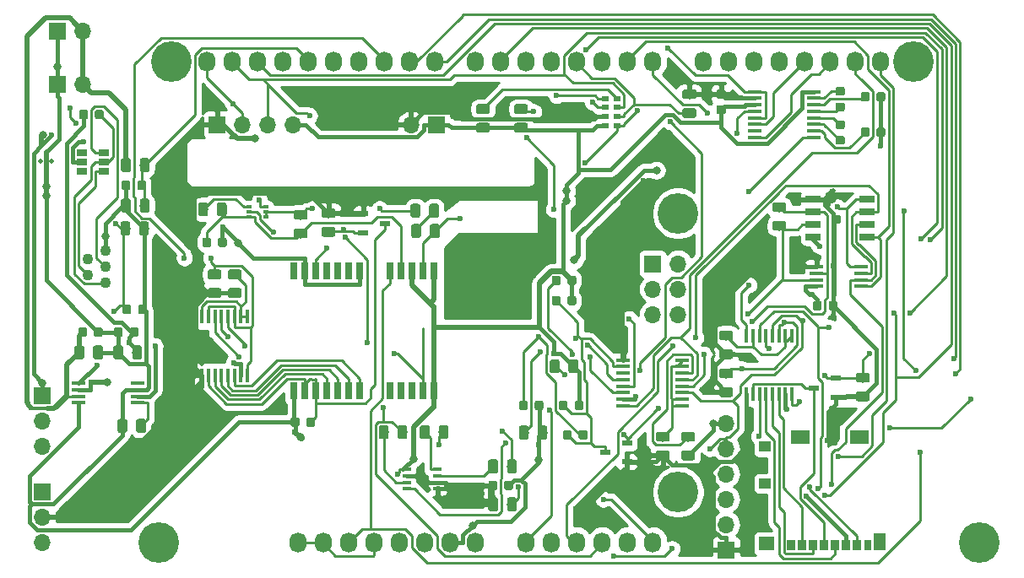
<source format=gbl>
G04 #@! TF.GenerationSoftware,KiCad,Pcbnew,(5.1.4)-1*
G04 #@! TF.CreationDate,2021-04-13T15:40:11+02:00*
G04 #@! TF.ProjectId,cSLIM-shield,63534c49-4d2d-4736-9869-656c642e6b69,rev?*
G04 #@! TF.SameCoordinates,Original*
G04 #@! TF.FileFunction,Copper,L2,Bot*
G04 #@! TF.FilePolarity,Positive*
%FSLAX46Y46*%
G04 Gerber Fmt 4.6, Leading zero omitted, Abs format (unit mm)*
G04 Created by KiCad (PCBNEW (5.1.4)-1) date 2021-04-13 15:40:11*
%MOMM*%
%LPD*%
G04 APERTURE LIST*
%ADD10C,0.250000*%
%ADD11C,0.975000*%
%ADD12O,1.727200X2.032000*%
%ADD13C,4.064000*%
%ADD14R,1.700000X1.700000*%
%ADD15O,1.700000X1.700000*%
%ADD16C,0.875000*%
%ADD17R,1.525000X0.650000*%
%ADD18R,1.425000X0.450000*%
%ADD19R,1.475000X0.450000*%
%ADD20R,0.450000X1.475000*%
%ADD21R,1.050000X0.600000*%
%ADD22R,0.800000X1.800000*%
%ADD23R,0.850000X1.100000*%
%ADD24R,0.750000X1.100000*%
%ADD25R,1.170000X1.800000*%
%ADD26R,1.900000X1.350000*%
%ADD27R,1.200000X1.000000*%
%ADD28R,1.550000X1.350000*%
%ADD29R,0.470000X0.300000*%
%ADD30R,1.060000X0.650000*%
%ADD31C,0.500000*%
%ADD32C,1.100000*%
%ADD33R,0.800000X0.500000*%
%ADD34R,0.850000X0.350000*%
%ADD35C,0.600000*%
%ADD36C,0.800000*%
%ADD37C,0.500000*%
%ADD38C,0.400000*%
%ADD39C,0.254000*%
G04 APERTURE END LIST*
D10*
G36*
X164938142Y-105473174D02*
G01*
X164961803Y-105476684D01*
X164985007Y-105482496D01*
X165007529Y-105490554D01*
X165029153Y-105500782D01*
X165049670Y-105513079D01*
X165068883Y-105527329D01*
X165086607Y-105543393D01*
X165102671Y-105561117D01*
X165116921Y-105580330D01*
X165129218Y-105600847D01*
X165139446Y-105622471D01*
X165147504Y-105644993D01*
X165153316Y-105668197D01*
X165156826Y-105691858D01*
X165158000Y-105715750D01*
X165158000Y-106628250D01*
X165156826Y-106652142D01*
X165153316Y-106675803D01*
X165147504Y-106699007D01*
X165139446Y-106721529D01*
X165129218Y-106743153D01*
X165116921Y-106763670D01*
X165102671Y-106782883D01*
X165086607Y-106800607D01*
X165068883Y-106816671D01*
X165049670Y-106830921D01*
X165029153Y-106843218D01*
X165007529Y-106853446D01*
X164985007Y-106861504D01*
X164961803Y-106867316D01*
X164938142Y-106870826D01*
X164914250Y-106872000D01*
X164426750Y-106872000D01*
X164402858Y-106870826D01*
X164379197Y-106867316D01*
X164355993Y-106861504D01*
X164333471Y-106853446D01*
X164311847Y-106843218D01*
X164291330Y-106830921D01*
X164272117Y-106816671D01*
X164254393Y-106800607D01*
X164238329Y-106782883D01*
X164224079Y-106763670D01*
X164211782Y-106743153D01*
X164201554Y-106721529D01*
X164193496Y-106699007D01*
X164187684Y-106675803D01*
X164184174Y-106652142D01*
X164183000Y-106628250D01*
X164183000Y-105715750D01*
X164184174Y-105691858D01*
X164187684Y-105668197D01*
X164193496Y-105644993D01*
X164201554Y-105622471D01*
X164211782Y-105600847D01*
X164224079Y-105580330D01*
X164238329Y-105561117D01*
X164254393Y-105543393D01*
X164272117Y-105527329D01*
X164291330Y-105513079D01*
X164311847Y-105500782D01*
X164333471Y-105490554D01*
X164355993Y-105482496D01*
X164379197Y-105476684D01*
X164402858Y-105473174D01*
X164426750Y-105472000D01*
X164914250Y-105472000D01*
X164938142Y-105473174D01*
X164938142Y-105473174D01*
G37*
D11*
X164670500Y-106172000D03*
D10*
G36*
X166813142Y-105473174D02*
G01*
X166836803Y-105476684D01*
X166860007Y-105482496D01*
X166882529Y-105490554D01*
X166904153Y-105500782D01*
X166924670Y-105513079D01*
X166943883Y-105527329D01*
X166961607Y-105543393D01*
X166977671Y-105561117D01*
X166991921Y-105580330D01*
X167004218Y-105600847D01*
X167014446Y-105622471D01*
X167022504Y-105644993D01*
X167028316Y-105668197D01*
X167031826Y-105691858D01*
X167033000Y-105715750D01*
X167033000Y-106628250D01*
X167031826Y-106652142D01*
X167028316Y-106675803D01*
X167022504Y-106699007D01*
X167014446Y-106721529D01*
X167004218Y-106743153D01*
X166991921Y-106763670D01*
X166977671Y-106782883D01*
X166961607Y-106800607D01*
X166943883Y-106816671D01*
X166924670Y-106830921D01*
X166904153Y-106843218D01*
X166882529Y-106853446D01*
X166860007Y-106861504D01*
X166836803Y-106867316D01*
X166813142Y-106870826D01*
X166789250Y-106872000D01*
X166301750Y-106872000D01*
X166277858Y-106870826D01*
X166254197Y-106867316D01*
X166230993Y-106861504D01*
X166208471Y-106853446D01*
X166186847Y-106843218D01*
X166166330Y-106830921D01*
X166147117Y-106816671D01*
X166129393Y-106800607D01*
X166113329Y-106782883D01*
X166099079Y-106763670D01*
X166086782Y-106743153D01*
X166076554Y-106721529D01*
X166068496Y-106699007D01*
X166062684Y-106675803D01*
X166059174Y-106652142D01*
X166058000Y-106628250D01*
X166058000Y-105715750D01*
X166059174Y-105691858D01*
X166062684Y-105668197D01*
X166068496Y-105644993D01*
X166076554Y-105622471D01*
X166086782Y-105600847D01*
X166099079Y-105580330D01*
X166113329Y-105561117D01*
X166129393Y-105543393D01*
X166147117Y-105527329D01*
X166166330Y-105513079D01*
X166186847Y-105500782D01*
X166208471Y-105490554D01*
X166230993Y-105482496D01*
X166254197Y-105476684D01*
X166277858Y-105473174D01*
X166301750Y-105472000D01*
X166789250Y-105472000D01*
X166813142Y-105473174D01*
X166813142Y-105473174D01*
G37*
D11*
X166545500Y-106172000D03*
D12*
X138938000Y-123825000D03*
X141478000Y-123825000D03*
X144018000Y-123825000D03*
X146558000Y-123825000D03*
X149098000Y-123825000D03*
X151638000Y-123825000D03*
X154178000Y-123825000D03*
X156718000Y-123825000D03*
X161798000Y-123825000D03*
X164338000Y-123825000D03*
X166878000Y-123825000D03*
X169418000Y-123825000D03*
X171958000Y-123825000D03*
X174498000Y-123825000D03*
X129794000Y-75565000D03*
X132334000Y-75565000D03*
X134874000Y-75565000D03*
X137414000Y-75565000D03*
X139954000Y-75565000D03*
X142494000Y-75565000D03*
X145034000Y-75565000D03*
X147574000Y-75565000D03*
X150114000Y-75565000D03*
X152654000Y-75565000D03*
X156718000Y-75565000D03*
X159258000Y-75565000D03*
X161798000Y-75565000D03*
X164338000Y-75565000D03*
X166878000Y-75565000D03*
X169418000Y-75565000D03*
X171958000Y-75565000D03*
X174498000Y-75565000D03*
D13*
X124968000Y-123825000D03*
X177038000Y-118745000D03*
X126238000Y-75565000D03*
X177038000Y-90805000D03*
D14*
X174498000Y-95885000D03*
D15*
X177038000Y-95885000D03*
X174498000Y-98425000D03*
X177038000Y-98425000D03*
X174498000Y-100965000D03*
X177038000Y-100965000D03*
D12*
X179578000Y-75565000D03*
X182118000Y-75565000D03*
X184658000Y-75565000D03*
X187198000Y-75565000D03*
X189738000Y-75565000D03*
X192278000Y-75565000D03*
X194818000Y-75565000D03*
X197358000Y-75565000D03*
D13*
X200660000Y-75565000D03*
X207264000Y-123825000D03*
D10*
G36*
X191248691Y-99602053D02*
G01*
X191269926Y-99605203D01*
X191290750Y-99610419D01*
X191310962Y-99617651D01*
X191330368Y-99626830D01*
X191348781Y-99637866D01*
X191366024Y-99650654D01*
X191381930Y-99665070D01*
X191396346Y-99680976D01*
X191409134Y-99698219D01*
X191420170Y-99716632D01*
X191429349Y-99736038D01*
X191436581Y-99756250D01*
X191441797Y-99777074D01*
X191444947Y-99798309D01*
X191446000Y-99819750D01*
X191446000Y-100332250D01*
X191444947Y-100353691D01*
X191441797Y-100374926D01*
X191436581Y-100395750D01*
X191429349Y-100415962D01*
X191420170Y-100435368D01*
X191409134Y-100453781D01*
X191396346Y-100471024D01*
X191381930Y-100486930D01*
X191366024Y-100501346D01*
X191348781Y-100514134D01*
X191330368Y-100525170D01*
X191310962Y-100534349D01*
X191290750Y-100541581D01*
X191269926Y-100546797D01*
X191248691Y-100549947D01*
X191227250Y-100551000D01*
X190789750Y-100551000D01*
X190768309Y-100549947D01*
X190747074Y-100546797D01*
X190726250Y-100541581D01*
X190706038Y-100534349D01*
X190686632Y-100525170D01*
X190668219Y-100514134D01*
X190650976Y-100501346D01*
X190635070Y-100486930D01*
X190620654Y-100471024D01*
X190607866Y-100453781D01*
X190596830Y-100435368D01*
X190587651Y-100415962D01*
X190580419Y-100395750D01*
X190575203Y-100374926D01*
X190572053Y-100353691D01*
X190571000Y-100332250D01*
X190571000Y-99819750D01*
X190572053Y-99798309D01*
X190575203Y-99777074D01*
X190580419Y-99756250D01*
X190587651Y-99736038D01*
X190596830Y-99716632D01*
X190607866Y-99698219D01*
X190620654Y-99680976D01*
X190635070Y-99665070D01*
X190650976Y-99650654D01*
X190668219Y-99637866D01*
X190686632Y-99626830D01*
X190706038Y-99617651D01*
X190726250Y-99610419D01*
X190747074Y-99605203D01*
X190768309Y-99602053D01*
X190789750Y-99601000D01*
X191227250Y-99601000D01*
X191248691Y-99602053D01*
X191248691Y-99602053D01*
G37*
D16*
X191008500Y-100076000D03*
D10*
G36*
X192823691Y-99602053D02*
G01*
X192844926Y-99605203D01*
X192865750Y-99610419D01*
X192885962Y-99617651D01*
X192905368Y-99626830D01*
X192923781Y-99637866D01*
X192941024Y-99650654D01*
X192956930Y-99665070D01*
X192971346Y-99680976D01*
X192984134Y-99698219D01*
X192995170Y-99716632D01*
X193004349Y-99736038D01*
X193011581Y-99756250D01*
X193016797Y-99777074D01*
X193019947Y-99798309D01*
X193021000Y-99819750D01*
X193021000Y-100332250D01*
X193019947Y-100353691D01*
X193016797Y-100374926D01*
X193011581Y-100395750D01*
X193004349Y-100415962D01*
X192995170Y-100435368D01*
X192984134Y-100453781D01*
X192971346Y-100471024D01*
X192956930Y-100486930D01*
X192941024Y-100501346D01*
X192923781Y-100514134D01*
X192905368Y-100525170D01*
X192885962Y-100534349D01*
X192865750Y-100541581D01*
X192844926Y-100546797D01*
X192823691Y-100549947D01*
X192802250Y-100551000D01*
X192364750Y-100551000D01*
X192343309Y-100549947D01*
X192322074Y-100546797D01*
X192301250Y-100541581D01*
X192281038Y-100534349D01*
X192261632Y-100525170D01*
X192243219Y-100514134D01*
X192225976Y-100501346D01*
X192210070Y-100486930D01*
X192195654Y-100471024D01*
X192182866Y-100453781D01*
X192171830Y-100435368D01*
X192162651Y-100415962D01*
X192155419Y-100395750D01*
X192150203Y-100374926D01*
X192147053Y-100353691D01*
X192146000Y-100332250D01*
X192146000Y-99819750D01*
X192147053Y-99798309D01*
X192150203Y-99777074D01*
X192155419Y-99756250D01*
X192162651Y-99736038D01*
X192171830Y-99716632D01*
X192182866Y-99698219D01*
X192195654Y-99680976D01*
X192210070Y-99665070D01*
X192225976Y-99650654D01*
X192243219Y-99637866D01*
X192261632Y-99626830D01*
X192281038Y-99617651D01*
X192301250Y-99610419D01*
X192322074Y-99605203D01*
X192343309Y-99602053D01*
X192364750Y-99601000D01*
X192802250Y-99601000D01*
X192823691Y-99602053D01*
X192823691Y-99602053D01*
G37*
D16*
X192583500Y-100076000D03*
D10*
G36*
X196048691Y-78647053D02*
G01*
X196069926Y-78650203D01*
X196090750Y-78655419D01*
X196110962Y-78662651D01*
X196130368Y-78671830D01*
X196148781Y-78682866D01*
X196166024Y-78695654D01*
X196181930Y-78710070D01*
X196196346Y-78725976D01*
X196209134Y-78743219D01*
X196220170Y-78761632D01*
X196229349Y-78781038D01*
X196236581Y-78801250D01*
X196241797Y-78822074D01*
X196244947Y-78843309D01*
X196246000Y-78864750D01*
X196246000Y-79377250D01*
X196244947Y-79398691D01*
X196241797Y-79419926D01*
X196236581Y-79440750D01*
X196229349Y-79460962D01*
X196220170Y-79480368D01*
X196209134Y-79498781D01*
X196196346Y-79516024D01*
X196181930Y-79531930D01*
X196166024Y-79546346D01*
X196148781Y-79559134D01*
X196130368Y-79570170D01*
X196110962Y-79579349D01*
X196090750Y-79586581D01*
X196069926Y-79591797D01*
X196048691Y-79594947D01*
X196027250Y-79596000D01*
X195589750Y-79596000D01*
X195568309Y-79594947D01*
X195547074Y-79591797D01*
X195526250Y-79586581D01*
X195506038Y-79579349D01*
X195486632Y-79570170D01*
X195468219Y-79559134D01*
X195450976Y-79546346D01*
X195435070Y-79531930D01*
X195420654Y-79516024D01*
X195407866Y-79498781D01*
X195396830Y-79480368D01*
X195387651Y-79460962D01*
X195380419Y-79440750D01*
X195375203Y-79419926D01*
X195372053Y-79398691D01*
X195371000Y-79377250D01*
X195371000Y-78864750D01*
X195372053Y-78843309D01*
X195375203Y-78822074D01*
X195380419Y-78801250D01*
X195387651Y-78781038D01*
X195396830Y-78761632D01*
X195407866Y-78743219D01*
X195420654Y-78725976D01*
X195435070Y-78710070D01*
X195450976Y-78695654D01*
X195468219Y-78682866D01*
X195486632Y-78671830D01*
X195506038Y-78662651D01*
X195526250Y-78655419D01*
X195547074Y-78650203D01*
X195568309Y-78647053D01*
X195589750Y-78646000D01*
X196027250Y-78646000D01*
X196048691Y-78647053D01*
X196048691Y-78647053D01*
G37*
D16*
X195808500Y-79121000D03*
D10*
G36*
X197623691Y-78647053D02*
G01*
X197644926Y-78650203D01*
X197665750Y-78655419D01*
X197685962Y-78662651D01*
X197705368Y-78671830D01*
X197723781Y-78682866D01*
X197741024Y-78695654D01*
X197756930Y-78710070D01*
X197771346Y-78725976D01*
X197784134Y-78743219D01*
X197795170Y-78761632D01*
X197804349Y-78781038D01*
X197811581Y-78801250D01*
X197816797Y-78822074D01*
X197819947Y-78843309D01*
X197821000Y-78864750D01*
X197821000Y-79377250D01*
X197819947Y-79398691D01*
X197816797Y-79419926D01*
X197811581Y-79440750D01*
X197804349Y-79460962D01*
X197795170Y-79480368D01*
X197784134Y-79498781D01*
X197771346Y-79516024D01*
X197756930Y-79531930D01*
X197741024Y-79546346D01*
X197723781Y-79559134D01*
X197705368Y-79570170D01*
X197685962Y-79579349D01*
X197665750Y-79586581D01*
X197644926Y-79591797D01*
X197623691Y-79594947D01*
X197602250Y-79596000D01*
X197164750Y-79596000D01*
X197143309Y-79594947D01*
X197122074Y-79591797D01*
X197101250Y-79586581D01*
X197081038Y-79579349D01*
X197061632Y-79570170D01*
X197043219Y-79559134D01*
X197025976Y-79546346D01*
X197010070Y-79531930D01*
X196995654Y-79516024D01*
X196982866Y-79498781D01*
X196971830Y-79480368D01*
X196962651Y-79460962D01*
X196955419Y-79440750D01*
X196950203Y-79419926D01*
X196947053Y-79398691D01*
X196946000Y-79377250D01*
X196946000Y-78864750D01*
X196947053Y-78843309D01*
X196950203Y-78822074D01*
X196955419Y-78801250D01*
X196962651Y-78781038D01*
X196971830Y-78761632D01*
X196982866Y-78743219D01*
X196995654Y-78725976D01*
X197010070Y-78710070D01*
X197025976Y-78695654D01*
X197043219Y-78682866D01*
X197061632Y-78671830D01*
X197081038Y-78662651D01*
X197101250Y-78655419D01*
X197122074Y-78650203D01*
X197143309Y-78647053D01*
X197164750Y-78646000D01*
X197602250Y-78646000D01*
X197623691Y-78647053D01*
X197623691Y-78647053D01*
G37*
D16*
X197383500Y-79121000D03*
D10*
G36*
X196048691Y-82203053D02*
G01*
X196069926Y-82206203D01*
X196090750Y-82211419D01*
X196110962Y-82218651D01*
X196130368Y-82227830D01*
X196148781Y-82238866D01*
X196166024Y-82251654D01*
X196181930Y-82266070D01*
X196196346Y-82281976D01*
X196209134Y-82299219D01*
X196220170Y-82317632D01*
X196229349Y-82337038D01*
X196236581Y-82357250D01*
X196241797Y-82378074D01*
X196244947Y-82399309D01*
X196246000Y-82420750D01*
X196246000Y-82933250D01*
X196244947Y-82954691D01*
X196241797Y-82975926D01*
X196236581Y-82996750D01*
X196229349Y-83016962D01*
X196220170Y-83036368D01*
X196209134Y-83054781D01*
X196196346Y-83072024D01*
X196181930Y-83087930D01*
X196166024Y-83102346D01*
X196148781Y-83115134D01*
X196130368Y-83126170D01*
X196110962Y-83135349D01*
X196090750Y-83142581D01*
X196069926Y-83147797D01*
X196048691Y-83150947D01*
X196027250Y-83152000D01*
X195589750Y-83152000D01*
X195568309Y-83150947D01*
X195547074Y-83147797D01*
X195526250Y-83142581D01*
X195506038Y-83135349D01*
X195486632Y-83126170D01*
X195468219Y-83115134D01*
X195450976Y-83102346D01*
X195435070Y-83087930D01*
X195420654Y-83072024D01*
X195407866Y-83054781D01*
X195396830Y-83036368D01*
X195387651Y-83016962D01*
X195380419Y-82996750D01*
X195375203Y-82975926D01*
X195372053Y-82954691D01*
X195371000Y-82933250D01*
X195371000Y-82420750D01*
X195372053Y-82399309D01*
X195375203Y-82378074D01*
X195380419Y-82357250D01*
X195387651Y-82337038D01*
X195396830Y-82317632D01*
X195407866Y-82299219D01*
X195420654Y-82281976D01*
X195435070Y-82266070D01*
X195450976Y-82251654D01*
X195468219Y-82238866D01*
X195486632Y-82227830D01*
X195506038Y-82218651D01*
X195526250Y-82211419D01*
X195547074Y-82206203D01*
X195568309Y-82203053D01*
X195589750Y-82202000D01*
X196027250Y-82202000D01*
X196048691Y-82203053D01*
X196048691Y-82203053D01*
G37*
D16*
X195808500Y-82677000D03*
D10*
G36*
X197623691Y-82203053D02*
G01*
X197644926Y-82206203D01*
X197665750Y-82211419D01*
X197685962Y-82218651D01*
X197705368Y-82227830D01*
X197723781Y-82238866D01*
X197741024Y-82251654D01*
X197756930Y-82266070D01*
X197771346Y-82281976D01*
X197784134Y-82299219D01*
X197795170Y-82317632D01*
X197804349Y-82337038D01*
X197811581Y-82357250D01*
X197816797Y-82378074D01*
X197819947Y-82399309D01*
X197821000Y-82420750D01*
X197821000Y-82933250D01*
X197819947Y-82954691D01*
X197816797Y-82975926D01*
X197811581Y-82996750D01*
X197804349Y-83016962D01*
X197795170Y-83036368D01*
X197784134Y-83054781D01*
X197771346Y-83072024D01*
X197756930Y-83087930D01*
X197741024Y-83102346D01*
X197723781Y-83115134D01*
X197705368Y-83126170D01*
X197685962Y-83135349D01*
X197665750Y-83142581D01*
X197644926Y-83147797D01*
X197623691Y-83150947D01*
X197602250Y-83152000D01*
X197164750Y-83152000D01*
X197143309Y-83150947D01*
X197122074Y-83147797D01*
X197101250Y-83142581D01*
X197081038Y-83135349D01*
X197061632Y-83126170D01*
X197043219Y-83115134D01*
X197025976Y-83102346D01*
X197010070Y-83087930D01*
X196995654Y-83072024D01*
X196982866Y-83054781D01*
X196971830Y-83036368D01*
X196962651Y-83016962D01*
X196955419Y-82996750D01*
X196950203Y-82975926D01*
X196947053Y-82954691D01*
X196946000Y-82933250D01*
X196946000Y-82420750D01*
X196947053Y-82399309D01*
X196950203Y-82378074D01*
X196955419Y-82357250D01*
X196962651Y-82337038D01*
X196971830Y-82317632D01*
X196982866Y-82299219D01*
X196995654Y-82281976D01*
X197010070Y-82266070D01*
X197025976Y-82251654D01*
X197043219Y-82238866D01*
X197061632Y-82227830D01*
X197081038Y-82218651D01*
X197101250Y-82211419D01*
X197122074Y-82206203D01*
X197143309Y-82203053D01*
X197164750Y-82202000D01*
X197602250Y-82202000D01*
X197623691Y-82203053D01*
X197623691Y-82203053D01*
G37*
D16*
X197383500Y-82677000D03*
D10*
G36*
X193571691Y-81478553D02*
G01*
X193592926Y-81481703D01*
X193613750Y-81486919D01*
X193633962Y-81494151D01*
X193653368Y-81503330D01*
X193671781Y-81514366D01*
X193689024Y-81527154D01*
X193704930Y-81541570D01*
X193719346Y-81557476D01*
X193732134Y-81574719D01*
X193743170Y-81593132D01*
X193752349Y-81612538D01*
X193759581Y-81632750D01*
X193764797Y-81653574D01*
X193767947Y-81674809D01*
X193769000Y-81696250D01*
X193769000Y-82133750D01*
X193767947Y-82155191D01*
X193764797Y-82176426D01*
X193759581Y-82197250D01*
X193752349Y-82217462D01*
X193743170Y-82236868D01*
X193732134Y-82255281D01*
X193719346Y-82272524D01*
X193704930Y-82288430D01*
X193689024Y-82302846D01*
X193671781Y-82315634D01*
X193653368Y-82326670D01*
X193633962Y-82335849D01*
X193613750Y-82343081D01*
X193592926Y-82348297D01*
X193571691Y-82351447D01*
X193550250Y-82352500D01*
X193037750Y-82352500D01*
X193016309Y-82351447D01*
X192995074Y-82348297D01*
X192974250Y-82343081D01*
X192954038Y-82335849D01*
X192934632Y-82326670D01*
X192916219Y-82315634D01*
X192898976Y-82302846D01*
X192883070Y-82288430D01*
X192868654Y-82272524D01*
X192855866Y-82255281D01*
X192844830Y-82236868D01*
X192835651Y-82217462D01*
X192828419Y-82197250D01*
X192823203Y-82176426D01*
X192820053Y-82155191D01*
X192819000Y-82133750D01*
X192819000Y-81696250D01*
X192820053Y-81674809D01*
X192823203Y-81653574D01*
X192828419Y-81632750D01*
X192835651Y-81612538D01*
X192844830Y-81593132D01*
X192855866Y-81574719D01*
X192868654Y-81557476D01*
X192883070Y-81541570D01*
X192898976Y-81527154D01*
X192916219Y-81514366D01*
X192934632Y-81503330D01*
X192954038Y-81494151D01*
X192974250Y-81486919D01*
X192995074Y-81481703D01*
X193016309Y-81478553D01*
X193037750Y-81477500D01*
X193550250Y-81477500D01*
X193571691Y-81478553D01*
X193571691Y-81478553D01*
G37*
D16*
X193294000Y-81915000D03*
D10*
G36*
X193571691Y-83053553D02*
G01*
X193592926Y-83056703D01*
X193613750Y-83061919D01*
X193633962Y-83069151D01*
X193653368Y-83078330D01*
X193671781Y-83089366D01*
X193689024Y-83102154D01*
X193704930Y-83116570D01*
X193719346Y-83132476D01*
X193732134Y-83149719D01*
X193743170Y-83168132D01*
X193752349Y-83187538D01*
X193759581Y-83207750D01*
X193764797Y-83228574D01*
X193767947Y-83249809D01*
X193769000Y-83271250D01*
X193769000Y-83708750D01*
X193767947Y-83730191D01*
X193764797Y-83751426D01*
X193759581Y-83772250D01*
X193752349Y-83792462D01*
X193743170Y-83811868D01*
X193732134Y-83830281D01*
X193719346Y-83847524D01*
X193704930Y-83863430D01*
X193689024Y-83877846D01*
X193671781Y-83890634D01*
X193653368Y-83901670D01*
X193633962Y-83910849D01*
X193613750Y-83918081D01*
X193592926Y-83923297D01*
X193571691Y-83926447D01*
X193550250Y-83927500D01*
X193037750Y-83927500D01*
X193016309Y-83926447D01*
X192995074Y-83923297D01*
X192974250Y-83918081D01*
X192954038Y-83910849D01*
X192934632Y-83901670D01*
X192916219Y-83890634D01*
X192898976Y-83877846D01*
X192883070Y-83863430D01*
X192868654Y-83847524D01*
X192855866Y-83830281D01*
X192844830Y-83811868D01*
X192835651Y-83792462D01*
X192828419Y-83772250D01*
X192823203Y-83751426D01*
X192820053Y-83730191D01*
X192819000Y-83708750D01*
X192819000Y-83271250D01*
X192820053Y-83249809D01*
X192823203Y-83228574D01*
X192828419Y-83207750D01*
X192835651Y-83187538D01*
X192844830Y-83168132D01*
X192855866Y-83149719D01*
X192868654Y-83132476D01*
X192883070Y-83116570D01*
X192898976Y-83102154D01*
X192916219Y-83089366D01*
X192934632Y-83078330D01*
X192954038Y-83069151D01*
X192974250Y-83061919D01*
X192995074Y-83056703D01*
X193016309Y-83053553D01*
X193037750Y-83052500D01*
X193550250Y-83052500D01*
X193571691Y-83053553D01*
X193571691Y-83053553D01*
G37*
D16*
X193294000Y-83490000D03*
D10*
G36*
X193571691Y-79700553D02*
G01*
X193592926Y-79703703D01*
X193613750Y-79708919D01*
X193633962Y-79716151D01*
X193653368Y-79725330D01*
X193671781Y-79736366D01*
X193689024Y-79749154D01*
X193704930Y-79763570D01*
X193719346Y-79779476D01*
X193732134Y-79796719D01*
X193743170Y-79815132D01*
X193752349Y-79834538D01*
X193759581Y-79854750D01*
X193764797Y-79875574D01*
X193767947Y-79896809D01*
X193769000Y-79918250D01*
X193769000Y-80355750D01*
X193767947Y-80377191D01*
X193764797Y-80398426D01*
X193759581Y-80419250D01*
X193752349Y-80439462D01*
X193743170Y-80458868D01*
X193732134Y-80477281D01*
X193719346Y-80494524D01*
X193704930Y-80510430D01*
X193689024Y-80524846D01*
X193671781Y-80537634D01*
X193653368Y-80548670D01*
X193633962Y-80557849D01*
X193613750Y-80565081D01*
X193592926Y-80570297D01*
X193571691Y-80573447D01*
X193550250Y-80574500D01*
X193037750Y-80574500D01*
X193016309Y-80573447D01*
X192995074Y-80570297D01*
X192974250Y-80565081D01*
X192954038Y-80557849D01*
X192934632Y-80548670D01*
X192916219Y-80537634D01*
X192898976Y-80524846D01*
X192883070Y-80510430D01*
X192868654Y-80494524D01*
X192855866Y-80477281D01*
X192844830Y-80458868D01*
X192835651Y-80439462D01*
X192828419Y-80419250D01*
X192823203Y-80398426D01*
X192820053Y-80377191D01*
X192819000Y-80355750D01*
X192819000Y-79918250D01*
X192820053Y-79896809D01*
X192823203Y-79875574D01*
X192828419Y-79854750D01*
X192835651Y-79834538D01*
X192844830Y-79815132D01*
X192855866Y-79796719D01*
X192868654Y-79779476D01*
X192883070Y-79763570D01*
X192898976Y-79749154D01*
X192916219Y-79736366D01*
X192934632Y-79725330D01*
X192954038Y-79716151D01*
X192974250Y-79708919D01*
X192995074Y-79703703D01*
X193016309Y-79700553D01*
X193037750Y-79699500D01*
X193550250Y-79699500D01*
X193571691Y-79700553D01*
X193571691Y-79700553D01*
G37*
D16*
X193294000Y-80137000D03*
D10*
G36*
X193571691Y-78125553D02*
G01*
X193592926Y-78128703D01*
X193613750Y-78133919D01*
X193633962Y-78141151D01*
X193653368Y-78150330D01*
X193671781Y-78161366D01*
X193689024Y-78174154D01*
X193704930Y-78188570D01*
X193719346Y-78204476D01*
X193732134Y-78221719D01*
X193743170Y-78240132D01*
X193752349Y-78259538D01*
X193759581Y-78279750D01*
X193764797Y-78300574D01*
X193767947Y-78321809D01*
X193769000Y-78343250D01*
X193769000Y-78780750D01*
X193767947Y-78802191D01*
X193764797Y-78823426D01*
X193759581Y-78844250D01*
X193752349Y-78864462D01*
X193743170Y-78883868D01*
X193732134Y-78902281D01*
X193719346Y-78919524D01*
X193704930Y-78935430D01*
X193689024Y-78949846D01*
X193671781Y-78962634D01*
X193653368Y-78973670D01*
X193633962Y-78982849D01*
X193613750Y-78990081D01*
X193592926Y-78995297D01*
X193571691Y-78998447D01*
X193550250Y-78999500D01*
X193037750Y-78999500D01*
X193016309Y-78998447D01*
X192995074Y-78995297D01*
X192974250Y-78990081D01*
X192954038Y-78982849D01*
X192934632Y-78973670D01*
X192916219Y-78962634D01*
X192898976Y-78949846D01*
X192883070Y-78935430D01*
X192868654Y-78919524D01*
X192855866Y-78902281D01*
X192844830Y-78883868D01*
X192835651Y-78864462D01*
X192828419Y-78844250D01*
X192823203Y-78823426D01*
X192820053Y-78802191D01*
X192819000Y-78780750D01*
X192819000Y-78343250D01*
X192820053Y-78321809D01*
X192823203Y-78300574D01*
X192828419Y-78279750D01*
X192835651Y-78259538D01*
X192844830Y-78240132D01*
X192855866Y-78221719D01*
X192868654Y-78204476D01*
X192883070Y-78188570D01*
X192898976Y-78174154D01*
X192916219Y-78161366D01*
X192934632Y-78150330D01*
X192954038Y-78141151D01*
X192974250Y-78133919D01*
X192995074Y-78128703D01*
X193016309Y-78125553D01*
X193037750Y-78124500D01*
X193550250Y-78124500D01*
X193571691Y-78125553D01*
X193571691Y-78125553D01*
G37*
D16*
X193294000Y-78562000D03*
D10*
G36*
X181633691Y-79980053D02*
G01*
X181654926Y-79983203D01*
X181675750Y-79988419D01*
X181695962Y-79995651D01*
X181715368Y-80004830D01*
X181733781Y-80015866D01*
X181751024Y-80028654D01*
X181766930Y-80043070D01*
X181781346Y-80058976D01*
X181794134Y-80076219D01*
X181805170Y-80094632D01*
X181814349Y-80114038D01*
X181821581Y-80134250D01*
X181826797Y-80155074D01*
X181829947Y-80176309D01*
X181831000Y-80197750D01*
X181831000Y-80635250D01*
X181829947Y-80656691D01*
X181826797Y-80677926D01*
X181821581Y-80698750D01*
X181814349Y-80718962D01*
X181805170Y-80738368D01*
X181794134Y-80756781D01*
X181781346Y-80774024D01*
X181766930Y-80789930D01*
X181751024Y-80804346D01*
X181733781Y-80817134D01*
X181715368Y-80828170D01*
X181695962Y-80837349D01*
X181675750Y-80844581D01*
X181654926Y-80849797D01*
X181633691Y-80852947D01*
X181612250Y-80854000D01*
X181099750Y-80854000D01*
X181078309Y-80852947D01*
X181057074Y-80849797D01*
X181036250Y-80844581D01*
X181016038Y-80837349D01*
X180996632Y-80828170D01*
X180978219Y-80817134D01*
X180960976Y-80804346D01*
X180945070Y-80789930D01*
X180930654Y-80774024D01*
X180917866Y-80756781D01*
X180906830Y-80738368D01*
X180897651Y-80718962D01*
X180890419Y-80698750D01*
X180885203Y-80677926D01*
X180882053Y-80656691D01*
X180881000Y-80635250D01*
X180881000Y-80197750D01*
X180882053Y-80176309D01*
X180885203Y-80155074D01*
X180890419Y-80134250D01*
X180897651Y-80114038D01*
X180906830Y-80094632D01*
X180917866Y-80076219D01*
X180930654Y-80058976D01*
X180945070Y-80043070D01*
X180960976Y-80028654D01*
X180978219Y-80015866D01*
X180996632Y-80004830D01*
X181016038Y-79995651D01*
X181036250Y-79988419D01*
X181057074Y-79983203D01*
X181078309Y-79980053D01*
X181099750Y-79979000D01*
X181612250Y-79979000D01*
X181633691Y-79980053D01*
X181633691Y-79980053D01*
G37*
D16*
X181356000Y-80416500D03*
D10*
G36*
X181633691Y-78405053D02*
G01*
X181654926Y-78408203D01*
X181675750Y-78413419D01*
X181695962Y-78420651D01*
X181715368Y-78429830D01*
X181733781Y-78440866D01*
X181751024Y-78453654D01*
X181766930Y-78468070D01*
X181781346Y-78483976D01*
X181794134Y-78501219D01*
X181805170Y-78519632D01*
X181814349Y-78539038D01*
X181821581Y-78559250D01*
X181826797Y-78580074D01*
X181829947Y-78601309D01*
X181831000Y-78622750D01*
X181831000Y-79060250D01*
X181829947Y-79081691D01*
X181826797Y-79102926D01*
X181821581Y-79123750D01*
X181814349Y-79143962D01*
X181805170Y-79163368D01*
X181794134Y-79181781D01*
X181781346Y-79199024D01*
X181766930Y-79214930D01*
X181751024Y-79229346D01*
X181733781Y-79242134D01*
X181715368Y-79253170D01*
X181695962Y-79262349D01*
X181675750Y-79269581D01*
X181654926Y-79274797D01*
X181633691Y-79277947D01*
X181612250Y-79279000D01*
X181099750Y-79279000D01*
X181078309Y-79277947D01*
X181057074Y-79274797D01*
X181036250Y-79269581D01*
X181016038Y-79262349D01*
X180996632Y-79253170D01*
X180978219Y-79242134D01*
X180960976Y-79229346D01*
X180945070Y-79214930D01*
X180930654Y-79199024D01*
X180917866Y-79181781D01*
X180906830Y-79163368D01*
X180897651Y-79143962D01*
X180890419Y-79123750D01*
X180885203Y-79102926D01*
X180882053Y-79081691D01*
X180881000Y-79060250D01*
X180881000Y-78622750D01*
X180882053Y-78601309D01*
X180885203Y-78580074D01*
X180890419Y-78559250D01*
X180897651Y-78539038D01*
X180906830Y-78519632D01*
X180917866Y-78501219D01*
X180930654Y-78483976D01*
X180945070Y-78468070D01*
X180960976Y-78453654D01*
X180978219Y-78440866D01*
X180996632Y-78429830D01*
X181016038Y-78420651D01*
X181036250Y-78413419D01*
X181057074Y-78408203D01*
X181078309Y-78405053D01*
X181099750Y-78404000D01*
X181612250Y-78404000D01*
X181633691Y-78405053D01*
X181633691Y-78405053D01*
G37*
D16*
X181356000Y-78841500D03*
D10*
G36*
X123582691Y-99983053D02*
G01*
X123603926Y-99986203D01*
X123624750Y-99991419D01*
X123644962Y-99998651D01*
X123664368Y-100007830D01*
X123682781Y-100018866D01*
X123700024Y-100031654D01*
X123715930Y-100046070D01*
X123730346Y-100061976D01*
X123743134Y-100079219D01*
X123754170Y-100097632D01*
X123763349Y-100117038D01*
X123770581Y-100137250D01*
X123775797Y-100158074D01*
X123778947Y-100179309D01*
X123780000Y-100200750D01*
X123780000Y-100713250D01*
X123778947Y-100734691D01*
X123775797Y-100755926D01*
X123770581Y-100776750D01*
X123763349Y-100796962D01*
X123754170Y-100816368D01*
X123743134Y-100834781D01*
X123730346Y-100852024D01*
X123715930Y-100867930D01*
X123700024Y-100882346D01*
X123682781Y-100895134D01*
X123664368Y-100906170D01*
X123644962Y-100915349D01*
X123624750Y-100922581D01*
X123603926Y-100927797D01*
X123582691Y-100930947D01*
X123561250Y-100932000D01*
X123123750Y-100932000D01*
X123102309Y-100930947D01*
X123081074Y-100927797D01*
X123060250Y-100922581D01*
X123040038Y-100915349D01*
X123020632Y-100906170D01*
X123002219Y-100895134D01*
X122984976Y-100882346D01*
X122969070Y-100867930D01*
X122954654Y-100852024D01*
X122941866Y-100834781D01*
X122930830Y-100816368D01*
X122921651Y-100796962D01*
X122914419Y-100776750D01*
X122909203Y-100755926D01*
X122906053Y-100734691D01*
X122905000Y-100713250D01*
X122905000Y-100200750D01*
X122906053Y-100179309D01*
X122909203Y-100158074D01*
X122914419Y-100137250D01*
X122921651Y-100117038D01*
X122930830Y-100097632D01*
X122941866Y-100079219D01*
X122954654Y-100061976D01*
X122969070Y-100046070D01*
X122984976Y-100031654D01*
X123002219Y-100018866D01*
X123020632Y-100007830D01*
X123040038Y-99998651D01*
X123060250Y-99991419D01*
X123081074Y-99986203D01*
X123102309Y-99983053D01*
X123123750Y-99982000D01*
X123561250Y-99982000D01*
X123582691Y-99983053D01*
X123582691Y-99983053D01*
G37*
D16*
X123342500Y-100457000D03*
D10*
G36*
X122007691Y-99983053D02*
G01*
X122028926Y-99986203D01*
X122049750Y-99991419D01*
X122069962Y-99998651D01*
X122089368Y-100007830D01*
X122107781Y-100018866D01*
X122125024Y-100031654D01*
X122140930Y-100046070D01*
X122155346Y-100061976D01*
X122168134Y-100079219D01*
X122179170Y-100097632D01*
X122188349Y-100117038D01*
X122195581Y-100137250D01*
X122200797Y-100158074D01*
X122203947Y-100179309D01*
X122205000Y-100200750D01*
X122205000Y-100713250D01*
X122203947Y-100734691D01*
X122200797Y-100755926D01*
X122195581Y-100776750D01*
X122188349Y-100796962D01*
X122179170Y-100816368D01*
X122168134Y-100834781D01*
X122155346Y-100852024D01*
X122140930Y-100867930D01*
X122125024Y-100882346D01*
X122107781Y-100895134D01*
X122089368Y-100906170D01*
X122069962Y-100915349D01*
X122049750Y-100922581D01*
X122028926Y-100927797D01*
X122007691Y-100930947D01*
X121986250Y-100932000D01*
X121548750Y-100932000D01*
X121527309Y-100930947D01*
X121506074Y-100927797D01*
X121485250Y-100922581D01*
X121465038Y-100915349D01*
X121445632Y-100906170D01*
X121427219Y-100895134D01*
X121409976Y-100882346D01*
X121394070Y-100867930D01*
X121379654Y-100852024D01*
X121366866Y-100834781D01*
X121355830Y-100816368D01*
X121346651Y-100796962D01*
X121339419Y-100776750D01*
X121334203Y-100755926D01*
X121331053Y-100734691D01*
X121330000Y-100713250D01*
X121330000Y-100200750D01*
X121331053Y-100179309D01*
X121334203Y-100158074D01*
X121339419Y-100137250D01*
X121346651Y-100117038D01*
X121355830Y-100097632D01*
X121366866Y-100079219D01*
X121379654Y-100061976D01*
X121394070Y-100046070D01*
X121409976Y-100031654D01*
X121427219Y-100018866D01*
X121445632Y-100007830D01*
X121465038Y-99998651D01*
X121485250Y-99991419D01*
X121506074Y-99986203D01*
X121527309Y-99983053D01*
X121548750Y-99982000D01*
X121986250Y-99982000D01*
X122007691Y-99983053D01*
X122007691Y-99983053D01*
G37*
D16*
X121767500Y-100457000D03*
D10*
G36*
X122719691Y-102269053D02*
G01*
X122740926Y-102272203D01*
X122761750Y-102277419D01*
X122781962Y-102284651D01*
X122801368Y-102293830D01*
X122819781Y-102304866D01*
X122837024Y-102317654D01*
X122852930Y-102332070D01*
X122867346Y-102347976D01*
X122880134Y-102365219D01*
X122891170Y-102383632D01*
X122900349Y-102403038D01*
X122907581Y-102423250D01*
X122912797Y-102444074D01*
X122915947Y-102465309D01*
X122917000Y-102486750D01*
X122917000Y-102999250D01*
X122915947Y-103020691D01*
X122912797Y-103041926D01*
X122907581Y-103062750D01*
X122900349Y-103082962D01*
X122891170Y-103102368D01*
X122880134Y-103120781D01*
X122867346Y-103138024D01*
X122852930Y-103153930D01*
X122837024Y-103168346D01*
X122819781Y-103181134D01*
X122801368Y-103192170D01*
X122781962Y-103201349D01*
X122761750Y-103208581D01*
X122740926Y-103213797D01*
X122719691Y-103216947D01*
X122698250Y-103218000D01*
X122260750Y-103218000D01*
X122239309Y-103216947D01*
X122218074Y-103213797D01*
X122197250Y-103208581D01*
X122177038Y-103201349D01*
X122157632Y-103192170D01*
X122139219Y-103181134D01*
X122121976Y-103168346D01*
X122106070Y-103153930D01*
X122091654Y-103138024D01*
X122078866Y-103120781D01*
X122067830Y-103102368D01*
X122058651Y-103082962D01*
X122051419Y-103062750D01*
X122046203Y-103041926D01*
X122043053Y-103020691D01*
X122042000Y-102999250D01*
X122042000Y-102486750D01*
X122043053Y-102465309D01*
X122046203Y-102444074D01*
X122051419Y-102423250D01*
X122058651Y-102403038D01*
X122067830Y-102383632D01*
X122078866Y-102365219D01*
X122091654Y-102347976D01*
X122106070Y-102332070D01*
X122121976Y-102317654D01*
X122139219Y-102304866D01*
X122157632Y-102293830D01*
X122177038Y-102284651D01*
X122197250Y-102277419D01*
X122218074Y-102272203D01*
X122239309Y-102269053D01*
X122260750Y-102268000D01*
X122698250Y-102268000D01*
X122719691Y-102269053D01*
X122719691Y-102269053D01*
G37*
D16*
X122479500Y-102743000D03*
D10*
G36*
X121144691Y-102269053D02*
G01*
X121165926Y-102272203D01*
X121186750Y-102277419D01*
X121206962Y-102284651D01*
X121226368Y-102293830D01*
X121244781Y-102304866D01*
X121262024Y-102317654D01*
X121277930Y-102332070D01*
X121292346Y-102347976D01*
X121305134Y-102365219D01*
X121316170Y-102383632D01*
X121325349Y-102403038D01*
X121332581Y-102423250D01*
X121337797Y-102444074D01*
X121340947Y-102465309D01*
X121342000Y-102486750D01*
X121342000Y-102999250D01*
X121340947Y-103020691D01*
X121337797Y-103041926D01*
X121332581Y-103062750D01*
X121325349Y-103082962D01*
X121316170Y-103102368D01*
X121305134Y-103120781D01*
X121292346Y-103138024D01*
X121277930Y-103153930D01*
X121262024Y-103168346D01*
X121244781Y-103181134D01*
X121226368Y-103192170D01*
X121206962Y-103201349D01*
X121186750Y-103208581D01*
X121165926Y-103213797D01*
X121144691Y-103216947D01*
X121123250Y-103218000D01*
X120685750Y-103218000D01*
X120664309Y-103216947D01*
X120643074Y-103213797D01*
X120622250Y-103208581D01*
X120602038Y-103201349D01*
X120582632Y-103192170D01*
X120564219Y-103181134D01*
X120546976Y-103168346D01*
X120531070Y-103153930D01*
X120516654Y-103138024D01*
X120503866Y-103120781D01*
X120492830Y-103102368D01*
X120483651Y-103082962D01*
X120476419Y-103062750D01*
X120471203Y-103041926D01*
X120468053Y-103020691D01*
X120467000Y-102999250D01*
X120467000Y-102486750D01*
X120468053Y-102465309D01*
X120471203Y-102444074D01*
X120476419Y-102423250D01*
X120483651Y-102403038D01*
X120492830Y-102383632D01*
X120503866Y-102365219D01*
X120516654Y-102347976D01*
X120531070Y-102332070D01*
X120546976Y-102317654D01*
X120564219Y-102304866D01*
X120582632Y-102293830D01*
X120602038Y-102284651D01*
X120622250Y-102277419D01*
X120643074Y-102272203D01*
X120664309Y-102269053D01*
X120685750Y-102268000D01*
X121123250Y-102268000D01*
X121144691Y-102269053D01*
X121144691Y-102269053D01*
G37*
D16*
X120904500Y-102743000D03*
D10*
G36*
X121906691Y-87537053D02*
G01*
X121927926Y-87540203D01*
X121948750Y-87545419D01*
X121968962Y-87552651D01*
X121988368Y-87561830D01*
X122006781Y-87572866D01*
X122024024Y-87585654D01*
X122039930Y-87600070D01*
X122054346Y-87615976D01*
X122067134Y-87633219D01*
X122078170Y-87651632D01*
X122087349Y-87671038D01*
X122094581Y-87691250D01*
X122099797Y-87712074D01*
X122102947Y-87733309D01*
X122104000Y-87754750D01*
X122104000Y-88267250D01*
X122102947Y-88288691D01*
X122099797Y-88309926D01*
X122094581Y-88330750D01*
X122087349Y-88350962D01*
X122078170Y-88370368D01*
X122067134Y-88388781D01*
X122054346Y-88406024D01*
X122039930Y-88421930D01*
X122024024Y-88436346D01*
X122006781Y-88449134D01*
X121988368Y-88460170D01*
X121968962Y-88469349D01*
X121948750Y-88476581D01*
X121927926Y-88481797D01*
X121906691Y-88484947D01*
X121885250Y-88486000D01*
X121447750Y-88486000D01*
X121426309Y-88484947D01*
X121405074Y-88481797D01*
X121384250Y-88476581D01*
X121364038Y-88469349D01*
X121344632Y-88460170D01*
X121326219Y-88449134D01*
X121308976Y-88436346D01*
X121293070Y-88421930D01*
X121278654Y-88406024D01*
X121265866Y-88388781D01*
X121254830Y-88370368D01*
X121245651Y-88350962D01*
X121238419Y-88330750D01*
X121233203Y-88309926D01*
X121230053Y-88288691D01*
X121229000Y-88267250D01*
X121229000Y-87754750D01*
X121230053Y-87733309D01*
X121233203Y-87712074D01*
X121238419Y-87691250D01*
X121245651Y-87671038D01*
X121254830Y-87651632D01*
X121265866Y-87633219D01*
X121278654Y-87615976D01*
X121293070Y-87600070D01*
X121308976Y-87585654D01*
X121326219Y-87572866D01*
X121344632Y-87561830D01*
X121364038Y-87552651D01*
X121384250Y-87545419D01*
X121405074Y-87540203D01*
X121426309Y-87537053D01*
X121447750Y-87536000D01*
X121885250Y-87536000D01*
X121906691Y-87537053D01*
X121906691Y-87537053D01*
G37*
D16*
X121666500Y-88011000D03*
D10*
G36*
X123481691Y-87537053D02*
G01*
X123502926Y-87540203D01*
X123523750Y-87545419D01*
X123543962Y-87552651D01*
X123563368Y-87561830D01*
X123581781Y-87572866D01*
X123599024Y-87585654D01*
X123614930Y-87600070D01*
X123629346Y-87615976D01*
X123642134Y-87633219D01*
X123653170Y-87651632D01*
X123662349Y-87671038D01*
X123669581Y-87691250D01*
X123674797Y-87712074D01*
X123677947Y-87733309D01*
X123679000Y-87754750D01*
X123679000Y-88267250D01*
X123677947Y-88288691D01*
X123674797Y-88309926D01*
X123669581Y-88330750D01*
X123662349Y-88350962D01*
X123653170Y-88370368D01*
X123642134Y-88388781D01*
X123629346Y-88406024D01*
X123614930Y-88421930D01*
X123599024Y-88436346D01*
X123581781Y-88449134D01*
X123563368Y-88460170D01*
X123543962Y-88469349D01*
X123523750Y-88476581D01*
X123502926Y-88481797D01*
X123481691Y-88484947D01*
X123460250Y-88486000D01*
X123022750Y-88486000D01*
X123001309Y-88484947D01*
X122980074Y-88481797D01*
X122959250Y-88476581D01*
X122939038Y-88469349D01*
X122919632Y-88460170D01*
X122901219Y-88449134D01*
X122883976Y-88436346D01*
X122868070Y-88421930D01*
X122853654Y-88406024D01*
X122840866Y-88388781D01*
X122829830Y-88370368D01*
X122820651Y-88350962D01*
X122813419Y-88330750D01*
X122808203Y-88309926D01*
X122805053Y-88288691D01*
X122804000Y-88267250D01*
X122804000Y-87754750D01*
X122805053Y-87733309D01*
X122808203Y-87712074D01*
X122813419Y-87691250D01*
X122820651Y-87671038D01*
X122829830Y-87651632D01*
X122840866Y-87633219D01*
X122853654Y-87615976D01*
X122868070Y-87600070D01*
X122883976Y-87585654D01*
X122901219Y-87572866D01*
X122919632Y-87561830D01*
X122939038Y-87552651D01*
X122959250Y-87545419D01*
X122980074Y-87540203D01*
X123001309Y-87537053D01*
X123022750Y-87536000D01*
X123460250Y-87536000D01*
X123481691Y-87537053D01*
X123481691Y-87537053D01*
G37*
D16*
X123241500Y-88011000D03*
D10*
G36*
X119137691Y-102269053D02*
G01*
X119158926Y-102272203D01*
X119179750Y-102277419D01*
X119199962Y-102284651D01*
X119219368Y-102293830D01*
X119237781Y-102304866D01*
X119255024Y-102317654D01*
X119270930Y-102332070D01*
X119285346Y-102347976D01*
X119298134Y-102365219D01*
X119309170Y-102383632D01*
X119318349Y-102403038D01*
X119325581Y-102423250D01*
X119330797Y-102444074D01*
X119333947Y-102465309D01*
X119335000Y-102486750D01*
X119335000Y-102999250D01*
X119333947Y-103020691D01*
X119330797Y-103041926D01*
X119325581Y-103062750D01*
X119318349Y-103082962D01*
X119309170Y-103102368D01*
X119298134Y-103120781D01*
X119285346Y-103138024D01*
X119270930Y-103153930D01*
X119255024Y-103168346D01*
X119237781Y-103181134D01*
X119219368Y-103192170D01*
X119199962Y-103201349D01*
X119179750Y-103208581D01*
X119158926Y-103213797D01*
X119137691Y-103216947D01*
X119116250Y-103218000D01*
X118678750Y-103218000D01*
X118657309Y-103216947D01*
X118636074Y-103213797D01*
X118615250Y-103208581D01*
X118595038Y-103201349D01*
X118575632Y-103192170D01*
X118557219Y-103181134D01*
X118539976Y-103168346D01*
X118524070Y-103153930D01*
X118509654Y-103138024D01*
X118496866Y-103120781D01*
X118485830Y-103102368D01*
X118476651Y-103082962D01*
X118469419Y-103062750D01*
X118464203Y-103041926D01*
X118461053Y-103020691D01*
X118460000Y-102999250D01*
X118460000Y-102486750D01*
X118461053Y-102465309D01*
X118464203Y-102444074D01*
X118469419Y-102423250D01*
X118476651Y-102403038D01*
X118485830Y-102383632D01*
X118496866Y-102365219D01*
X118509654Y-102347976D01*
X118524070Y-102332070D01*
X118539976Y-102317654D01*
X118557219Y-102304866D01*
X118575632Y-102293830D01*
X118595038Y-102284651D01*
X118615250Y-102277419D01*
X118636074Y-102272203D01*
X118657309Y-102269053D01*
X118678750Y-102268000D01*
X119116250Y-102268000D01*
X119137691Y-102269053D01*
X119137691Y-102269053D01*
G37*
D16*
X118897500Y-102743000D03*
D10*
G36*
X117562691Y-102269053D02*
G01*
X117583926Y-102272203D01*
X117604750Y-102277419D01*
X117624962Y-102284651D01*
X117644368Y-102293830D01*
X117662781Y-102304866D01*
X117680024Y-102317654D01*
X117695930Y-102332070D01*
X117710346Y-102347976D01*
X117723134Y-102365219D01*
X117734170Y-102383632D01*
X117743349Y-102403038D01*
X117750581Y-102423250D01*
X117755797Y-102444074D01*
X117758947Y-102465309D01*
X117760000Y-102486750D01*
X117760000Y-102999250D01*
X117758947Y-103020691D01*
X117755797Y-103041926D01*
X117750581Y-103062750D01*
X117743349Y-103082962D01*
X117734170Y-103102368D01*
X117723134Y-103120781D01*
X117710346Y-103138024D01*
X117695930Y-103153930D01*
X117680024Y-103168346D01*
X117662781Y-103181134D01*
X117644368Y-103192170D01*
X117624962Y-103201349D01*
X117604750Y-103208581D01*
X117583926Y-103213797D01*
X117562691Y-103216947D01*
X117541250Y-103218000D01*
X117103750Y-103218000D01*
X117082309Y-103216947D01*
X117061074Y-103213797D01*
X117040250Y-103208581D01*
X117020038Y-103201349D01*
X117000632Y-103192170D01*
X116982219Y-103181134D01*
X116964976Y-103168346D01*
X116949070Y-103153930D01*
X116934654Y-103138024D01*
X116921866Y-103120781D01*
X116910830Y-103102368D01*
X116901651Y-103082962D01*
X116894419Y-103062750D01*
X116889203Y-103041926D01*
X116886053Y-103020691D01*
X116885000Y-102999250D01*
X116885000Y-102486750D01*
X116886053Y-102465309D01*
X116889203Y-102444074D01*
X116894419Y-102423250D01*
X116901651Y-102403038D01*
X116910830Y-102383632D01*
X116921866Y-102365219D01*
X116934654Y-102347976D01*
X116949070Y-102332070D01*
X116964976Y-102317654D01*
X116982219Y-102304866D01*
X117000632Y-102293830D01*
X117020038Y-102284651D01*
X117040250Y-102277419D01*
X117061074Y-102272203D01*
X117082309Y-102269053D01*
X117103750Y-102268000D01*
X117541250Y-102268000D01*
X117562691Y-102269053D01*
X117562691Y-102269053D01*
G37*
D16*
X117322500Y-102743000D03*
D10*
G36*
X138872691Y-111286053D02*
G01*
X138893926Y-111289203D01*
X138914750Y-111294419D01*
X138934962Y-111301651D01*
X138954368Y-111310830D01*
X138972781Y-111321866D01*
X138990024Y-111334654D01*
X139005930Y-111349070D01*
X139020346Y-111364976D01*
X139033134Y-111382219D01*
X139044170Y-111400632D01*
X139053349Y-111420038D01*
X139060581Y-111440250D01*
X139065797Y-111461074D01*
X139068947Y-111482309D01*
X139070000Y-111503750D01*
X139070000Y-112016250D01*
X139068947Y-112037691D01*
X139065797Y-112058926D01*
X139060581Y-112079750D01*
X139053349Y-112099962D01*
X139044170Y-112119368D01*
X139033134Y-112137781D01*
X139020346Y-112155024D01*
X139005930Y-112170930D01*
X138990024Y-112185346D01*
X138972781Y-112198134D01*
X138954368Y-112209170D01*
X138934962Y-112218349D01*
X138914750Y-112225581D01*
X138893926Y-112230797D01*
X138872691Y-112233947D01*
X138851250Y-112235000D01*
X138413750Y-112235000D01*
X138392309Y-112233947D01*
X138371074Y-112230797D01*
X138350250Y-112225581D01*
X138330038Y-112218349D01*
X138310632Y-112209170D01*
X138292219Y-112198134D01*
X138274976Y-112185346D01*
X138259070Y-112170930D01*
X138244654Y-112155024D01*
X138231866Y-112137781D01*
X138220830Y-112119368D01*
X138211651Y-112099962D01*
X138204419Y-112079750D01*
X138199203Y-112058926D01*
X138196053Y-112037691D01*
X138195000Y-112016250D01*
X138195000Y-111503750D01*
X138196053Y-111482309D01*
X138199203Y-111461074D01*
X138204419Y-111440250D01*
X138211651Y-111420038D01*
X138220830Y-111400632D01*
X138231866Y-111382219D01*
X138244654Y-111364976D01*
X138259070Y-111349070D01*
X138274976Y-111334654D01*
X138292219Y-111321866D01*
X138310632Y-111310830D01*
X138330038Y-111301651D01*
X138350250Y-111294419D01*
X138371074Y-111289203D01*
X138392309Y-111286053D01*
X138413750Y-111285000D01*
X138851250Y-111285000D01*
X138872691Y-111286053D01*
X138872691Y-111286053D01*
G37*
D16*
X138632500Y-111760000D03*
D10*
G36*
X140447691Y-111286053D02*
G01*
X140468926Y-111289203D01*
X140489750Y-111294419D01*
X140509962Y-111301651D01*
X140529368Y-111310830D01*
X140547781Y-111321866D01*
X140565024Y-111334654D01*
X140580930Y-111349070D01*
X140595346Y-111364976D01*
X140608134Y-111382219D01*
X140619170Y-111400632D01*
X140628349Y-111420038D01*
X140635581Y-111440250D01*
X140640797Y-111461074D01*
X140643947Y-111482309D01*
X140645000Y-111503750D01*
X140645000Y-112016250D01*
X140643947Y-112037691D01*
X140640797Y-112058926D01*
X140635581Y-112079750D01*
X140628349Y-112099962D01*
X140619170Y-112119368D01*
X140608134Y-112137781D01*
X140595346Y-112155024D01*
X140580930Y-112170930D01*
X140565024Y-112185346D01*
X140547781Y-112198134D01*
X140529368Y-112209170D01*
X140509962Y-112218349D01*
X140489750Y-112225581D01*
X140468926Y-112230797D01*
X140447691Y-112233947D01*
X140426250Y-112235000D01*
X139988750Y-112235000D01*
X139967309Y-112233947D01*
X139946074Y-112230797D01*
X139925250Y-112225581D01*
X139905038Y-112218349D01*
X139885632Y-112209170D01*
X139867219Y-112198134D01*
X139849976Y-112185346D01*
X139834070Y-112170930D01*
X139819654Y-112155024D01*
X139806866Y-112137781D01*
X139795830Y-112119368D01*
X139786651Y-112099962D01*
X139779419Y-112079750D01*
X139774203Y-112058926D01*
X139771053Y-112037691D01*
X139770000Y-112016250D01*
X139770000Y-111503750D01*
X139771053Y-111482309D01*
X139774203Y-111461074D01*
X139779419Y-111440250D01*
X139786651Y-111420038D01*
X139795830Y-111400632D01*
X139806866Y-111382219D01*
X139819654Y-111364976D01*
X139834070Y-111349070D01*
X139849976Y-111334654D01*
X139867219Y-111321866D01*
X139885632Y-111310830D01*
X139905038Y-111301651D01*
X139925250Y-111294419D01*
X139946074Y-111289203D01*
X139967309Y-111286053D01*
X139988750Y-111285000D01*
X140426250Y-111285000D01*
X140447691Y-111286053D01*
X140447691Y-111286053D01*
G37*
D16*
X140207500Y-111760000D03*
D10*
G36*
X131583691Y-93252053D02*
G01*
X131604926Y-93255203D01*
X131625750Y-93260419D01*
X131645962Y-93267651D01*
X131665368Y-93276830D01*
X131683781Y-93287866D01*
X131701024Y-93300654D01*
X131716930Y-93315070D01*
X131731346Y-93330976D01*
X131744134Y-93348219D01*
X131755170Y-93366632D01*
X131764349Y-93386038D01*
X131771581Y-93406250D01*
X131776797Y-93427074D01*
X131779947Y-93448309D01*
X131781000Y-93469750D01*
X131781000Y-93982250D01*
X131779947Y-94003691D01*
X131776797Y-94024926D01*
X131771581Y-94045750D01*
X131764349Y-94065962D01*
X131755170Y-94085368D01*
X131744134Y-94103781D01*
X131731346Y-94121024D01*
X131716930Y-94136930D01*
X131701024Y-94151346D01*
X131683781Y-94164134D01*
X131665368Y-94175170D01*
X131645962Y-94184349D01*
X131625750Y-94191581D01*
X131604926Y-94196797D01*
X131583691Y-94199947D01*
X131562250Y-94201000D01*
X131124750Y-94201000D01*
X131103309Y-94199947D01*
X131082074Y-94196797D01*
X131061250Y-94191581D01*
X131041038Y-94184349D01*
X131021632Y-94175170D01*
X131003219Y-94164134D01*
X130985976Y-94151346D01*
X130970070Y-94136930D01*
X130955654Y-94121024D01*
X130942866Y-94103781D01*
X130931830Y-94085368D01*
X130922651Y-94065962D01*
X130915419Y-94045750D01*
X130910203Y-94024926D01*
X130907053Y-94003691D01*
X130906000Y-93982250D01*
X130906000Y-93469750D01*
X130907053Y-93448309D01*
X130910203Y-93427074D01*
X130915419Y-93406250D01*
X130922651Y-93386038D01*
X130931830Y-93366632D01*
X130942866Y-93348219D01*
X130955654Y-93330976D01*
X130970070Y-93315070D01*
X130985976Y-93300654D01*
X131003219Y-93287866D01*
X131021632Y-93276830D01*
X131041038Y-93267651D01*
X131061250Y-93260419D01*
X131082074Y-93255203D01*
X131103309Y-93252053D01*
X131124750Y-93251000D01*
X131562250Y-93251000D01*
X131583691Y-93252053D01*
X131583691Y-93252053D01*
G37*
D16*
X131343500Y-93726000D03*
D10*
G36*
X130008691Y-93252053D02*
G01*
X130029926Y-93255203D01*
X130050750Y-93260419D01*
X130070962Y-93267651D01*
X130090368Y-93276830D01*
X130108781Y-93287866D01*
X130126024Y-93300654D01*
X130141930Y-93315070D01*
X130156346Y-93330976D01*
X130169134Y-93348219D01*
X130180170Y-93366632D01*
X130189349Y-93386038D01*
X130196581Y-93406250D01*
X130201797Y-93427074D01*
X130204947Y-93448309D01*
X130206000Y-93469750D01*
X130206000Y-93982250D01*
X130204947Y-94003691D01*
X130201797Y-94024926D01*
X130196581Y-94045750D01*
X130189349Y-94065962D01*
X130180170Y-94085368D01*
X130169134Y-94103781D01*
X130156346Y-94121024D01*
X130141930Y-94136930D01*
X130126024Y-94151346D01*
X130108781Y-94164134D01*
X130090368Y-94175170D01*
X130070962Y-94184349D01*
X130050750Y-94191581D01*
X130029926Y-94196797D01*
X130008691Y-94199947D01*
X129987250Y-94201000D01*
X129549750Y-94201000D01*
X129528309Y-94199947D01*
X129507074Y-94196797D01*
X129486250Y-94191581D01*
X129466038Y-94184349D01*
X129446632Y-94175170D01*
X129428219Y-94164134D01*
X129410976Y-94151346D01*
X129395070Y-94136930D01*
X129380654Y-94121024D01*
X129367866Y-94103781D01*
X129356830Y-94085368D01*
X129347651Y-94065962D01*
X129340419Y-94045750D01*
X129335203Y-94024926D01*
X129332053Y-94003691D01*
X129331000Y-93982250D01*
X129331000Y-93469750D01*
X129332053Y-93448309D01*
X129335203Y-93427074D01*
X129340419Y-93406250D01*
X129347651Y-93386038D01*
X129356830Y-93366632D01*
X129367866Y-93348219D01*
X129380654Y-93330976D01*
X129395070Y-93315070D01*
X129410976Y-93300654D01*
X129428219Y-93287866D01*
X129446632Y-93276830D01*
X129466038Y-93267651D01*
X129486250Y-93260419D01*
X129507074Y-93255203D01*
X129528309Y-93252053D01*
X129549750Y-93251000D01*
X129987250Y-93251000D01*
X130008691Y-93252053D01*
X130008691Y-93252053D01*
G37*
D16*
X129768500Y-93726000D03*
D10*
G36*
X158710691Y-117636053D02*
G01*
X158731926Y-117639203D01*
X158752750Y-117644419D01*
X158772962Y-117651651D01*
X158792368Y-117660830D01*
X158810781Y-117671866D01*
X158828024Y-117684654D01*
X158843930Y-117699070D01*
X158858346Y-117714976D01*
X158871134Y-117732219D01*
X158882170Y-117750632D01*
X158891349Y-117770038D01*
X158898581Y-117790250D01*
X158903797Y-117811074D01*
X158906947Y-117832309D01*
X158908000Y-117853750D01*
X158908000Y-118366250D01*
X158906947Y-118387691D01*
X158903797Y-118408926D01*
X158898581Y-118429750D01*
X158891349Y-118449962D01*
X158882170Y-118469368D01*
X158871134Y-118487781D01*
X158858346Y-118505024D01*
X158843930Y-118520930D01*
X158828024Y-118535346D01*
X158810781Y-118548134D01*
X158792368Y-118559170D01*
X158772962Y-118568349D01*
X158752750Y-118575581D01*
X158731926Y-118580797D01*
X158710691Y-118583947D01*
X158689250Y-118585000D01*
X158251750Y-118585000D01*
X158230309Y-118583947D01*
X158209074Y-118580797D01*
X158188250Y-118575581D01*
X158168038Y-118568349D01*
X158148632Y-118559170D01*
X158130219Y-118548134D01*
X158112976Y-118535346D01*
X158097070Y-118520930D01*
X158082654Y-118505024D01*
X158069866Y-118487781D01*
X158058830Y-118469368D01*
X158049651Y-118449962D01*
X158042419Y-118429750D01*
X158037203Y-118408926D01*
X158034053Y-118387691D01*
X158033000Y-118366250D01*
X158033000Y-117853750D01*
X158034053Y-117832309D01*
X158037203Y-117811074D01*
X158042419Y-117790250D01*
X158049651Y-117770038D01*
X158058830Y-117750632D01*
X158069866Y-117732219D01*
X158082654Y-117714976D01*
X158097070Y-117699070D01*
X158112976Y-117684654D01*
X158130219Y-117671866D01*
X158148632Y-117660830D01*
X158168038Y-117651651D01*
X158188250Y-117644419D01*
X158209074Y-117639203D01*
X158230309Y-117636053D01*
X158251750Y-117635000D01*
X158689250Y-117635000D01*
X158710691Y-117636053D01*
X158710691Y-117636053D01*
G37*
D16*
X158470500Y-118110000D03*
D10*
G36*
X160285691Y-117636053D02*
G01*
X160306926Y-117639203D01*
X160327750Y-117644419D01*
X160347962Y-117651651D01*
X160367368Y-117660830D01*
X160385781Y-117671866D01*
X160403024Y-117684654D01*
X160418930Y-117699070D01*
X160433346Y-117714976D01*
X160446134Y-117732219D01*
X160457170Y-117750632D01*
X160466349Y-117770038D01*
X160473581Y-117790250D01*
X160478797Y-117811074D01*
X160481947Y-117832309D01*
X160483000Y-117853750D01*
X160483000Y-118366250D01*
X160481947Y-118387691D01*
X160478797Y-118408926D01*
X160473581Y-118429750D01*
X160466349Y-118449962D01*
X160457170Y-118469368D01*
X160446134Y-118487781D01*
X160433346Y-118505024D01*
X160418930Y-118520930D01*
X160403024Y-118535346D01*
X160385781Y-118548134D01*
X160367368Y-118559170D01*
X160347962Y-118568349D01*
X160327750Y-118575581D01*
X160306926Y-118580797D01*
X160285691Y-118583947D01*
X160264250Y-118585000D01*
X159826750Y-118585000D01*
X159805309Y-118583947D01*
X159784074Y-118580797D01*
X159763250Y-118575581D01*
X159743038Y-118568349D01*
X159723632Y-118559170D01*
X159705219Y-118548134D01*
X159687976Y-118535346D01*
X159672070Y-118520930D01*
X159657654Y-118505024D01*
X159644866Y-118487781D01*
X159633830Y-118469368D01*
X159624651Y-118449962D01*
X159617419Y-118429750D01*
X159612203Y-118408926D01*
X159609053Y-118387691D01*
X159608000Y-118366250D01*
X159608000Y-117853750D01*
X159609053Y-117832309D01*
X159612203Y-117811074D01*
X159617419Y-117790250D01*
X159624651Y-117770038D01*
X159633830Y-117750632D01*
X159644866Y-117732219D01*
X159657654Y-117714976D01*
X159672070Y-117699070D01*
X159687976Y-117684654D01*
X159705219Y-117671866D01*
X159723632Y-117660830D01*
X159743038Y-117651651D01*
X159763250Y-117644419D01*
X159784074Y-117639203D01*
X159805309Y-117636053D01*
X159826750Y-117635000D01*
X160264250Y-117635000D01*
X160285691Y-117636053D01*
X160285691Y-117636053D01*
G37*
D16*
X160045500Y-118110000D03*
D10*
G36*
X117664691Y-80425053D02*
G01*
X117685926Y-80428203D01*
X117706750Y-80433419D01*
X117726962Y-80440651D01*
X117746368Y-80449830D01*
X117764781Y-80460866D01*
X117782024Y-80473654D01*
X117797930Y-80488070D01*
X117812346Y-80503976D01*
X117825134Y-80521219D01*
X117836170Y-80539632D01*
X117845349Y-80559038D01*
X117852581Y-80579250D01*
X117857797Y-80600074D01*
X117860947Y-80621309D01*
X117862000Y-80642750D01*
X117862000Y-81155250D01*
X117860947Y-81176691D01*
X117857797Y-81197926D01*
X117852581Y-81218750D01*
X117845349Y-81238962D01*
X117836170Y-81258368D01*
X117825134Y-81276781D01*
X117812346Y-81294024D01*
X117797930Y-81309930D01*
X117782024Y-81324346D01*
X117764781Y-81337134D01*
X117746368Y-81348170D01*
X117726962Y-81357349D01*
X117706750Y-81364581D01*
X117685926Y-81369797D01*
X117664691Y-81372947D01*
X117643250Y-81374000D01*
X117205750Y-81374000D01*
X117184309Y-81372947D01*
X117163074Y-81369797D01*
X117142250Y-81364581D01*
X117122038Y-81357349D01*
X117102632Y-81348170D01*
X117084219Y-81337134D01*
X117066976Y-81324346D01*
X117051070Y-81309930D01*
X117036654Y-81294024D01*
X117023866Y-81276781D01*
X117012830Y-81258368D01*
X117003651Y-81238962D01*
X116996419Y-81218750D01*
X116991203Y-81197926D01*
X116988053Y-81176691D01*
X116987000Y-81155250D01*
X116987000Y-80642750D01*
X116988053Y-80621309D01*
X116991203Y-80600074D01*
X116996419Y-80579250D01*
X117003651Y-80559038D01*
X117012830Y-80539632D01*
X117023866Y-80521219D01*
X117036654Y-80503976D01*
X117051070Y-80488070D01*
X117066976Y-80473654D01*
X117084219Y-80460866D01*
X117102632Y-80449830D01*
X117122038Y-80440651D01*
X117142250Y-80433419D01*
X117163074Y-80428203D01*
X117184309Y-80425053D01*
X117205750Y-80424000D01*
X117643250Y-80424000D01*
X117664691Y-80425053D01*
X117664691Y-80425053D01*
G37*
D16*
X117424500Y-80899000D03*
D10*
G36*
X119239691Y-80425053D02*
G01*
X119260926Y-80428203D01*
X119281750Y-80433419D01*
X119301962Y-80440651D01*
X119321368Y-80449830D01*
X119339781Y-80460866D01*
X119357024Y-80473654D01*
X119372930Y-80488070D01*
X119387346Y-80503976D01*
X119400134Y-80521219D01*
X119411170Y-80539632D01*
X119420349Y-80559038D01*
X119427581Y-80579250D01*
X119432797Y-80600074D01*
X119435947Y-80621309D01*
X119437000Y-80642750D01*
X119437000Y-81155250D01*
X119435947Y-81176691D01*
X119432797Y-81197926D01*
X119427581Y-81218750D01*
X119420349Y-81238962D01*
X119411170Y-81258368D01*
X119400134Y-81276781D01*
X119387346Y-81294024D01*
X119372930Y-81309930D01*
X119357024Y-81324346D01*
X119339781Y-81337134D01*
X119321368Y-81348170D01*
X119301962Y-81357349D01*
X119281750Y-81364581D01*
X119260926Y-81369797D01*
X119239691Y-81372947D01*
X119218250Y-81374000D01*
X118780750Y-81374000D01*
X118759309Y-81372947D01*
X118738074Y-81369797D01*
X118717250Y-81364581D01*
X118697038Y-81357349D01*
X118677632Y-81348170D01*
X118659219Y-81337134D01*
X118641976Y-81324346D01*
X118626070Y-81309930D01*
X118611654Y-81294024D01*
X118598866Y-81276781D01*
X118587830Y-81258368D01*
X118578651Y-81238962D01*
X118571419Y-81218750D01*
X118566203Y-81197926D01*
X118563053Y-81176691D01*
X118562000Y-81155250D01*
X118562000Y-80642750D01*
X118563053Y-80621309D01*
X118566203Y-80600074D01*
X118571419Y-80579250D01*
X118578651Y-80559038D01*
X118587830Y-80539632D01*
X118598866Y-80521219D01*
X118611654Y-80503976D01*
X118626070Y-80488070D01*
X118641976Y-80473654D01*
X118659219Y-80460866D01*
X118677632Y-80449830D01*
X118697038Y-80440651D01*
X118717250Y-80433419D01*
X118738074Y-80428203D01*
X118759309Y-80425053D01*
X118780750Y-80424000D01*
X119218250Y-80424000D01*
X119239691Y-80425053D01*
X119239691Y-80425053D01*
G37*
D16*
X118999500Y-80899000D03*
D17*
X196006000Y-89408000D03*
X196006000Y-90678000D03*
X196006000Y-91948000D03*
X196006000Y-93218000D03*
X190582000Y-93218000D03*
X190582000Y-91948000D03*
X190582000Y-90678000D03*
X190582000Y-89408000D03*
D18*
X195379000Y-96180000D03*
X195379000Y-96830000D03*
X195379000Y-97480000D03*
X195379000Y-98130000D03*
X190955000Y-98130000D03*
X190955000Y-97480000D03*
X190955000Y-96830000D03*
X190955000Y-96180000D03*
D19*
X190644000Y-78624000D03*
X190644000Y-79274000D03*
X190644000Y-79924000D03*
X190644000Y-80574000D03*
X190644000Y-81224000D03*
X190644000Y-81874000D03*
X190644000Y-82524000D03*
X190644000Y-83174000D03*
X184768000Y-83174000D03*
X184768000Y-82524000D03*
X184768000Y-81874000D03*
X184768000Y-81224000D03*
X184768000Y-80574000D03*
X184768000Y-79924000D03*
X184768000Y-79274000D03*
X184768000Y-78624000D03*
X122826000Y-107864000D03*
X122826000Y-108514000D03*
X122826000Y-109164000D03*
X122826000Y-109814000D03*
X116950000Y-109814000D03*
X116950000Y-109164000D03*
X116950000Y-108514000D03*
X116950000Y-107864000D03*
D20*
X183907000Y-108983000D03*
X184557000Y-108983000D03*
X185207000Y-108983000D03*
X185857000Y-108983000D03*
X186507000Y-108983000D03*
X187157000Y-108983000D03*
X187807000Y-108983000D03*
X188457000Y-108983000D03*
X188457000Y-103107000D03*
X187807000Y-103107000D03*
X187157000Y-103107000D03*
X186507000Y-103107000D03*
X185857000Y-103107000D03*
X185207000Y-103107000D03*
X184557000Y-103107000D03*
X183907000Y-103107000D03*
D21*
X192870000Y-107381000D03*
X192870000Y-109281000D03*
X190670000Y-108331000D03*
D22*
X138542000Y-96616000D03*
X139642000Y-96616000D03*
X140742000Y-96616000D03*
X141842000Y-96616000D03*
X142942000Y-96616000D03*
X144042000Y-96616000D03*
X145142000Y-96616000D03*
X148142000Y-96616000D03*
X149242000Y-96616000D03*
X150342000Y-96616000D03*
X151442000Y-96616000D03*
X152542000Y-96616000D03*
X152542000Y-108616000D03*
X151442000Y-108616000D03*
X150342000Y-108616000D03*
X149242000Y-108616000D03*
X148142000Y-108616000D03*
X145142000Y-108616000D03*
X144042000Y-108616000D03*
X142942000Y-108616000D03*
X141842000Y-108616000D03*
X140742000Y-108616000D03*
X139642000Y-108616000D03*
X138542000Y-108616000D03*
D20*
X129297000Y-101202000D03*
X129947000Y-101202000D03*
X130597000Y-101202000D03*
X131247000Y-101202000D03*
X131897000Y-101202000D03*
X132547000Y-101202000D03*
X133197000Y-101202000D03*
X133847000Y-101202000D03*
X133847000Y-107078000D03*
X133197000Y-107078000D03*
X132547000Y-107078000D03*
X131897000Y-107078000D03*
X131247000Y-107078000D03*
X130597000Y-107078000D03*
X129947000Y-107078000D03*
X129297000Y-107078000D03*
D21*
X147658000Y-91821000D03*
X145458000Y-90871000D03*
X145458000Y-92771000D03*
D15*
X113284000Y-123825000D03*
X113284000Y-121285000D03*
D14*
X113284000Y-118745000D03*
X113284000Y-109093000D03*
D15*
X113284000Y-111633000D03*
X113284000Y-114173000D03*
D14*
X114808000Y-72517000D03*
D15*
X117348000Y-72517000D03*
D14*
X130810000Y-81915000D03*
D15*
X133350000Y-81915000D03*
X135890000Y-81915000D03*
X138430000Y-81915000D03*
D14*
X181864000Y-124587000D03*
D15*
X181864000Y-122047000D03*
X181864000Y-119507000D03*
X181864000Y-116967000D03*
X181864000Y-114427000D03*
X181864000Y-111887000D03*
D23*
X188411000Y-124083000D03*
X189511000Y-124083000D03*
X190611000Y-124083000D03*
X191711000Y-124083000D03*
X192811000Y-124083000D03*
X193911000Y-124083000D03*
X195011000Y-124083000D03*
D24*
X196061000Y-124083000D03*
D25*
X197271000Y-123733000D03*
D26*
X195246000Y-113258000D03*
X189276000Y-113258000D03*
D27*
X185776000Y-114233000D03*
X185776000Y-117933000D03*
D28*
X185951000Y-123958000D03*
D10*
G36*
X152921142Y-91884174D02*
G01*
X152944803Y-91887684D01*
X152968007Y-91893496D01*
X152990529Y-91901554D01*
X153012153Y-91911782D01*
X153032670Y-91924079D01*
X153051883Y-91938329D01*
X153069607Y-91954393D01*
X153085671Y-91972117D01*
X153099921Y-91991330D01*
X153112218Y-92011847D01*
X153122446Y-92033471D01*
X153130504Y-92055993D01*
X153136316Y-92079197D01*
X153139826Y-92102858D01*
X153141000Y-92126750D01*
X153141000Y-93039250D01*
X153139826Y-93063142D01*
X153136316Y-93086803D01*
X153130504Y-93110007D01*
X153122446Y-93132529D01*
X153112218Y-93154153D01*
X153099921Y-93174670D01*
X153085671Y-93193883D01*
X153069607Y-93211607D01*
X153051883Y-93227671D01*
X153032670Y-93241921D01*
X153012153Y-93254218D01*
X152990529Y-93264446D01*
X152968007Y-93272504D01*
X152944803Y-93278316D01*
X152921142Y-93281826D01*
X152897250Y-93283000D01*
X152409750Y-93283000D01*
X152385858Y-93281826D01*
X152362197Y-93278316D01*
X152338993Y-93272504D01*
X152316471Y-93264446D01*
X152294847Y-93254218D01*
X152274330Y-93241921D01*
X152255117Y-93227671D01*
X152237393Y-93211607D01*
X152221329Y-93193883D01*
X152207079Y-93174670D01*
X152194782Y-93154153D01*
X152184554Y-93132529D01*
X152176496Y-93110007D01*
X152170684Y-93086803D01*
X152167174Y-93063142D01*
X152166000Y-93039250D01*
X152166000Y-92126750D01*
X152167174Y-92102858D01*
X152170684Y-92079197D01*
X152176496Y-92055993D01*
X152184554Y-92033471D01*
X152194782Y-92011847D01*
X152207079Y-91991330D01*
X152221329Y-91972117D01*
X152237393Y-91954393D01*
X152255117Y-91938329D01*
X152274330Y-91924079D01*
X152294847Y-91911782D01*
X152316471Y-91901554D01*
X152338993Y-91893496D01*
X152362197Y-91887684D01*
X152385858Y-91884174D01*
X152409750Y-91883000D01*
X152897250Y-91883000D01*
X152921142Y-91884174D01*
X152921142Y-91884174D01*
G37*
D11*
X152653500Y-92583000D03*
D10*
G36*
X151046142Y-91884174D02*
G01*
X151069803Y-91887684D01*
X151093007Y-91893496D01*
X151115529Y-91901554D01*
X151137153Y-91911782D01*
X151157670Y-91924079D01*
X151176883Y-91938329D01*
X151194607Y-91954393D01*
X151210671Y-91972117D01*
X151224921Y-91991330D01*
X151237218Y-92011847D01*
X151247446Y-92033471D01*
X151255504Y-92055993D01*
X151261316Y-92079197D01*
X151264826Y-92102858D01*
X151266000Y-92126750D01*
X151266000Y-93039250D01*
X151264826Y-93063142D01*
X151261316Y-93086803D01*
X151255504Y-93110007D01*
X151247446Y-93132529D01*
X151237218Y-93154153D01*
X151224921Y-93174670D01*
X151210671Y-93193883D01*
X151194607Y-93211607D01*
X151176883Y-93227671D01*
X151157670Y-93241921D01*
X151137153Y-93254218D01*
X151115529Y-93264446D01*
X151093007Y-93272504D01*
X151069803Y-93278316D01*
X151046142Y-93281826D01*
X151022250Y-93283000D01*
X150534750Y-93283000D01*
X150510858Y-93281826D01*
X150487197Y-93278316D01*
X150463993Y-93272504D01*
X150441471Y-93264446D01*
X150419847Y-93254218D01*
X150399330Y-93241921D01*
X150380117Y-93227671D01*
X150362393Y-93211607D01*
X150346329Y-93193883D01*
X150332079Y-93174670D01*
X150319782Y-93154153D01*
X150309554Y-93132529D01*
X150301496Y-93110007D01*
X150295684Y-93086803D01*
X150292174Y-93063142D01*
X150291000Y-93039250D01*
X150291000Y-92126750D01*
X150292174Y-92102858D01*
X150295684Y-92079197D01*
X150301496Y-92055993D01*
X150309554Y-92033471D01*
X150319782Y-92011847D01*
X150332079Y-91991330D01*
X150346329Y-91972117D01*
X150362393Y-91954393D01*
X150380117Y-91938329D01*
X150399330Y-91924079D01*
X150419847Y-91911782D01*
X150441471Y-91901554D01*
X150463993Y-91893496D01*
X150487197Y-91887684D01*
X150510858Y-91884174D01*
X150534750Y-91883000D01*
X151022250Y-91883000D01*
X151046142Y-91884174D01*
X151046142Y-91884174D01*
G37*
D11*
X150778500Y-92583000D03*
D29*
X135709000Y-90178000D03*
X135709000Y-90678000D03*
X135709000Y-91178000D03*
X134039000Y-91178000D03*
X134039000Y-90678000D03*
X134039000Y-90178000D03*
D10*
G36*
X187678142Y-89713674D02*
G01*
X187701803Y-89717184D01*
X187725007Y-89722996D01*
X187747529Y-89731054D01*
X187769153Y-89741282D01*
X187789670Y-89753579D01*
X187808883Y-89767829D01*
X187826607Y-89783893D01*
X187842671Y-89801617D01*
X187856921Y-89820830D01*
X187869218Y-89841347D01*
X187879446Y-89862971D01*
X187887504Y-89885493D01*
X187893316Y-89908697D01*
X187896826Y-89932358D01*
X187898000Y-89956250D01*
X187898000Y-90443750D01*
X187896826Y-90467642D01*
X187893316Y-90491303D01*
X187887504Y-90514507D01*
X187879446Y-90537029D01*
X187869218Y-90558653D01*
X187856921Y-90579170D01*
X187842671Y-90598383D01*
X187826607Y-90616107D01*
X187808883Y-90632171D01*
X187789670Y-90646421D01*
X187769153Y-90658718D01*
X187747529Y-90668946D01*
X187725007Y-90677004D01*
X187701803Y-90682816D01*
X187678142Y-90686326D01*
X187654250Y-90687500D01*
X186741750Y-90687500D01*
X186717858Y-90686326D01*
X186694197Y-90682816D01*
X186670993Y-90677004D01*
X186648471Y-90668946D01*
X186626847Y-90658718D01*
X186606330Y-90646421D01*
X186587117Y-90632171D01*
X186569393Y-90616107D01*
X186553329Y-90598383D01*
X186539079Y-90579170D01*
X186526782Y-90558653D01*
X186516554Y-90537029D01*
X186508496Y-90514507D01*
X186502684Y-90491303D01*
X186499174Y-90467642D01*
X186498000Y-90443750D01*
X186498000Y-89956250D01*
X186499174Y-89932358D01*
X186502684Y-89908697D01*
X186508496Y-89885493D01*
X186516554Y-89862971D01*
X186526782Y-89841347D01*
X186539079Y-89820830D01*
X186553329Y-89801617D01*
X186569393Y-89783893D01*
X186587117Y-89767829D01*
X186606330Y-89753579D01*
X186626847Y-89741282D01*
X186648471Y-89731054D01*
X186670993Y-89722996D01*
X186694197Y-89717184D01*
X186717858Y-89713674D01*
X186741750Y-89712500D01*
X187654250Y-89712500D01*
X187678142Y-89713674D01*
X187678142Y-89713674D01*
G37*
D11*
X187198000Y-90200000D03*
D10*
G36*
X187678142Y-91588674D02*
G01*
X187701803Y-91592184D01*
X187725007Y-91597996D01*
X187747529Y-91606054D01*
X187769153Y-91616282D01*
X187789670Y-91628579D01*
X187808883Y-91642829D01*
X187826607Y-91658893D01*
X187842671Y-91676617D01*
X187856921Y-91695830D01*
X187869218Y-91716347D01*
X187879446Y-91737971D01*
X187887504Y-91760493D01*
X187893316Y-91783697D01*
X187896826Y-91807358D01*
X187898000Y-91831250D01*
X187898000Y-92318750D01*
X187896826Y-92342642D01*
X187893316Y-92366303D01*
X187887504Y-92389507D01*
X187879446Y-92412029D01*
X187869218Y-92433653D01*
X187856921Y-92454170D01*
X187842671Y-92473383D01*
X187826607Y-92491107D01*
X187808883Y-92507171D01*
X187789670Y-92521421D01*
X187769153Y-92533718D01*
X187747529Y-92543946D01*
X187725007Y-92552004D01*
X187701803Y-92557816D01*
X187678142Y-92561326D01*
X187654250Y-92562500D01*
X186741750Y-92562500D01*
X186717858Y-92561326D01*
X186694197Y-92557816D01*
X186670993Y-92552004D01*
X186648471Y-92543946D01*
X186626847Y-92533718D01*
X186606330Y-92521421D01*
X186587117Y-92507171D01*
X186569393Y-92491107D01*
X186553329Y-92473383D01*
X186539079Y-92454170D01*
X186526782Y-92433653D01*
X186516554Y-92412029D01*
X186508496Y-92389507D01*
X186502684Y-92366303D01*
X186499174Y-92342642D01*
X186498000Y-92318750D01*
X186498000Y-91831250D01*
X186499174Y-91807358D01*
X186502684Y-91783697D01*
X186508496Y-91760493D01*
X186516554Y-91737971D01*
X186526782Y-91716347D01*
X186539079Y-91695830D01*
X186553329Y-91676617D01*
X186569393Y-91658893D01*
X186587117Y-91642829D01*
X186606330Y-91628579D01*
X186626847Y-91616282D01*
X186648471Y-91606054D01*
X186670993Y-91597996D01*
X186694197Y-91592184D01*
X186717858Y-91588674D01*
X186741750Y-91587500D01*
X187654250Y-91587500D01*
X187678142Y-91588674D01*
X187678142Y-91588674D01*
G37*
D11*
X187198000Y-92075000D03*
D10*
G36*
X121885142Y-91630174D02*
G01*
X121908803Y-91633684D01*
X121932007Y-91639496D01*
X121954529Y-91647554D01*
X121976153Y-91657782D01*
X121996670Y-91670079D01*
X122015883Y-91684329D01*
X122033607Y-91700393D01*
X122049671Y-91718117D01*
X122063921Y-91737330D01*
X122076218Y-91757847D01*
X122086446Y-91779471D01*
X122094504Y-91801993D01*
X122100316Y-91825197D01*
X122103826Y-91848858D01*
X122105000Y-91872750D01*
X122105000Y-92785250D01*
X122103826Y-92809142D01*
X122100316Y-92832803D01*
X122094504Y-92856007D01*
X122086446Y-92878529D01*
X122076218Y-92900153D01*
X122063921Y-92920670D01*
X122049671Y-92939883D01*
X122033607Y-92957607D01*
X122015883Y-92973671D01*
X121996670Y-92987921D01*
X121976153Y-93000218D01*
X121954529Y-93010446D01*
X121932007Y-93018504D01*
X121908803Y-93024316D01*
X121885142Y-93027826D01*
X121861250Y-93029000D01*
X121373750Y-93029000D01*
X121349858Y-93027826D01*
X121326197Y-93024316D01*
X121302993Y-93018504D01*
X121280471Y-93010446D01*
X121258847Y-93000218D01*
X121238330Y-92987921D01*
X121219117Y-92973671D01*
X121201393Y-92957607D01*
X121185329Y-92939883D01*
X121171079Y-92920670D01*
X121158782Y-92900153D01*
X121148554Y-92878529D01*
X121140496Y-92856007D01*
X121134684Y-92832803D01*
X121131174Y-92809142D01*
X121130000Y-92785250D01*
X121130000Y-91872750D01*
X121131174Y-91848858D01*
X121134684Y-91825197D01*
X121140496Y-91801993D01*
X121148554Y-91779471D01*
X121158782Y-91757847D01*
X121171079Y-91737330D01*
X121185329Y-91718117D01*
X121201393Y-91700393D01*
X121219117Y-91684329D01*
X121238330Y-91670079D01*
X121258847Y-91657782D01*
X121280471Y-91647554D01*
X121302993Y-91639496D01*
X121326197Y-91633684D01*
X121349858Y-91630174D01*
X121373750Y-91629000D01*
X121861250Y-91629000D01*
X121885142Y-91630174D01*
X121885142Y-91630174D01*
G37*
D11*
X121617500Y-92329000D03*
D10*
G36*
X123760142Y-91630174D02*
G01*
X123783803Y-91633684D01*
X123807007Y-91639496D01*
X123829529Y-91647554D01*
X123851153Y-91657782D01*
X123871670Y-91670079D01*
X123890883Y-91684329D01*
X123908607Y-91700393D01*
X123924671Y-91718117D01*
X123938921Y-91737330D01*
X123951218Y-91757847D01*
X123961446Y-91779471D01*
X123969504Y-91801993D01*
X123975316Y-91825197D01*
X123978826Y-91848858D01*
X123980000Y-91872750D01*
X123980000Y-92785250D01*
X123978826Y-92809142D01*
X123975316Y-92832803D01*
X123969504Y-92856007D01*
X123961446Y-92878529D01*
X123951218Y-92900153D01*
X123938921Y-92920670D01*
X123924671Y-92939883D01*
X123908607Y-92957607D01*
X123890883Y-92973671D01*
X123871670Y-92987921D01*
X123851153Y-93000218D01*
X123829529Y-93010446D01*
X123807007Y-93018504D01*
X123783803Y-93024316D01*
X123760142Y-93027826D01*
X123736250Y-93029000D01*
X123248750Y-93029000D01*
X123224858Y-93027826D01*
X123201197Y-93024316D01*
X123177993Y-93018504D01*
X123155471Y-93010446D01*
X123133847Y-93000218D01*
X123113330Y-92987921D01*
X123094117Y-92973671D01*
X123076393Y-92957607D01*
X123060329Y-92939883D01*
X123046079Y-92920670D01*
X123033782Y-92900153D01*
X123023554Y-92878529D01*
X123015496Y-92856007D01*
X123009684Y-92832803D01*
X123006174Y-92809142D01*
X123005000Y-92785250D01*
X123005000Y-91872750D01*
X123006174Y-91848858D01*
X123009684Y-91825197D01*
X123015496Y-91801993D01*
X123023554Y-91779471D01*
X123033782Y-91757847D01*
X123046079Y-91737330D01*
X123060329Y-91718117D01*
X123076393Y-91700393D01*
X123094117Y-91684329D01*
X123113330Y-91670079D01*
X123133847Y-91657782D01*
X123155471Y-91647554D01*
X123177993Y-91639496D01*
X123201197Y-91633684D01*
X123224858Y-91630174D01*
X123248750Y-91629000D01*
X123736250Y-91629000D01*
X123760142Y-91630174D01*
X123760142Y-91630174D01*
G37*
D11*
X123492500Y-92329000D03*
D10*
G36*
X123809142Y-85280174D02*
G01*
X123832803Y-85283684D01*
X123856007Y-85289496D01*
X123878529Y-85297554D01*
X123900153Y-85307782D01*
X123920670Y-85320079D01*
X123939883Y-85334329D01*
X123957607Y-85350393D01*
X123973671Y-85368117D01*
X123987921Y-85387330D01*
X124000218Y-85407847D01*
X124010446Y-85429471D01*
X124018504Y-85451993D01*
X124024316Y-85475197D01*
X124027826Y-85498858D01*
X124029000Y-85522750D01*
X124029000Y-86435250D01*
X124027826Y-86459142D01*
X124024316Y-86482803D01*
X124018504Y-86506007D01*
X124010446Y-86528529D01*
X124000218Y-86550153D01*
X123987921Y-86570670D01*
X123973671Y-86589883D01*
X123957607Y-86607607D01*
X123939883Y-86623671D01*
X123920670Y-86637921D01*
X123900153Y-86650218D01*
X123878529Y-86660446D01*
X123856007Y-86668504D01*
X123832803Y-86674316D01*
X123809142Y-86677826D01*
X123785250Y-86679000D01*
X123297750Y-86679000D01*
X123273858Y-86677826D01*
X123250197Y-86674316D01*
X123226993Y-86668504D01*
X123204471Y-86660446D01*
X123182847Y-86650218D01*
X123162330Y-86637921D01*
X123143117Y-86623671D01*
X123125393Y-86607607D01*
X123109329Y-86589883D01*
X123095079Y-86570670D01*
X123082782Y-86550153D01*
X123072554Y-86528529D01*
X123064496Y-86506007D01*
X123058684Y-86482803D01*
X123055174Y-86459142D01*
X123054000Y-86435250D01*
X123054000Y-85522750D01*
X123055174Y-85498858D01*
X123058684Y-85475197D01*
X123064496Y-85451993D01*
X123072554Y-85429471D01*
X123082782Y-85407847D01*
X123095079Y-85387330D01*
X123109329Y-85368117D01*
X123125393Y-85350393D01*
X123143117Y-85334329D01*
X123162330Y-85320079D01*
X123182847Y-85307782D01*
X123204471Y-85297554D01*
X123226993Y-85289496D01*
X123250197Y-85283684D01*
X123273858Y-85280174D01*
X123297750Y-85279000D01*
X123785250Y-85279000D01*
X123809142Y-85280174D01*
X123809142Y-85280174D01*
G37*
D11*
X123541500Y-85979000D03*
D10*
G36*
X121934142Y-85280174D02*
G01*
X121957803Y-85283684D01*
X121981007Y-85289496D01*
X122003529Y-85297554D01*
X122025153Y-85307782D01*
X122045670Y-85320079D01*
X122064883Y-85334329D01*
X122082607Y-85350393D01*
X122098671Y-85368117D01*
X122112921Y-85387330D01*
X122125218Y-85407847D01*
X122135446Y-85429471D01*
X122143504Y-85451993D01*
X122149316Y-85475197D01*
X122152826Y-85498858D01*
X122154000Y-85522750D01*
X122154000Y-86435250D01*
X122152826Y-86459142D01*
X122149316Y-86482803D01*
X122143504Y-86506007D01*
X122135446Y-86528529D01*
X122125218Y-86550153D01*
X122112921Y-86570670D01*
X122098671Y-86589883D01*
X122082607Y-86607607D01*
X122064883Y-86623671D01*
X122045670Y-86637921D01*
X122025153Y-86650218D01*
X122003529Y-86660446D01*
X121981007Y-86668504D01*
X121957803Y-86674316D01*
X121934142Y-86677826D01*
X121910250Y-86679000D01*
X121422750Y-86679000D01*
X121398858Y-86677826D01*
X121375197Y-86674316D01*
X121351993Y-86668504D01*
X121329471Y-86660446D01*
X121307847Y-86650218D01*
X121287330Y-86637921D01*
X121268117Y-86623671D01*
X121250393Y-86607607D01*
X121234329Y-86589883D01*
X121220079Y-86570670D01*
X121207782Y-86550153D01*
X121197554Y-86528529D01*
X121189496Y-86506007D01*
X121183684Y-86482803D01*
X121180174Y-86459142D01*
X121179000Y-86435250D01*
X121179000Y-85522750D01*
X121180174Y-85498858D01*
X121183684Y-85475197D01*
X121189496Y-85451993D01*
X121197554Y-85429471D01*
X121207782Y-85407847D01*
X121220079Y-85387330D01*
X121234329Y-85368117D01*
X121250393Y-85350393D01*
X121268117Y-85334329D01*
X121287330Y-85320079D01*
X121307847Y-85307782D01*
X121329471Y-85297554D01*
X121351993Y-85289496D01*
X121375197Y-85283684D01*
X121398858Y-85280174D01*
X121422750Y-85279000D01*
X121910250Y-85279000D01*
X121934142Y-85280174D01*
X121934142Y-85280174D01*
G37*
D11*
X121666500Y-85979000D03*
D10*
G36*
X123047142Y-104076174D02*
G01*
X123070803Y-104079684D01*
X123094007Y-104085496D01*
X123116529Y-104093554D01*
X123138153Y-104103782D01*
X123158670Y-104116079D01*
X123177883Y-104130329D01*
X123195607Y-104146393D01*
X123211671Y-104164117D01*
X123225921Y-104183330D01*
X123238218Y-104203847D01*
X123248446Y-104225471D01*
X123256504Y-104247993D01*
X123262316Y-104271197D01*
X123265826Y-104294858D01*
X123267000Y-104318750D01*
X123267000Y-105231250D01*
X123265826Y-105255142D01*
X123262316Y-105278803D01*
X123256504Y-105302007D01*
X123248446Y-105324529D01*
X123238218Y-105346153D01*
X123225921Y-105366670D01*
X123211671Y-105385883D01*
X123195607Y-105403607D01*
X123177883Y-105419671D01*
X123158670Y-105433921D01*
X123138153Y-105446218D01*
X123116529Y-105456446D01*
X123094007Y-105464504D01*
X123070803Y-105470316D01*
X123047142Y-105473826D01*
X123023250Y-105475000D01*
X122535750Y-105475000D01*
X122511858Y-105473826D01*
X122488197Y-105470316D01*
X122464993Y-105464504D01*
X122442471Y-105456446D01*
X122420847Y-105446218D01*
X122400330Y-105433921D01*
X122381117Y-105419671D01*
X122363393Y-105403607D01*
X122347329Y-105385883D01*
X122333079Y-105366670D01*
X122320782Y-105346153D01*
X122310554Y-105324529D01*
X122302496Y-105302007D01*
X122296684Y-105278803D01*
X122293174Y-105255142D01*
X122292000Y-105231250D01*
X122292000Y-104318750D01*
X122293174Y-104294858D01*
X122296684Y-104271197D01*
X122302496Y-104247993D01*
X122310554Y-104225471D01*
X122320782Y-104203847D01*
X122333079Y-104183330D01*
X122347329Y-104164117D01*
X122363393Y-104146393D01*
X122381117Y-104130329D01*
X122400330Y-104116079D01*
X122420847Y-104103782D01*
X122442471Y-104093554D01*
X122464993Y-104085496D01*
X122488197Y-104079684D01*
X122511858Y-104076174D01*
X122535750Y-104075000D01*
X123023250Y-104075000D01*
X123047142Y-104076174D01*
X123047142Y-104076174D01*
G37*
D11*
X122779500Y-104775000D03*
D10*
G36*
X121172142Y-104076174D02*
G01*
X121195803Y-104079684D01*
X121219007Y-104085496D01*
X121241529Y-104093554D01*
X121263153Y-104103782D01*
X121283670Y-104116079D01*
X121302883Y-104130329D01*
X121320607Y-104146393D01*
X121336671Y-104164117D01*
X121350921Y-104183330D01*
X121363218Y-104203847D01*
X121373446Y-104225471D01*
X121381504Y-104247993D01*
X121387316Y-104271197D01*
X121390826Y-104294858D01*
X121392000Y-104318750D01*
X121392000Y-105231250D01*
X121390826Y-105255142D01*
X121387316Y-105278803D01*
X121381504Y-105302007D01*
X121373446Y-105324529D01*
X121363218Y-105346153D01*
X121350921Y-105366670D01*
X121336671Y-105385883D01*
X121320607Y-105403607D01*
X121302883Y-105419671D01*
X121283670Y-105433921D01*
X121263153Y-105446218D01*
X121241529Y-105456446D01*
X121219007Y-105464504D01*
X121195803Y-105470316D01*
X121172142Y-105473826D01*
X121148250Y-105475000D01*
X120660750Y-105475000D01*
X120636858Y-105473826D01*
X120613197Y-105470316D01*
X120589993Y-105464504D01*
X120567471Y-105456446D01*
X120545847Y-105446218D01*
X120525330Y-105433921D01*
X120506117Y-105419671D01*
X120488393Y-105403607D01*
X120472329Y-105385883D01*
X120458079Y-105366670D01*
X120445782Y-105346153D01*
X120435554Y-105324529D01*
X120427496Y-105302007D01*
X120421684Y-105278803D01*
X120418174Y-105255142D01*
X120417000Y-105231250D01*
X120417000Y-104318750D01*
X120418174Y-104294858D01*
X120421684Y-104271197D01*
X120427496Y-104247993D01*
X120435554Y-104225471D01*
X120445782Y-104203847D01*
X120458079Y-104183330D01*
X120472329Y-104164117D01*
X120488393Y-104146393D01*
X120506117Y-104130329D01*
X120525330Y-104116079D01*
X120545847Y-104103782D01*
X120567471Y-104093554D01*
X120589993Y-104085496D01*
X120613197Y-104079684D01*
X120636858Y-104076174D01*
X120660750Y-104075000D01*
X121148250Y-104075000D01*
X121172142Y-104076174D01*
X121172142Y-104076174D01*
G37*
D11*
X120904500Y-104775000D03*
D10*
G36*
X121934142Y-89344174D02*
G01*
X121957803Y-89347684D01*
X121981007Y-89353496D01*
X122003529Y-89361554D01*
X122025153Y-89371782D01*
X122045670Y-89384079D01*
X122064883Y-89398329D01*
X122082607Y-89414393D01*
X122098671Y-89432117D01*
X122112921Y-89451330D01*
X122125218Y-89471847D01*
X122135446Y-89493471D01*
X122143504Y-89515993D01*
X122149316Y-89539197D01*
X122152826Y-89562858D01*
X122154000Y-89586750D01*
X122154000Y-90499250D01*
X122152826Y-90523142D01*
X122149316Y-90546803D01*
X122143504Y-90570007D01*
X122135446Y-90592529D01*
X122125218Y-90614153D01*
X122112921Y-90634670D01*
X122098671Y-90653883D01*
X122082607Y-90671607D01*
X122064883Y-90687671D01*
X122045670Y-90701921D01*
X122025153Y-90714218D01*
X122003529Y-90724446D01*
X121981007Y-90732504D01*
X121957803Y-90738316D01*
X121934142Y-90741826D01*
X121910250Y-90743000D01*
X121422750Y-90743000D01*
X121398858Y-90741826D01*
X121375197Y-90738316D01*
X121351993Y-90732504D01*
X121329471Y-90724446D01*
X121307847Y-90714218D01*
X121287330Y-90701921D01*
X121268117Y-90687671D01*
X121250393Y-90671607D01*
X121234329Y-90653883D01*
X121220079Y-90634670D01*
X121207782Y-90614153D01*
X121197554Y-90592529D01*
X121189496Y-90570007D01*
X121183684Y-90546803D01*
X121180174Y-90523142D01*
X121179000Y-90499250D01*
X121179000Y-89586750D01*
X121180174Y-89562858D01*
X121183684Y-89539197D01*
X121189496Y-89515993D01*
X121197554Y-89493471D01*
X121207782Y-89471847D01*
X121220079Y-89451330D01*
X121234329Y-89432117D01*
X121250393Y-89414393D01*
X121268117Y-89398329D01*
X121287330Y-89384079D01*
X121307847Y-89371782D01*
X121329471Y-89361554D01*
X121351993Y-89353496D01*
X121375197Y-89347684D01*
X121398858Y-89344174D01*
X121422750Y-89343000D01*
X121910250Y-89343000D01*
X121934142Y-89344174D01*
X121934142Y-89344174D01*
G37*
D11*
X121666500Y-90043000D03*
D10*
G36*
X123809142Y-89344174D02*
G01*
X123832803Y-89347684D01*
X123856007Y-89353496D01*
X123878529Y-89361554D01*
X123900153Y-89371782D01*
X123920670Y-89384079D01*
X123939883Y-89398329D01*
X123957607Y-89414393D01*
X123973671Y-89432117D01*
X123987921Y-89451330D01*
X124000218Y-89471847D01*
X124010446Y-89493471D01*
X124018504Y-89515993D01*
X124024316Y-89539197D01*
X124027826Y-89562858D01*
X124029000Y-89586750D01*
X124029000Y-90499250D01*
X124027826Y-90523142D01*
X124024316Y-90546803D01*
X124018504Y-90570007D01*
X124010446Y-90592529D01*
X124000218Y-90614153D01*
X123987921Y-90634670D01*
X123973671Y-90653883D01*
X123957607Y-90671607D01*
X123939883Y-90687671D01*
X123920670Y-90701921D01*
X123900153Y-90714218D01*
X123878529Y-90724446D01*
X123856007Y-90732504D01*
X123832803Y-90738316D01*
X123809142Y-90741826D01*
X123785250Y-90743000D01*
X123297750Y-90743000D01*
X123273858Y-90741826D01*
X123250197Y-90738316D01*
X123226993Y-90732504D01*
X123204471Y-90724446D01*
X123182847Y-90714218D01*
X123162330Y-90701921D01*
X123143117Y-90687671D01*
X123125393Y-90671607D01*
X123109329Y-90653883D01*
X123095079Y-90634670D01*
X123082782Y-90614153D01*
X123072554Y-90592529D01*
X123064496Y-90570007D01*
X123058684Y-90546803D01*
X123055174Y-90523142D01*
X123054000Y-90499250D01*
X123054000Y-89586750D01*
X123055174Y-89562858D01*
X123058684Y-89539197D01*
X123064496Y-89515993D01*
X123072554Y-89493471D01*
X123082782Y-89471847D01*
X123095079Y-89451330D01*
X123109329Y-89432117D01*
X123125393Y-89414393D01*
X123143117Y-89398329D01*
X123162330Y-89384079D01*
X123182847Y-89371782D01*
X123204471Y-89361554D01*
X123226993Y-89353496D01*
X123250197Y-89347684D01*
X123273858Y-89344174D01*
X123297750Y-89343000D01*
X123785250Y-89343000D01*
X123809142Y-89344174D01*
X123809142Y-89344174D01*
G37*
D11*
X123541500Y-90043000D03*
D10*
G36*
X121582142Y-111442174D02*
G01*
X121605803Y-111445684D01*
X121629007Y-111451496D01*
X121651529Y-111459554D01*
X121673153Y-111469782D01*
X121693670Y-111482079D01*
X121712883Y-111496329D01*
X121730607Y-111512393D01*
X121746671Y-111530117D01*
X121760921Y-111549330D01*
X121773218Y-111569847D01*
X121783446Y-111591471D01*
X121791504Y-111613993D01*
X121797316Y-111637197D01*
X121800826Y-111660858D01*
X121802000Y-111684750D01*
X121802000Y-112597250D01*
X121800826Y-112621142D01*
X121797316Y-112644803D01*
X121791504Y-112668007D01*
X121783446Y-112690529D01*
X121773218Y-112712153D01*
X121760921Y-112732670D01*
X121746671Y-112751883D01*
X121730607Y-112769607D01*
X121712883Y-112785671D01*
X121693670Y-112799921D01*
X121673153Y-112812218D01*
X121651529Y-112822446D01*
X121629007Y-112830504D01*
X121605803Y-112836316D01*
X121582142Y-112839826D01*
X121558250Y-112841000D01*
X121070750Y-112841000D01*
X121046858Y-112839826D01*
X121023197Y-112836316D01*
X120999993Y-112830504D01*
X120977471Y-112822446D01*
X120955847Y-112812218D01*
X120935330Y-112799921D01*
X120916117Y-112785671D01*
X120898393Y-112769607D01*
X120882329Y-112751883D01*
X120868079Y-112732670D01*
X120855782Y-112712153D01*
X120845554Y-112690529D01*
X120837496Y-112668007D01*
X120831684Y-112644803D01*
X120828174Y-112621142D01*
X120827000Y-112597250D01*
X120827000Y-111684750D01*
X120828174Y-111660858D01*
X120831684Y-111637197D01*
X120837496Y-111613993D01*
X120845554Y-111591471D01*
X120855782Y-111569847D01*
X120868079Y-111549330D01*
X120882329Y-111530117D01*
X120898393Y-111512393D01*
X120916117Y-111496329D01*
X120935330Y-111482079D01*
X120955847Y-111469782D01*
X120977471Y-111459554D01*
X120999993Y-111451496D01*
X121023197Y-111445684D01*
X121046858Y-111442174D01*
X121070750Y-111441000D01*
X121558250Y-111441000D01*
X121582142Y-111442174D01*
X121582142Y-111442174D01*
G37*
D11*
X121314500Y-112141000D03*
D10*
G36*
X123457142Y-111442174D02*
G01*
X123480803Y-111445684D01*
X123504007Y-111451496D01*
X123526529Y-111459554D01*
X123548153Y-111469782D01*
X123568670Y-111482079D01*
X123587883Y-111496329D01*
X123605607Y-111512393D01*
X123621671Y-111530117D01*
X123635921Y-111549330D01*
X123648218Y-111569847D01*
X123658446Y-111591471D01*
X123666504Y-111613993D01*
X123672316Y-111637197D01*
X123675826Y-111660858D01*
X123677000Y-111684750D01*
X123677000Y-112597250D01*
X123675826Y-112621142D01*
X123672316Y-112644803D01*
X123666504Y-112668007D01*
X123658446Y-112690529D01*
X123648218Y-112712153D01*
X123635921Y-112732670D01*
X123621671Y-112751883D01*
X123605607Y-112769607D01*
X123587883Y-112785671D01*
X123568670Y-112799921D01*
X123548153Y-112812218D01*
X123526529Y-112822446D01*
X123504007Y-112830504D01*
X123480803Y-112836316D01*
X123457142Y-112839826D01*
X123433250Y-112841000D01*
X122945750Y-112841000D01*
X122921858Y-112839826D01*
X122898197Y-112836316D01*
X122874993Y-112830504D01*
X122852471Y-112822446D01*
X122830847Y-112812218D01*
X122810330Y-112799921D01*
X122791117Y-112785671D01*
X122773393Y-112769607D01*
X122757329Y-112751883D01*
X122743079Y-112732670D01*
X122730782Y-112712153D01*
X122720554Y-112690529D01*
X122712496Y-112668007D01*
X122706684Y-112644803D01*
X122703174Y-112621142D01*
X122702000Y-112597250D01*
X122702000Y-111684750D01*
X122703174Y-111660858D01*
X122706684Y-111637197D01*
X122712496Y-111613993D01*
X122720554Y-111591471D01*
X122730782Y-111569847D01*
X122743079Y-111549330D01*
X122757329Y-111530117D01*
X122773393Y-111512393D01*
X122791117Y-111496329D01*
X122810330Y-111482079D01*
X122830847Y-111469782D01*
X122852471Y-111459554D01*
X122874993Y-111451496D01*
X122898197Y-111445684D01*
X122921858Y-111442174D01*
X122945750Y-111441000D01*
X123433250Y-111441000D01*
X123457142Y-111442174D01*
X123457142Y-111442174D01*
G37*
D11*
X123189500Y-112141000D03*
D10*
G36*
X117264142Y-104076174D02*
G01*
X117287803Y-104079684D01*
X117311007Y-104085496D01*
X117333529Y-104093554D01*
X117355153Y-104103782D01*
X117375670Y-104116079D01*
X117394883Y-104130329D01*
X117412607Y-104146393D01*
X117428671Y-104164117D01*
X117442921Y-104183330D01*
X117455218Y-104203847D01*
X117465446Y-104225471D01*
X117473504Y-104247993D01*
X117479316Y-104271197D01*
X117482826Y-104294858D01*
X117484000Y-104318750D01*
X117484000Y-105231250D01*
X117482826Y-105255142D01*
X117479316Y-105278803D01*
X117473504Y-105302007D01*
X117465446Y-105324529D01*
X117455218Y-105346153D01*
X117442921Y-105366670D01*
X117428671Y-105385883D01*
X117412607Y-105403607D01*
X117394883Y-105419671D01*
X117375670Y-105433921D01*
X117355153Y-105446218D01*
X117333529Y-105456446D01*
X117311007Y-105464504D01*
X117287803Y-105470316D01*
X117264142Y-105473826D01*
X117240250Y-105475000D01*
X116752750Y-105475000D01*
X116728858Y-105473826D01*
X116705197Y-105470316D01*
X116681993Y-105464504D01*
X116659471Y-105456446D01*
X116637847Y-105446218D01*
X116617330Y-105433921D01*
X116598117Y-105419671D01*
X116580393Y-105403607D01*
X116564329Y-105385883D01*
X116550079Y-105366670D01*
X116537782Y-105346153D01*
X116527554Y-105324529D01*
X116519496Y-105302007D01*
X116513684Y-105278803D01*
X116510174Y-105255142D01*
X116509000Y-105231250D01*
X116509000Y-104318750D01*
X116510174Y-104294858D01*
X116513684Y-104271197D01*
X116519496Y-104247993D01*
X116527554Y-104225471D01*
X116537782Y-104203847D01*
X116550079Y-104183330D01*
X116564329Y-104164117D01*
X116580393Y-104146393D01*
X116598117Y-104130329D01*
X116617330Y-104116079D01*
X116637847Y-104103782D01*
X116659471Y-104093554D01*
X116681993Y-104085496D01*
X116705197Y-104079684D01*
X116728858Y-104076174D01*
X116752750Y-104075000D01*
X117240250Y-104075000D01*
X117264142Y-104076174D01*
X117264142Y-104076174D01*
G37*
D11*
X116996500Y-104775000D03*
D10*
G36*
X119139142Y-104076174D02*
G01*
X119162803Y-104079684D01*
X119186007Y-104085496D01*
X119208529Y-104093554D01*
X119230153Y-104103782D01*
X119250670Y-104116079D01*
X119269883Y-104130329D01*
X119287607Y-104146393D01*
X119303671Y-104164117D01*
X119317921Y-104183330D01*
X119330218Y-104203847D01*
X119340446Y-104225471D01*
X119348504Y-104247993D01*
X119354316Y-104271197D01*
X119357826Y-104294858D01*
X119359000Y-104318750D01*
X119359000Y-105231250D01*
X119357826Y-105255142D01*
X119354316Y-105278803D01*
X119348504Y-105302007D01*
X119340446Y-105324529D01*
X119330218Y-105346153D01*
X119317921Y-105366670D01*
X119303671Y-105385883D01*
X119287607Y-105403607D01*
X119269883Y-105419671D01*
X119250670Y-105433921D01*
X119230153Y-105446218D01*
X119208529Y-105456446D01*
X119186007Y-105464504D01*
X119162803Y-105470316D01*
X119139142Y-105473826D01*
X119115250Y-105475000D01*
X118627750Y-105475000D01*
X118603858Y-105473826D01*
X118580197Y-105470316D01*
X118556993Y-105464504D01*
X118534471Y-105456446D01*
X118512847Y-105446218D01*
X118492330Y-105433921D01*
X118473117Y-105419671D01*
X118455393Y-105403607D01*
X118439329Y-105385883D01*
X118425079Y-105366670D01*
X118412782Y-105346153D01*
X118402554Y-105324529D01*
X118394496Y-105302007D01*
X118388684Y-105278803D01*
X118385174Y-105255142D01*
X118384000Y-105231250D01*
X118384000Y-104318750D01*
X118385174Y-104294858D01*
X118388684Y-104271197D01*
X118394496Y-104247993D01*
X118402554Y-104225471D01*
X118412782Y-104203847D01*
X118425079Y-104183330D01*
X118439329Y-104164117D01*
X118455393Y-104146393D01*
X118473117Y-104130329D01*
X118492330Y-104116079D01*
X118512847Y-104103782D01*
X118534471Y-104093554D01*
X118556993Y-104085496D01*
X118580197Y-104079684D01*
X118603858Y-104076174D01*
X118627750Y-104075000D01*
X119115250Y-104075000D01*
X119139142Y-104076174D01*
X119139142Y-104076174D01*
G37*
D11*
X118871500Y-104775000D03*
D10*
G36*
X182344142Y-106399174D02*
G01*
X182367803Y-106402684D01*
X182391007Y-106408496D01*
X182413529Y-106416554D01*
X182435153Y-106426782D01*
X182455670Y-106439079D01*
X182474883Y-106453329D01*
X182492607Y-106469393D01*
X182508671Y-106487117D01*
X182522921Y-106506330D01*
X182535218Y-106526847D01*
X182545446Y-106548471D01*
X182553504Y-106570993D01*
X182559316Y-106594197D01*
X182562826Y-106617858D01*
X182564000Y-106641750D01*
X182564000Y-107129250D01*
X182562826Y-107153142D01*
X182559316Y-107176803D01*
X182553504Y-107200007D01*
X182545446Y-107222529D01*
X182535218Y-107244153D01*
X182522921Y-107264670D01*
X182508671Y-107283883D01*
X182492607Y-107301607D01*
X182474883Y-107317671D01*
X182455670Y-107331921D01*
X182435153Y-107344218D01*
X182413529Y-107354446D01*
X182391007Y-107362504D01*
X182367803Y-107368316D01*
X182344142Y-107371826D01*
X182320250Y-107373000D01*
X181407750Y-107373000D01*
X181383858Y-107371826D01*
X181360197Y-107368316D01*
X181336993Y-107362504D01*
X181314471Y-107354446D01*
X181292847Y-107344218D01*
X181272330Y-107331921D01*
X181253117Y-107317671D01*
X181235393Y-107301607D01*
X181219329Y-107283883D01*
X181205079Y-107264670D01*
X181192782Y-107244153D01*
X181182554Y-107222529D01*
X181174496Y-107200007D01*
X181168684Y-107176803D01*
X181165174Y-107153142D01*
X181164000Y-107129250D01*
X181164000Y-106641750D01*
X181165174Y-106617858D01*
X181168684Y-106594197D01*
X181174496Y-106570993D01*
X181182554Y-106548471D01*
X181192782Y-106526847D01*
X181205079Y-106506330D01*
X181219329Y-106487117D01*
X181235393Y-106469393D01*
X181253117Y-106453329D01*
X181272330Y-106439079D01*
X181292847Y-106426782D01*
X181314471Y-106416554D01*
X181336993Y-106408496D01*
X181360197Y-106402684D01*
X181383858Y-106399174D01*
X181407750Y-106398000D01*
X182320250Y-106398000D01*
X182344142Y-106399174D01*
X182344142Y-106399174D01*
G37*
D11*
X181864000Y-106885500D03*
D10*
G36*
X182344142Y-108274174D02*
G01*
X182367803Y-108277684D01*
X182391007Y-108283496D01*
X182413529Y-108291554D01*
X182435153Y-108301782D01*
X182455670Y-108314079D01*
X182474883Y-108328329D01*
X182492607Y-108344393D01*
X182508671Y-108362117D01*
X182522921Y-108381330D01*
X182535218Y-108401847D01*
X182545446Y-108423471D01*
X182553504Y-108445993D01*
X182559316Y-108469197D01*
X182562826Y-108492858D01*
X182564000Y-108516750D01*
X182564000Y-109004250D01*
X182562826Y-109028142D01*
X182559316Y-109051803D01*
X182553504Y-109075007D01*
X182545446Y-109097529D01*
X182535218Y-109119153D01*
X182522921Y-109139670D01*
X182508671Y-109158883D01*
X182492607Y-109176607D01*
X182474883Y-109192671D01*
X182455670Y-109206921D01*
X182435153Y-109219218D01*
X182413529Y-109229446D01*
X182391007Y-109237504D01*
X182367803Y-109243316D01*
X182344142Y-109246826D01*
X182320250Y-109248000D01*
X181407750Y-109248000D01*
X181383858Y-109246826D01*
X181360197Y-109243316D01*
X181336993Y-109237504D01*
X181314471Y-109229446D01*
X181292847Y-109219218D01*
X181272330Y-109206921D01*
X181253117Y-109192671D01*
X181235393Y-109176607D01*
X181219329Y-109158883D01*
X181205079Y-109139670D01*
X181192782Y-109119153D01*
X181182554Y-109097529D01*
X181174496Y-109075007D01*
X181168684Y-109051803D01*
X181165174Y-109028142D01*
X181164000Y-109004250D01*
X181164000Y-108516750D01*
X181165174Y-108492858D01*
X181168684Y-108469197D01*
X181174496Y-108445993D01*
X181182554Y-108423471D01*
X181192782Y-108401847D01*
X181205079Y-108381330D01*
X181219329Y-108362117D01*
X181235393Y-108344393D01*
X181253117Y-108328329D01*
X181272330Y-108314079D01*
X181292847Y-108301782D01*
X181314471Y-108291554D01*
X181336993Y-108283496D01*
X181360197Y-108277684D01*
X181383858Y-108274174D01*
X181407750Y-108273000D01*
X182320250Y-108273000D01*
X182344142Y-108274174D01*
X182344142Y-108274174D01*
G37*
D11*
X181864000Y-108760500D03*
D10*
G36*
X182344142Y-104464174D02*
G01*
X182367803Y-104467684D01*
X182391007Y-104473496D01*
X182413529Y-104481554D01*
X182435153Y-104491782D01*
X182455670Y-104504079D01*
X182474883Y-104518329D01*
X182492607Y-104534393D01*
X182508671Y-104552117D01*
X182522921Y-104571330D01*
X182535218Y-104591847D01*
X182545446Y-104613471D01*
X182553504Y-104635993D01*
X182559316Y-104659197D01*
X182562826Y-104682858D01*
X182564000Y-104706750D01*
X182564000Y-105194250D01*
X182562826Y-105218142D01*
X182559316Y-105241803D01*
X182553504Y-105265007D01*
X182545446Y-105287529D01*
X182535218Y-105309153D01*
X182522921Y-105329670D01*
X182508671Y-105348883D01*
X182492607Y-105366607D01*
X182474883Y-105382671D01*
X182455670Y-105396921D01*
X182435153Y-105409218D01*
X182413529Y-105419446D01*
X182391007Y-105427504D01*
X182367803Y-105433316D01*
X182344142Y-105436826D01*
X182320250Y-105438000D01*
X181407750Y-105438000D01*
X181383858Y-105436826D01*
X181360197Y-105433316D01*
X181336993Y-105427504D01*
X181314471Y-105419446D01*
X181292847Y-105409218D01*
X181272330Y-105396921D01*
X181253117Y-105382671D01*
X181235393Y-105366607D01*
X181219329Y-105348883D01*
X181205079Y-105329670D01*
X181192782Y-105309153D01*
X181182554Y-105287529D01*
X181174496Y-105265007D01*
X181168684Y-105241803D01*
X181165174Y-105218142D01*
X181164000Y-105194250D01*
X181164000Y-104706750D01*
X181165174Y-104682858D01*
X181168684Y-104659197D01*
X181174496Y-104635993D01*
X181182554Y-104613471D01*
X181192782Y-104591847D01*
X181205079Y-104571330D01*
X181219329Y-104552117D01*
X181235393Y-104534393D01*
X181253117Y-104518329D01*
X181272330Y-104504079D01*
X181292847Y-104491782D01*
X181314471Y-104481554D01*
X181336993Y-104473496D01*
X181360197Y-104467684D01*
X181383858Y-104464174D01*
X181407750Y-104463000D01*
X182320250Y-104463000D01*
X182344142Y-104464174D01*
X182344142Y-104464174D01*
G37*
D11*
X181864000Y-104950500D03*
D10*
G36*
X182344142Y-102589174D02*
G01*
X182367803Y-102592684D01*
X182391007Y-102598496D01*
X182413529Y-102606554D01*
X182435153Y-102616782D01*
X182455670Y-102629079D01*
X182474883Y-102643329D01*
X182492607Y-102659393D01*
X182508671Y-102677117D01*
X182522921Y-102696330D01*
X182535218Y-102716847D01*
X182545446Y-102738471D01*
X182553504Y-102760993D01*
X182559316Y-102784197D01*
X182562826Y-102807858D01*
X182564000Y-102831750D01*
X182564000Y-103319250D01*
X182562826Y-103343142D01*
X182559316Y-103366803D01*
X182553504Y-103390007D01*
X182545446Y-103412529D01*
X182535218Y-103434153D01*
X182522921Y-103454670D01*
X182508671Y-103473883D01*
X182492607Y-103491607D01*
X182474883Y-103507671D01*
X182455670Y-103521921D01*
X182435153Y-103534218D01*
X182413529Y-103544446D01*
X182391007Y-103552504D01*
X182367803Y-103558316D01*
X182344142Y-103561826D01*
X182320250Y-103563000D01*
X181407750Y-103563000D01*
X181383858Y-103561826D01*
X181360197Y-103558316D01*
X181336993Y-103552504D01*
X181314471Y-103544446D01*
X181292847Y-103534218D01*
X181272330Y-103521921D01*
X181253117Y-103507671D01*
X181235393Y-103491607D01*
X181219329Y-103473883D01*
X181205079Y-103454670D01*
X181192782Y-103434153D01*
X181182554Y-103412529D01*
X181174496Y-103390007D01*
X181168684Y-103366803D01*
X181165174Y-103343142D01*
X181164000Y-103319250D01*
X181164000Y-102831750D01*
X181165174Y-102807858D01*
X181168684Y-102784197D01*
X181174496Y-102760993D01*
X181182554Y-102738471D01*
X181192782Y-102716847D01*
X181205079Y-102696330D01*
X181219329Y-102677117D01*
X181235393Y-102659393D01*
X181253117Y-102643329D01*
X181272330Y-102629079D01*
X181292847Y-102616782D01*
X181314471Y-102606554D01*
X181336993Y-102598496D01*
X181360197Y-102592684D01*
X181383858Y-102589174D01*
X181407750Y-102588000D01*
X182320250Y-102588000D01*
X182344142Y-102589174D01*
X182344142Y-102589174D01*
G37*
D11*
X181864000Y-103075500D03*
D10*
G36*
X196060142Y-108703174D02*
G01*
X196083803Y-108706684D01*
X196107007Y-108712496D01*
X196129529Y-108720554D01*
X196151153Y-108730782D01*
X196171670Y-108743079D01*
X196190883Y-108757329D01*
X196208607Y-108773393D01*
X196224671Y-108791117D01*
X196238921Y-108810330D01*
X196251218Y-108830847D01*
X196261446Y-108852471D01*
X196269504Y-108874993D01*
X196275316Y-108898197D01*
X196278826Y-108921858D01*
X196280000Y-108945750D01*
X196280000Y-109433250D01*
X196278826Y-109457142D01*
X196275316Y-109480803D01*
X196269504Y-109504007D01*
X196261446Y-109526529D01*
X196251218Y-109548153D01*
X196238921Y-109568670D01*
X196224671Y-109587883D01*
X196208607Y-109605607D01*
X196190883Y-109621671D01*
X196171670Y-109635921D01*
X196151153Y-109648218D01*
X196129529Y-109658446D01*
X196107007Y-109666504D01*
X196083803Y-109672316D01*
X196060142Y-109675826D01*
X196036250Y-109677000D01*
X195123750Y-109677000D01*
X195099858Y-109675826D01*
X195076197Y-109672316D01*
X195052993Y-109666504D01*
X195030471Y-109658446D01*
X195008847Y-109648218D01*
X194988330Y-109635921D01*
X194969117Y-109621671D01*
X194951393Y-109605607D01*
X194935329Y-109587883D01*
X194921079Y-109568670D01*
X194908782Y-109548153D01*
X194898554Y-109526529D01*
X194890496Y-109504007D01*
X194884684Y-109480803D01*
X194881174Y-109457142D01*
X194880000Y-109433250D01*
X194880000Y-108945750D01*
X194881174Y-108921858D01*
X194884684Y-108898197D01*
X194890496Y-108874993D01*
X194898554Y-108852471D01*
X194908782Y-108830847D01*
X194921079Y-108810330D01*
X194935329Y-108791117D01*
X194951393Y-108773393D01*
X194969117Y-108757329D01*
X194988330Y-108743079D01*
X195008847Y-108730782D01*
X195030471Y-108720554D01*
X195052993Y-108712496D01*
X195076197Y-108706684D01*
X195099858Y-108703174D01*
X195123750Y-108702000D01*
X196036250Y-108702000D01*
X196060142Y-108703174D01*
X196060142Y-108703174D01*
G37*
D11*
X195580000Y-109189500D03*
D10*
G36*
X196060142Y-106828174D02*
G01*
X196083803Y-106831684D01*
X196107007Y-106837496D01*
X196129529Y-106845554D01*
X196151153Y-106855782D01*
X196171670Y-106868079D01*
X196190883Y-106882329D01*
X196208607Y-106898393D01*
X196224671Y-106916117D01*
X196238921Y-106935330D01*
X196251218Y-106955847D01*
X196261446Y-106977471D01*
X196269504Y-106999993D01*
X196275316Y-107023197D01*
X196278826Y-107046858D01*
X196280000Y-107070750D01*
X196280000Y-107558250D01*
X196278826Y-107582142D01*
X196275316Y-107605803D01*
X196269504Y-107629007D01*
X196261446Y-107651529D01*
X196251218Y-107673153D01*
X196238921Y-107693670D01*
X196224671Y-107712883D01*
X196208607Y-107730607D01*
X196190883Y-107746671D01*
X196171670Y-107760921D01*
X196151153Y-107773218D01*
X196129529Y-107783446D01*
X196107007Y-107791504D01*
X196083803Y-107797316D01*
X196060142Y-107800826D01*
X196036250Y-107802000D01*
X195123750Y-107802000D01*
X195099858Y-107800826D01*
X195076197Y-107797316D01*
X195052993Y-107791504D01*
X195030471Y-107783446D01*
X195008847Y-107773218D01*
X194988330Y-107760921D01*
X194969117Y-107746671D01*
X194951393Y-107730607D01*
X194935329Y-107712883D01*
X194921079Y-107693670D01*
X194908782Y-107673153D01*
X194898554Y-107651529D01*
X194890496Y-107629007D01*
X194884684Y-107605803D01*
X194881174Y-107582142D01*
X194880000Y-107558250D01*
X194880000Y-107070750D01*
X194881174Y-107046858D01*
X194884684Y-107023197D01*
X194890496Y-106999993D01*
X194898554Y-106977471D01*
X194908782Y-106955847D01*
X194921079Y-106935330D01*
X194935329Y-106916117D01*
X194951393Y-106898393D01*
X194969117Y-106882329D01*
X194988330Y-106868079D01*
X195008847Y-106855782D01*
X195030471Y-106845554D01*
X195052993Y-106837496D01*
X195076197Y-106831684D01*
X195099858Y-106828174D01*
X195123750Y-106827000D01*
X196036250Y-106827000D01*
X196060142Y-106828174D01*
X196060142Y-106828174D01*
G37*
D11*
X195580000Y-107314500D03*
D10*
G36*
X131036142Y-98319674D02*
G01*
X131059803Y-98323184D01*
X131083007Y-98328996D01*
X131105529Y-98337054D01*
X131127153Y-98347282D01*
X131147670Y-98359579D01*
X131166883Y-98373829D01*
X131184607Y-98389893D01*
X131200671Y-98407617D01*
X131214921Y-98426830D01*
X131227218Y-98447347D01*
X131237446Y-98468971D01*
X131245504Y-98491493D01*
X131251316Y-98514697D01*
X131254826Y-98538358D01*
X131256000Y-98562250D01*
X131256000Y-99049750D01*
X131254826Y-99073642D01*
X131251316Y-99097303D01*
X131245504Y-99120507D01*
X131237446Y-99143029D01*
X131227218Y-99164653D01*
X131214921Y-99185170D01*
X131200671Y-99204383D01*
X131184607Y-99222107D01*
X131166883Y-99238171D01*
X131147670Y-99252421D01*
X131127153Y-99264718D01*
X131105529Y-99274946D01*
X131083007Y-99283004D01*
X131059803Y-99288816D01*
X131036142Y-99292326D01*
X131012250Y-99293500D01*
X130099750Y-99293500D01*
X130075858Y-99292326D01*
X130052197Y-99288816D01*
X130028993Y-99283004D01*
X130006471Y-99274946D01*
X129984847Y-99264718D01*
X129964330Y-99252421D01*
X129945117Y-99238171D01*
X129927393Y-99222107D01*
X129911329Y-99204383D01*
X129897079Y-99185170D01*
X129884782Y-99164653D01*
X129874554Y-99143029D01*
X129866496Y-99120507D01*
X129860684Y-99097303D01*
X129857174Y-99073642D01*
X129856000Y-99049750D01*
X129856000Y-98562250D01*
X129857174Y-98538358D01*
X129860684Y-98514697D01*
X129866496Y-98491493D01*
X129874554Y-98468971D01*
X129884782Y-98447347D01*
X129897079Y-98426830D01*
X129911329Y-98407617D01*
X129927393Y-98389893D01*
X129945117Y-98373829D01*
X129964330Y-98359579D01*
X129984847Y-98347282D01*
X130006471Y-98337054D01*
X130028993Y-98328996D01*
X130052197Y-98323184D01*
X130075858Y-98319674D01*
X130099750Y-98318500D01*
X131012250Y-98318500D01*
X131036142Y-98319674D01*
X131036142Y-98319674D01*
G37*
D11*
X130556000Y-98806000D03*
D10*
G36*
X131036142Y-96444674D02*
G01*
X131059803Y-96448184D01*
X131083007Y-96453996D01*
X131105529Y-96462054D01*
X131127153Y-96472282D01*
X131147670Y-96484579D01*
X131166883Y-96498829D01*
X131184607Y-96514893D01*
X131200671Y-96532617D01*
X131214921Y-96551830D01*
X131227218Y-96572347D01*
X131237446Y-96593971D01*
X131245504Y-96616493D01*
X131251316Y-96639697D01*
X131254826Y-96663358D01*
X131256000Y-96687250D01*
X131256000Y-97174750D01*
X131254826Y-97198642D01*
X131251316Y-97222303D01*
X131245504Y-97245507D01*
X131237446Y-97268029D01*
X131227218Y-97289653D01*
X131214921Y-97310170D01*
X131200671Y-97329383D01*
X131184607Y-97347107D01*
X131166883Y-97363171D01*
X131147670Y-97377421D01*
X131127153Y-97389718D01*
X131105529Y-97399946D01*
X131083007Y-97408004D01*
X131059803Y-97413816D01*
X131036142Y-97417326D01*
X131012250Y-97418500D01*
X130099750Y-97418500D01*
X130075858Y-97417326D01*
X130052197Y-97413816D01*
X130028993Y-97408004D01*
X130006471Y-97399946D01*
X129984847Y-97389718D01*
X129964330Y-97377421D01*
X129945117Y-97363171D01*
X129927393Y-97347107D01*
X129911329Y-97329383D01*
X129897079Y-97310170D01*
X129884782Y-97289653D01*
X129874554Y-97268029D01*
X129866496Y-97245507D01*
X129860684Y-97222303D01*
X129857174Y-97198642D01*
X129856000Y-97174750D01*
X129856000Y-96687250D01*
X129857174Y-96663358D01*
X129860684Y-96639697D01*
X129866496Y-96616493D01*
X129874554Y-96593971D01*
X129884782Y-96572347D01*
X129897079Y-96551830D01*
X129911329Y-96532617D01*
X129927393Y-96514893D01*
X129945117Y-96498829D01*
X129964330Y-96484579D01*
X129984847Y-96472282D01*
X130006471Y-96462054D01*
X130028993Y-96453996D01*
X130052197Y-96448184D01*
X130075858Y-96444674D01*
X130099750Y-96443500D01*
X131012250Y-96443500D01*
X131036142Y-96444674D01*
X131036142Y-96444674D01*
G37*
D11*
X130556000Y-96931000D03*
D10*
G36*
X133068142Y-98319674D02*
G01*
X133091803Y-98323184D01*
X133115007Y-98328996D01*
X133137529Y-98337054D01*
X133159153Y-98347282D01*
X133179670Y-98359579D01*
X133198883Y-98373829D01*
X133216607Y-98389893D01*
X133232671Y-98407617D01*
X133246921Y-98426830D01*
X133259218Y-98447347D01*
X133269446Y-98468971D01*
X133277504Y-98491493D01*
X133283316Y-98514697D01*
X133286826Y-98538358D01*
X133288000Y-98562250D01*
X133288000Y-99049750D01*
X133286826Y-99073642D01*
X133283316Y-99097303D01*
X133277504Y-99120507D01*
X133269446Y-99143029D01*
X133259218Y-99164653D01*
X133246921Y-99185170D01*
X133232671Y-99204383D01*
X133216607Y-99222107D01*
X133198883Y-99238171D01*
X133179670Y-99252421D01*
X133159153Y-99264718D01*
X133137529Y-99274946D01*
X133115007Y-99283004D01*
X133091803Y-99288816D01*
X133068142Y-99292326D01*
X133044250Y-99293500D01*
X132131750Y-99293500D01*
X132107858Y-99292326D01*
X132084197Y-99288816D01*
X132060993Y-99283004D01*
X132038471Y-99274946D01*
X132016847Y-99264718D01*
X131996330Y-99252421D01*
X131977117Y-99238171D01*
X131959393Y-99222107D01*
X131943329Y-99204383D01*
X131929079Y-99185170D01*
X131916782Y-99164653D01*
X131906554Y-99143029D01*
X131898496Y-99120507D01*
X131892684Y-99097303D01*
X131889174Y-99073642D01*
X131888000Y-99049750D01*
X131888000Y-98562250D01*
X131889174Y-98538358D01*
X131892684Y-98514697D01*
X131898496Y-98491493D01*
X131906554Y-98468971D01*
X131916782Y-98447347D01*
X131929079Y-98426830D01*
X131943329Y-98407617D01*
X131959393Y-98389893D01*
X131977117Y-98373829D01*
X131996330Y-98359579D01*
X132016847Y-98347282D01*
X132038471Y-98337054D01*
X132060993Y-98328996D01*
X132084197Y-98323184D01*
X132107858Y-98319674D01*
X132131750Y-98318500D01*
X133044250Y-98318500D01*
X133068142Y-98319674D01*
X133068142Y-98319674D01*
G37*
D11*
X132588000Y-98806000D03*
D10*
G36*
X133068142Y-96444674D02*
G01*
X133091803Y-96448184D01*
X133115007Y-96453996D01*
X133137529Y-96462054D01*
X133159153Y-96472282D01*
X133179670Y-96484579D01*
X133198883Y-96498829D01*
X133216607Y-96514893D01*
X133232671Y-96532617D01*
X133246921Y-96551830D01*
X133259218Y-96572347D01*
X133269446Y-96593971D01*
X133277504Y-96616493D01*
X133283316Y-96639697D01*
X133286826Y-96663358D01*
X133288000Y-96687250D01*
X133288000Y-97174750D01*
X133286826Y-97198642D01*
X133283316Y-97222303D01*
X133277504Y-97245507D01*
X133269446Y-97268029D01*
X133259218Y-97289653D01*
X133246921Y-97310170D01*
X133232671Y-97329383D01*
X133216607Y-97347107D01*
X133198883Y-97363171D01*
X133179670Y-97377421D01*
X133159153Y-97389718D01*
X133137529Y-97399946D01*
X133115007Y-97408004D01*
X133091803Y-97413816D01*
X133068142Y-97417326D01*
X133044250Y-97418500D01*
X132131750Y-97418500D01*
X132107858Y-97417326D01*
X132084197Y-97413816D01*
X132060993Y-97408004D01*
X132038471Y-97399946D01*
X132016847Y-97389718D01*
X131996330Y-97377421D01*
X131977117Y-97363171D01*
X131959393Y-97347107D01*
X131943329Y-97329383D01*
X131929079Y-97310170D01*
X131916782Y-97289653D01*
X131906554Y-97268029D01*
X131898496Y-97245507D01*
X131892684Y-97222303D01*
X131889174Y-97198642D01*
X131888000Y-97174750D01*
X131888000Y-96687250D01*
X131889174Y-96663358D01*
X131892684Y-96639697D01*
X131898496Y-96616493D01*
X131906554Y-96593971D01*
X131916782Y-96572347D01*
X131929079Y-96551830D01*
X131943329Y-96532617D01*
X131959393Y-96514893D01*
X131977117Y-96498829D01*
X131996330Y-96484579D01*
X132016847Y-96472282D01*
X132038471Y-96462054D01*
X132060993Y-96453996D01*
X132084197Y-96448184D01*
X132107858Y-96444674D01*
X132131750Y-96443500D01*
X133044250Y-96443500D01*
X133068142Y-96444674D01*
X133068142Y-96444674D01*
G37*
D11*
X132588000Y-96931000D03*
D10*
G36*
X142466142Y-90318674D02*
G01*
X142489803Y-90322184D01*
X142513007Y-90327996D01*
X142535529Y-90336054D01*
X142557153Y-90346282D01*
X142577670Y-90358579D01*
X142596883Y-90372829D01*
X142614607Y-90388893D01*
X142630671Y-90406617D01*
X142644921Y-90425830D01*
X142657218Y-90446347D01*
X142667446Y-90467971D01*
X142675504Y-90490493D01*
X142681316Y-90513697D01*
X142684826Y-90537358D01*
X142686000Y-90561250D01*
X142686000Y-91048750D01*
X142684826Y-91072642D01*
X142681316Y-91096303D01*
X142675504Y-91119507D01*
X142667446Y-91142029D01*
X142657218Y-91163653D01*
X142644921Y-91184170D01*
X142630671Y-91203383D01*
X142614607Y-91221107D01*
X142596883Y-91237171D01*
X142577670Y-91251421D01*
X142557153Y-91263718D01*
X142535529Y-91273946D01*
X142513007Y-91282004D01*
X142489803Y-91287816D01*
X142466142Y-91291326D01*
X142442250Y-91292500D01*
X141529750Y-91292500D01*
X141505858Y-91291326D01*
X141482197Y-91287816D01*
X141458993Y-91282004D01*
X141436471Y-91273946D01*
X141414847Y-91263718D01*
X141394330Y-91251421D01*
X141375117Y-91237171D01*
X141357393Y-91221107D01*
X141341329Y-91203383D01*
X141327079Y-91184170D01*
X141314782Y-91163653D01*
X141304554Y-91142029D01*
X141296496Y-91119507D01*
X141290684Y-91096303D01*
X141287174Y-91072642D01*
X141286000Y-91048750D01*
X141286000Y-90561250D01*
X141287174Y-90537358D01*
X141290684Y-90513697D01*
X141296496Y-90490493D01*
X141304554Y-90467971D01*
X141314782Y-90446347D01*
X141327079Y-90425830D01*
X141341329Y-90406617D01*
X141357393Y-90388893D01*
X141375117Y-90372829D01*
X141394330Y-90358579D01*
X141414847Y-90346282D01*
X141436471Y-90336054D01*
X141458993Y-90327996D01*
X141482197Y-90322184D01*
X141505858Y-90318674D01*
X141529750Y-90317500D01*
X142442250Y-90317500D01*
X142466142Y-90318674D01*
X142466142Y-90318674D01*
G37*
D11*
X141986000Y-90805000D03*
D10*
G36*
X142466142Y-92193674D02*
G01*
X142489803Y-92197184D01*
X142513007Y-92202996D01*
X142535529Y-92211054D01*
X142557153Y-92221282D01*
X142577670Y-92233579D01*
X142596883Y-92247829D01*
X142614607Y-92263893D01*
X142630671Y-92281617D01*
X142644921Y-92300830D01*
X142657218Y-92321347D01*
X142667446Y-92342971D01*
X142675504Y-92365493D01*
X142681316Y-92388697D01*
X142684826Y-92412358D01*
X142686000Y-92436250D01*
X142686000Y-92923750D01*
X142684826Y-92947642D01*
X142681316Y-92971303D01*
X142675504Y-92994507D01*
X142667446Y-93017029D01*
X142657218Y-93038653D01*
X142644921Y-93059170D01*
X142630671Y-93078383D01*
X142614607Y-93096107D01*
X142596883Y-93112171D01*
X142577670Y-93126421D01*
X142557153Y-93138718D01*
X142535529Y-93148946D01*
X142513007Y-93157004D01*
X142489803Y-93162816D01*
X142466142Y-93166326D01*
X142442250Y-93167500D01*
X141529750Y-93167500D01*
X141505858Y-93166326D01*
X141482197Y-93162816D01*
X141458993Y-93157004D01*
X141436471Y-93148946D01*
X141414847Y-93138718D01*
X141394330Y-93126421D01*
X141375117Y-93112171D01*
X141357393Y-93096107D01*
X141341329Y-93078383D01*
X141327079Y-93059170D01*
X141314782Y-93038653D01*
X141304554Y-93017029D01*
X141296496Y-92994507D01*
X141290684Y-92971303D01*
X141287174Y-92947642D01*
X141286000Y-92923750D01*
X141286000Y-92436250D01*
X141287174Y-92412358D01*
X141290684Y-92388697D01*
X141296496Y-92365493D01*
X141304554Y-92342971D01*
X141314782Y-92321347D01*
X141327079Y-92300830D01*
X141341329Y-92281617D01*
X141357393Y-92263893D01*
X141375117Y-92247829D01*
X141394330Y-92233579D01*
X141414847Y-92221282D01*
X141436471Y-92211054D01*
X141458993Y-92202996D01*
X141482197Y-92197184D01*
X141505858Y-92193674D01*
X141529750Y-92192500D01*
X142442250Y-92192500D01*
X142466142Y-92193674D01*
X142466142Y-92193674D01*
G37*
D11*
X141986000Y-92680000D03*
D10*
G36*
X139672142Y-92350674D02*
G01*
X139695803Y-92354184D01*
X139719007Y-92359996D01*
X139741529Y-92368054D01*
X139763153Y-92378282D01*
X139783670Y-92390579D01*
X139802883Y-92404829D01*
X139820607Y-92420893D01*
X139836671Y-92438617D01*
X139850921Y-92457830D01*
X139863218Y-92478347D01*
X139873446Y-92499971D01*
X139881504Y-92522493D01*
X139887316Y-92545697D01*
X139890826Y-92569358D01*
X139892000Y-92593250D01*
X139892000Y-93080750D01*
X139890826Y-93104642D01*
X139887316Y-93128303D01*
X139881504Y-93151507D01*
X139873446Y-93174029D01*
X139863218Y-93195653D01*
X139850921Y-93216170D01*
X139836671Y-93235383D01*
X139820607Y-93253107D01*
X139802883Y-93269171D01*
X139783670Y-93283421D01*
X139763153Y-93295718D01*
X139741529Y-93305946D01*
X139719007Y-93314004D01*
X139695803Y-93319816D01*
X139672142Y-93323326D01*
X139648250Y-93324500D01*
X138735750Y-93324500D01*
X138711858Y-93323326D01*
X138688197Y-93319816D01*
X138664993Y-93314004D01*
X138642471Y-93305946D01*
X138620847Y-93295718D01*
X138600330Y-93283421D01*
X138581117Y-93269171D01*
X138563393Y-93253107D01*
X138547329Y-93235383D01*
X138533079Y-93216170D01*
X138520782Y-93195653D01*
X138510554Y-93174029D01*
X138502496Y-93151507D01*
X138496684Y-93128303D01*
X138493174Y-93104642D01*
X138492000Y-93080750D01*
X138492000Y-92593250D01*
X138493174Y-92569358D01*
X138496684Y-92545697D01*
X138502496Y-92522493D01*
X138510554Y-92499971D01*
X138520782Y-92478347D01*
X138533079Y-92457830D01*
X138547329Y-92438617D01*
X138563393Y-92420893D01*
X138581117Y-92404829D01*
X138600330Y-92390579D01*
X138620847Y-92378282D01*
X138642471Y-92368054D01*
X138664993Y-92359996D01*
X138688197Y-92354184D01*
X138711858Y-92350674D01*
X138735750Y-92349500D01*
X139648250Y-92349500D01*
X139672142Y-92350674D01*
X139672142Y-92350674D01*
G37*
D11*
X139192000Y-92837000D03*
D10*
G36*
X139672142Y-90475674D02*
G01*
X139695803Y-90479184D01*
X139719007Y-90484996D01*
X139741529Y-90493054D01*
X139763153Y-90503282D01*
X139783670Y-90515579D01*
X139802883Y-90529829D01*
X139820607Y-90545893D01*
X139836671Y-90563617D01*
X139850921Y-90582830D01*
X139863218Y-90603347D01*
X139873446Y-90624971D01*
X139881504Y-90647493D01*
X139887316Y-90670697D01*
X139890826Y-90694358D01*
X139892000Y-90718250D01*
X139892000Y-91205750D01*
X139890826Y-91229642D01*
X139887316Y-91253303D01*
X139881504Y-91276507D01*
X139873446Y-91299029D01*
X139863218Y-91320653D01*
X139850921Y-91341170D01*
X139836671Y-91360383D01*
X139820607Y-91378107D01*
X139802883Y-91394171D01*
X139783670Y-91408421D01*
X139763153Y-91420718D01*
X139741529Y-91430946D01*
X139719007Y-91439004D01*
X139695803Y-91444816D01*
X139672142Y-91448326D01*
X139648250Y-91449500D01*
X138735750Y-91449500D01*
X138711858Y-91448326D01*
X138688197Y-91444816D01*
X138664993Y-91439004D01*
X138642471Y-91430946D01*
X138620847Y-91420718D01*
X138600330Y-91408421D01*
X138581117Y-91394171D01*
X138563393Y-91378107D01*
X138547329Y-91360383D01*
X138533079Y-91341170D01*
X138520782Y-91320653D01*
X138510554Y-91299029D01*
X138502496Y-91276507D01*
X138496684Y-91253303D01*
X138493174Y-91229642D01*
X138492000Y-91205750D01*
X138492000Y-90718250D01*
X138493174Y-90694358D01*
X138496684Y-90670697D01*
X138502496Y-90647493D01*
X138510554Y-90624971D01*
X138520782Y-90603347D01*
X138533079Y-90582830D01*
X138547329Y-90563617D01*
X138563393Y-90545893D01*
X138581117Y-90529829D01*
X138600330Y-90515579D01*
X138620847Y-90503282D01*
X138642471Y-90493054D01*
X138664993Y-90484996D01*
X138688197Y-90479184D01*
X138711858Y-90475674D01*
X138735750Y-90474500D01*
X139648250Y-90474500D01*
X139672142Y-90475674D01*
X139672142Y-90475674D01*
G37*
D11*
X139192000Y-90962000D03*
D10*
G36*
X152843142Y-89852174D02*
G01*
X152866803Y-89855684D01*
X152890007Y-89861496D01*
X152912529Y-89869554D01*
X152934153Y-89879782D01*
X152954670Y-89892079D01*
X152973883Y-89906329D01*
X152991607Y-89922393D01*
X153007671Y-89940117D01*
X153021921Y-89959330D01*
X153034218Y-89979847D01*
X153044446Y-90001471D01*
X153052504Y-90023993D01*
X153058316Y-90047197D01*
X153061826Y-90070858D01*
X153063000Y-90094750D01*
X153063000Y-91007250D01*
X153061826Y-91031142D01*
X153058316Y-91054803D01*
X153052504Y-91078007D01*
X153044446Y-91100529D01*
X153034218Y-91122153D01*
X153021921Y-91142670D01*
X153007671Y-91161883D01*
X152991607Y-91179607D01*
X152973883Y-91195671D01*
X152954670Y-91209921D01*
X152934153Y-91222218D01*
X152912529Y-91232446D01*
X152890007Y-91240504D01*
X152866803Y-91246316D01*
X152843142Y-91249826D01*
X152819250Y-91251000D01*
X152331750Y-91251000D01*
X152307858Y-91249826D01*
X152284197Y-91246316D01*
X152260993Y-91240504D01*
X152238471Y-91232446D01*
X152216847Y-91222218D01*
X152196330Y-91209921D01*
X152177117Y-91195671D01*
X152159393Y-91179607D01*
X152143329Y-91161883D01*
X152129079Y-91142670D01*
X152116782Y-91122153D01*
X152106554Y-91100529D01*
X152098496Y-91078007D01*
X152092684Y-91054803D01*
X152089174Y-91031142D01*
X152088000Y-91007250D01*
X152088000Y-90094750D01*
X152089174Y-90070858D01*
X152092684Y-90047197D01*
X152098496Y-90023993D01*
X152106554Y-90001471D01*
X152116782Y-89979847D01*
X152129079Y-89959330D01*
X152143329Y-89940117D01*
X152159393Y-89922393D01*
X152177117Y-89906329D01*
X152196330Y-89892079D01*
X152216847Y-89879782D01*
X152238471Y-89869554D01*
X152260993Y-89861496D01*
X152284197Y-89855684D01*
X152307858Y-89852174D01*
X152331750Y-89851000D01*
X152819250Y-89851000D01*
X152843142Y-89852174D01*
X152843142Y-89852174D01*
G37*
D11*
X152575500Y-90551000D03*
D10*
G36*
X150968142Y-89852174D02*
G01*
X150991803Y-89855684D01*
X151015007Y-89861496D01*
X151037529Y-89869554D01*
X151059153Y-89879782D01*
X151079670Y-89892079D01*
X151098883Y-89906329D01*
X151116607Y-89922393D01*
X151132671Y-89940117D01*
X151146921Y-89959330D01*
X151159218Y-89979847D01*
X151169446Y-90001471D01*
X151177504Y-90023993D01*
X151183316Y-90047197D01*
X151186826Y-90070858D01*
X151188000Y-90094750D01*
X151188000Y-91007250D01*
X151186826Y-91031142D01*
X151183316Y-91054803D01*
X151177504Y-91078007D01*
X151169446Y-91100529D01*
X151159218Y-91122153D01*
X151146921Y-91142670D01*
X151132671Y-91161883D01*
X151116607Y-91179607D01*
X151098883Y-91195671D01*
X151079670Y-91209921D01*
X151059153Y-91222218D01*
X151037529Y-91232446D01*
X151015007Y-91240504D01*
X150991803Y-91246316D01*
X150968142Y-91249826D01*
X150944250Y-91251000D01*
X150456750Y-91251000D01*
X150432858Y-91249826D01*
X150409197Y-91246316D01*
X150385993Y-91240504D01*
X150363471Y-91232446D01*
X150341847Y-91222218D01*
X150321330Y-91209921D01*
X150302117Y-91195671D01*
X150284393Y-91179607D01*
X150268329Y-91161883D01*
X150254079Y-91142670D01*
X150241782Y-91122153D01*
X150231554Y-91100529D01*
X150223496Y-91078007D01*
X150217684Y-91054803D01*
X150214174Y-91031142D01*
X150213000Y-91007250D01*
X150213000Y-90094750D01*
X150214174Y-90070858D01*
X150217684Y-90047197D01*
X150223496Y-90023993D01*
X150231554Y-90001471D01*
X150241782Y-89979847D01*
X150254079Y-89959330D01*
X150268329Y-89940117D01*
X150284393Y-89922393D01*
X150302117Y-89906329D01*
X150321330Y-89892079D01*
X150341847Y-89879782D01*
X150363471Y-89869554D01*
X150385993Y-89861496D01*
X150409197Y-89855684D01*
X150432858Y-89852174D01*
X150456750Y-89851000D01*
X150944250Y-89851000D01*
X150968142Y-89852174D01*
X150968142Y-89852174D01*
G37*
D11*
X150700500Y-90551000D03*
D10*
G36*
X129681142Y-89725174D02*
G01*
X129704803Y-89728684D01*
X129728007Y-89734496D01*
X129750529Y-89742554D01*
X129772153Y-89752782D01*
X129792670Y-89765079D01*
X129811883Y-89779329D01*
X129829607Y-89795393D01*
X129845671Y-89813117D01*
X129859921Y-89832330D01*
X129872218Y-89852847D01*
X129882446Y-89874471D01*
X129890504Y-89896993D01*
X129896316Y-89920197D01*
X129899826Y-89943858D01*
X129901000Y-89967750D01*
X129901000Y-90880250D01*
X129899826Y-90904142D01*
X129896316Y-90927803D01*
X129890504Y-90951007D01*
X129882446Y-90973529D01*
X129872218Y-90995153D01*
X129859921Y-91015670D01*
X129845671Y-91034883D01*
X129829607Y-91052607D01*
X129811883Y-91068671D01*
X129792670Y-91082921D01*
X129772153Y-91095218D01*
X129750529Y-91105446D01*
X129728007Y-91113504D01*
X129704803Y-91119316D01*
X129681142Y-91122826D01*
X129657250Y-91124000D01*
X129169750Y-91124000D01*
X129145858Y-91122826D01*
X129122197Y-91119316D01*
X129098993Y-91113504D01*
X129076471Y-91105446D01*
X129054847Y-91095218D01*
X129034330Y-91082921D01*
X129015117Y-91068671D01*
X128997393Y-91052607D01*
X128981329Y-91034883D01*
X128967079Y-91015670D01*
X128954782Y-90995153D01*
X128944554Y-90973529D01*
X128936496Y-90951007D01*
X128930684Y-90927803D01*
X128927174Y-90904142D01*
X128926000Y-90880250D01*
X128926000Y-89967750D01*
X128927174Y-89943858D01*
X128930684Y-89920197D01*
X128936496Y-89896993D01*
X128944554Y-89874471D01*
X128954782Y-89852847D01*
X128967079Y-89832330D01*
X128981329Y-89813117D01*
X128997393Y-89795393D01*
X129015117Y-89779329D01*
X129034330Y-89765079D01*
X129054847Y-89752782D01*
X129076471Y-89742554D01*
X129098993Y-89734496D01*
X129122197Y-89728684D01*
X129145858Y-89725174D01*
X129169750Y-89724000D01*
X129657250Y-89724000D01*
X129681142Y-89725174D01*
X129681142Y-89725174D01*
G37*
D11*
X129413500Y-90424000D03*
D10*
G36*
X131556142Y-89725174D02*
G01*
X131579803Y-89728684D01*
X131603007Y-89734496D01*
X131625529Y-89742554D01*
X131647153Y-89752782D01*
X131667670Y-89765079D01*
X131686883Y-89779329D01*
X131704607Y-89795393D01*
X131720671Y-89813117D01*
X131734921Y-89832330D01*
X131747218Y-89852847D01*
X131757446Y-89874471D01*
X131765504Y-89896993D01*
X131771316Y-89920197D01*
X131774826Y-89943858D01*
X131776000Y-89967750D01*
X131776000Y-90880250D01*
X131774826Y-90904142D01*
X131771316Y-90927803D01*
X131765504Y-90951007D01*
X131757446Y-90973529D01*
X131747218Y-90995153D01*
X131734921Y-91015670D01*
X131720671Y-91034883D01*
X131704607Y-91052607D01*
X131686883Y-91068671D01*
X131667670Y-91082921D01*
X131647153Y-91095218D01*
X131625529Y-91105446D01*
X131603007Y-91113504D01*
X131579803Y-91119316D01*
X131556142Y-91122826D01*
X131532250Y-91124000D01*
X131044750Y-91124000D01*
X131020858Y-91122826D01*
X130997197Y-91119316D01*
X130973993Y-91113504D01*
X130951471Y-91105446D01*
X130929847Y-91095218D01*
X130909330Y-91082921D01*
X130890117Y-91068671D01*
X130872393Y-91052607D01*
X130856329Y-91034883D01*
X130842079Y-91015670D01*
X130829782Y-90995153D01*
X130819554Y-90973529D01*
X130811496Y-90951007D01*
X130805684Y-90927803D01*
X130802174Y-90904142D01*
X130801000Y-90880250D01*
X130801000Y-89967750D01*
X130802174Y-89943858D01*
X130805684Y-89920197D01*
X130811496Y-89896993D01*
X130819554Y-89874471D01*
X130829782Y-89852847D01*
X130842079Y-89832330D01*
X130856329Y-89813117D01*
X130872393Y-89795393D01*
X130890117Y-89779329D01*
X130909330Y-89765079D01*
X130929847Y-89752782D01*
X130951471Y-89742554D01*
X130973993Y-89734496D01*
X130997197Y-89728684D01*
X131020858Y-89725174D01*
X131044750Y-89724000D01*
X131532250Y-89724000D01*
X131556142Y-89725174D01*
X131556142Y-89725174D01*
G37*
D11*
X131288500Y-90424000D03*
D10*
G36*
X149668142Y-112077174D02*
G01*
X149691803Y-112080684D01*
X149715007Y-112086496D01*
X149737529Y-112094554D01*
X149759153Y-112104782D01*
X149779670Y-112117079D01*
X149798883Y-112131329D01*
X149816607Y-112147393D01*
X149832671Y-112165117D01*
X149846921Y-112184330D01*
X149859218Y-112204847D01*
X149869446Y-112226471D01*
X149877504Y-112248993D01*
X149883316Y-112272197D01*
X149886826Y-112295858D01*
X149888000Y-112319750D01*
X149888000Y-113232250D01*
X149886826Y-113256142D01*
X149883316Y-113279803D01*
X149877504Y-113303007D01*
X149869446Y-113325529D01*
X149859218Y-113347153D01*
X149846921Y-113367670D01*
X149832671Y-113386883D01*
X149816607Y-113404607D01*
X149798883Y-113420671D01*
X149779670Y-113434921D01*
X149759153Y-113447218D01*
X149737529Y-113457446D01*
X149715007Y-113465504D01*
X149691803Y-113471316D01*
X149668142Y-113474826D01*
X149644250Y-113476000D01*
X149156750Y-113476000D01*
X149132858Y-113474826D01*
X149109197Y-113471316D01*
X149085993Y-113465504D01*
X149063471Y-113457446D01*
X149041847Y-113447218D01*
X149021330Y-113434921D01*
X149002117Y-113420671D01*
X148984393Y-113404607D01*
X148968329Y-113386883D01*
X148954079Y-113367670D01*
X148941782Y-113347153D01*
X148931554Y-113325529D01*
X148923496Y-113303007D01*
X148917684Y-113279803D01*
X148914174Y-113256142D01*
X148913000Y-113232250D01*
X148913000Y-112319750D01*
X148914174Y-112295858D01*
X148917684Y-112272197D01*
X148923496Y-112248993D01*
X148931554Y-112226471D01*
X148941782Y-112204847D01*
X148954079Y-112184330D01*
X148968329Y-112165117D01*
X148984393Y-112147393D01*
X149002117Y-112131329D01*
X149021330Y-112117079D01*
X149041847Y-112104782D01*
X149063471Y-112094554D01*
X149085993Y-112086496D01*
X149109197Y-112080684D01*
X149132858Y-112077174D01*
X149156750Y-112076000D01*
X149644250Y-112076000D01*
X149668142Y-112077174D01*
X149668142Y-112077174D01*
G37*
D11*
X149400500Y-112776000D03*
D10*
G36*
X147793142Y-112077174D02*
G01*
X147816803Y-112080684D01*
X147840007Y-112086496D01*
X147862529Y-112094554D01*
X147884153Y-112104782D01*
X147904670Y-112117079D01*
X147923883Y-112131329D01*
X147941607Y-112147393D01*
X147957671Y-112165117D01*
X147971921Y-112184330D01*
X147984218Y-112204847D01*
X147994446Y-112226471D01*
X148002504Y-112248993D01*
X148008316Y-112272197D01*
X148011826Y-112295858D01*
X148013000Y-112319750D01*
X148013000Y-113232250D01*
X148011826Y-113256142D01*
X148008316Y-113279803D01*
X148002504Y-113303007D01*
X147994446Y-113325529D01*
X147984218Y-113347153D01*
X147971921Y-113367670D01*
X147957671Y-113386883D01*
X147941607Y-113404607D01*
X147923883Y-113420671D01*
X147904670Y-113434921D01*
X147884153Y-113447218D01*
X147862529Y-113457446D01*
X147840007Y-113465504D01*
X147816803Y-113471316D01*
X147793142Y-113474826D01*
X147769250Y-113476000D01*
X147281750Y-113476000D01*
X147257858Y-113474826D01*
X147234197Y-113471316D01*
X147210993Y-113465504D01*
X147188471Y-113457446D01*
X147166847Y-113447218D01*
X147146330Y-113434921D01*
X147127117Y-113420671D01*
X147109393Y-113404607D01*
X147093329Y-113386883D01*
X147079079Y-113367670D01*
X147066782Y-113347153D01*
X147056554Y-113325529D01*
X147048496Y-113303007D01*
X147042684Y-113279803D01*
X147039174Y-113256142D01*
X147038000Y-113232250D01*
X147038000Y-112319750D01*
X147039174Y-112295858D01*
X147042684Y-112272197D01*
X147048496Y-112248993D01*
X147056554Y-112226471D01*
X147066782Y-112204847D01*
X147079079Y-112184330D01*
X147093329Y-112165117D01*
X147109393Y-112147393D01*
X147127117Y-112131329D01*
X147146330Y-112117079D01*
X147166847Y-112104782D01*
X147188471Y-112094554D01*
X147210993Y-112086496D01*
X147234197Y-112080684D01*
X147257858Y-112077174D01*
X147281750Y-112076000D01*
X147769250Y-112076000D01*
X147793142Y-112077174D01*
X147793142Y-112077174D01*
G37*
D11*
X147525500Y-112776000D03*
D10*
G36*
X160639142Y-115506174D02*
G01*
X160662803Y-115509684D01*
X160686007Y-115515496D01*
X160708529Y-115523554D01*
X160730153Y-115533782D01*
X160750670Y-115546079D01*
X160769883Y-115560329D01*
X160787607Y-115576393D01*
X160803671Y-115594117D01*
X160817921Y-115613330D01*
X160830218Y-115633847D01*
X160840446Y-115655471D01*
X160848504Y-115677993D01*
X160854316Y-115701197D01*
X160857826Y-115724858D01*
X160859000Y-115748750D01*
X160859000Y-116661250D01*
X160857826Y-116685142D01*
X160854316Y-116708803D01*
X160848504Y-116732007D01*
X160840446Y-116754529D01*
X160830218Y-116776153D01*
X160817921Y-116796670D01*
X160803671Y-116815883D01*
X160787607Y-116833607D01*
X160769883Y-116849671D01*
X160750670Y-116863921D01*
X160730153Y-116876218D01*
X160708529Y-116886446D01*
X160686007Y-116894504D01*
X160662803Y-116900316D01*
X160639142Y-116903826D01*
X160615250Y-116905000D01*
X160127750Y-116905000D01*
X160103858Y-116903826D01*
X160080197Y-116900316D01*
X160056993Y-116894504D01*
X160034471Y-116886446D01*
X160012847Y-116876218D01*
X159992330Y-116863921D01*
X159973117Y-116849671D01*
X159955393Y-116833607D01*
X159939329Y-116815883D01*
X159925079Y-116796670D01*
X159912782Y-116776153D01*
X159902554Y-116754529D01*
X159894496Y-116732007D01*
X159888684Y-116708803D01*
X159885174Y-116685142D01*
X159884000Y-116661250D01*
X159884000Y-115748750D01*
X159885174Y-115724858D01*
X159888684Y-115701197D01*
X159894496Y-115677993D01*
X159902554Y-115655471D01*
X159912782Y-115633847D01*
X159925079Y-115613330D01*
X159939329Y-115594117D01*
X159955393Y-115576393D01*
X159973117Y-115560329D01*
X159992330Y-115546079D01*
X160012847Y-115533782D01*
X160034471Y-115523554D01*
X160056993Y-115515496D01*
X160080197Y-115509684D01*
X160103858Y-115506174D01*
X160127750Y-115505000D01*
X160615250Y-115505000D01*
X160639142Y-115506174D01*
X160639142Y-115506174D01*
G37*
D11*
X160371500Y-116205000D03*
D10*
G36*
X158764142Y-115506174D02*
G01*
X158787803Y-115509684D01*
X158811007Y-115515496D01*
X158833529Y-115523554D01*
X158855153Y-115533782D01*
X158875670Y-115546079D01*
X158894883Y-115560329D01*
X158912607Y-115576393D01*
X158928671Y-115594117D01*
X158942921Y-115613330D01*
X158955218Y-115633847D01*
X158965446Y-115655471D01*
X158973504Y-115677993D01*
X158979316Y-115701197D01*
X158982826Y-115724858D01*
X158984000Y-115748750D01*
X158984000Y-116661250D01*
X158982826Y-116685142D01*
X158979316Y-116708803D01*
X158973504Y-116732007D01*
X158965446Y-116754529D01*
X158955218Y-116776153D01*
X158942921Y-116796670D01*
X158928671Y-116815883D01*
X158912607Y-116833607D01*
X158894883Y-116849671D01*
X158875670Y-116863921D01*
X158855153Y-116876218D01*
X158833529Y-116886446D01*
X158811007Y-116894504D01*
X158787803Y-116900316D01*
X158764142Y-116903826D01*
X158740250Y-116905000D01*
X158252750Y-116905000D01*
X158228858Y-116903826D01*
X158205197Y-116900316D01*
X158181993Y-116894504D01*
X158159471Y-116886446D01*
X158137847Y-116876218D01*
X158117330Y-116863921D01*
X158098117Y-116849671D01*
X158080393Y-116833607D01*
X158064329Y-116815883D01*
X158050079Y-116796670D01*
X158037782Y-116776153D01*
X158027554Y-116754529D01*
X158019496Y-116732007D01*
X158013684Y-116708803D01*
X158010174Y-116685142D01*
X158009000Y-116661250D01*
X158009000Y-115748750D01*
X158010174Y-115724858D01*
X158013684Y-115701197D01*
X158019496Y-115677993D01*
X158027554Y-115655471D01*
X158037782Y-115633847D01*
X158050079Y-115613330D01*
X158064329Y-115594117D01*
X158080393Y-115576393D01*
X158098117Y-115560329D01*
X158117330Y-115546079D01*
X158137847Y-115533782D01*
X158159471Y-115523554D01*
X158181993Y-115515496D01*
X158205197Y-115509684D01*
X158228858Y-115506174D01*
X158252750Y-115505000D01*
X158740250Y-115505000D01*
X158764142Y-115506174D01*
X158764142Y-115506174D01*
G37*
D11*
X158496500Y-116205000D03*
D10*
G36*
X151906142Y-112077174D02*
G01*
X151929803Y-112080684D01*
X151953007Y-112086496D01*
X151975529Y-112094554D01*
X151997153Y-112104782D01*
X152017670Y-112117079D01*
X152036883Y-112131329D01*
X152054607Y-112147393D01*
X152070671Y-112165117D01*
X152084921Y-112184330D01*
X152097218Y-112204847D01*
X152107446Y-112226471D01*
X152115504Y-112248993D01*
X152121316Y-112272197D01*
X152124826Y-112295858D01*
X152126000Y-112319750D01*
X152126000Y-113232250D01*
X152124826Y-113256142D01*
X152121316Y-113279803D01*
X152115504Y-113303007D01*
X152107446Y-113325529D01*
X152097218Y-113347153D01*
X152084921Y-113367670D01*
X152070671Y-113386883D01*
X152054607Y-113404607D01*
X152036883Y-113420671D01*
X152017670Y-113434921D01*
X151997153Y-113447218D01*
X151975529Y-113457446D01*
X151953007Y-113465504D01*
X151929803Y-113471316D01*
X151906142Y-113474826D01*
X151882250Y-113476000D01*
X151394750Y-113476000D01*
X151370858Y-113474826D01*
X151347197Y-113471316D01*
X151323993Y-113465504D01*
X151301471Y-113457446D01*
X151279847Y-113447218D01*
X151259330Y-113434921D01*
X151240117Y-113420671D01*
X151222393Y-113404607D01*
X151206329Y-113386883D01*
X151192079Y-113367670D01*
X151179782Y-113347153D01*
X151169554Y-113325529D01*
X151161496Y-113303007D01*
X151155684Y-113279803D01*
X151152174Y-113256142D01*
X151151000Y-113232250D01*
X151151000Y-112319750D01*
X151152174Y-112295858D01*
X151155684Y-112272197D01*
X151161496Y-112248993D01*
X151169554Y-112226471D01*
X151179782Y-112204847D01*
X151192079Y-112184330D01*
X151206329Y-112165117D01*
X151222393Y-112147393D01*
X151240117Y-112131329D01*
X151259330Y-112117079D01*
X151279847Y-112104782D01*
X151301471Y-112094554D01*
X151323993Y-112086496D01*
X151347197Y-112080684D01*
X151370858Y-112077174D01*
X151394750Y-112076000D01*
X151882250Y-112076000D01*
X151906142Y-112077174D01*
X151906142Y-112077174D01*
G37*
D11*
X151638500Y-112776000D03*
D10*
G36*
X153781142Y-112077174D02*
G01*
X153804803Y-112080684D01*
X153828007Y-112086496D01*
X153850529Y-112094554D01*
X153872153Y-112104782D01*
X153892670Y-112117079D01*
X153911883Y-112131329D01*
X153929607Y-112147393D01*
X153945671Y-112165117D01*
X153959921Y-112184330D01*
X153972218Y-112204847D01*
X153982446Y-112226471D01*
X153990504Y-112248993D01*
X153996316Y-112272197D01*
X153999826Y-112295858D01*
X154001000Y-112319750D01*
X154001000Y-113232250D01*
X153999826Y-113256142D01*
X153996316Y-113279803D01*
X153990504Y-113303007D01*
X153982446Y-113325529D01*
X153972218Y-113347153D01*
X153959921Y-113367670D01*
X153945671Y-113386883D01*
X153929607Y-113404607D01*
X153911883Y-113420671D01*
X153892670Y-113434921D01*
X153872153Y-113447218D01*
X153850529Y-113457446D01*
X153828007Y-113465504D01*
X153804803Y-113471316D01*
X153781142Y-113474826D01*
X153757250Y-113476000D01*
X153269750Y-113476000D01*
X153245858Y-113474826D01*
X153222197Y-113471316D01*
X153198993Y-113465504D01*
X153176471Y-113457446D01*
X153154847Y-113447218D01*
X153134330Y-113434921D01*
X153115117Y-113420671D01*
X153097393Y-113404607D01*
X153081329Y-113386883D01*
X153067079Y-113367670D01*
X153054782Y-113347153D01*
X153044554Y-113325529D01*
X153036496Y-113303007D01*
X153030684Y-113279803D01*
X153027174Y-113256142D01*
X153026000Y-113232250D01*
X153026000Y-112319750D01*
X153027174Y-112295858D01*
X153030684Y-112272197D01*
X153036496Y-112248993D01*
X153044554Y-112226471D01*
X153054782Y-112204847D01*
X153067079Y-112184330D01*
X153081329Y-112165117D01*
X153097393Y-112147393D01*
X153115117Y-112131329D01*
X153134330Y-112117079D01*
X153154847Y-112104782D01*
X153176471Y-112094554D01*
X153198993Y-112086496D01*
X153222197Y-112080684D01*
X153245858Y-112077174D01*
X153269750Y-112076000D01*
X153757250Y-112076000D01*
X153781142Y-112077174D01*
X153781142Y-112077174D01*
G37*
D11*
X153513500Y-112776000D03*
D30*
X117264000Y-86609000D03*
X117264000Y-85659000D03*
X117264000Y-84709000D03*
X119464000Y-84709000D03*
X119464000Y-86609000D03*
X119464000Y-85659000D03*
D31*
X113665000Y-84648000D03*
X114240000Y-85598000D03*
X113090000Y-85598000D03*
X113665000Y-86548000D03*
D19*
X177436000Y-105548000D03*
X177436000Y-106198000D03*
X177436000Y-106848000D03*
X177436000Y-107498000D03*
X177436000Y-108148000D03*
X177436000Y-108798000D03*
X177436000Y-109448000D03*
X177436000Y-110098000D03*
X171560000Y-110098000D03*
X171560000Y-109448000D03*
X171560000Y-108798000D03*
X171560000Y-108148000D03*
X171560000Y-107498000D03*
X171560000Y-106848000D03*
X171560000Y-106198000D03*
X171560000Y-105548000D03*
D21*
X171915000Y-113858000D03*
X171915000Y-115758000D03*
X169715000Y-114808000D03*
D10*
G36*
X175994142Y-112749174D02*
G01*
X176017803Y-112752684D01*
X176041007Y-112758496D01*
X176063529Y-112766554D01*
X176085153Y-112776782D01*
X176105670Y-112789079D01*
X176124883Y-112803329D01*
X176142607Y-112819393D01*
X176158671Y-112837117D01*
X176172921Y-112856330D01*
X176185218Y-112876847D01*
X176195446Y-112898471D01*
X176203504Y-112920993D01*
X176209316Y-112944197D01*
X176212826Y-112967858D01*
X176214000Y-112991750D01*
X176214000Y-113479250D01*
X176212826Y-113503142D01*
X176209316Y-113526803D01*
X176203504Y-113550007D01*
X176195446Y-113572529D01*
X176185218Y-113594153D01*
X176172921Y-113614670D01*
X176158671Y-113633883D01*
X176142607Y-113651607D01*
X176124883Y-113667671D01*
X176105670Y-113681921D01*
X176085153Y-113694218D01*
X176063529Y-113704446D01*
X176041007Y-113712504D01*
X176017803Y-113718316D01*
X175994142Y-113721826D01*
X175970250Y-113723000D01*
X175057750Y-113723000D01*
X175033858Y-113721826D01*
X175010197Y-113718316D01*
X174986993Y-113712504D01*
X174964471Y-113704446D01*
X174942847Y-113694218D01*
X174922330Y-113681921D01*
X174903117Y-113667671D01*
X174885393Y-113651607D01*
X174869329Y-113633883D01*
X174855079Y-113614670D01*
X174842782Y-113594153D01*
X174832554Y-113572529D01*
X174824496Y-113550007D01*
X174818684Y-113526803D01*
X174815174Y-113503142D01*
X174814000Y-113479250D01*
X174814000Y-112991750D01*
X174815174Y-112967858D01*
X174818684Y-112944197D01*
X174824496Y-112920993D01*
X174832554Y-112898471D01*
X174842782Y-112876847D01*
X174855079Y-112856330D01*
X174869329Y-112837117D01*
X174885393Y-112819393D01*
X174903117Y-112803329D01*
X174922330Y-112789079D01*
X174942847Y-112776782D01*
X174964471Y-112766554D01*
X174986993Y-112758496D01*
X175010197Y-112752684D01*
X175033858Y-112749174D01*
X175057750Y-112748000D01*
X175970250Y-112748000D01*
X175994142Y-112749174D01*
X175994142Y-112749174D01*
G37*
D11*
X175514000Y-113235500D03*
D10*
G36*
X175994142Y-114624174D02*
G01*
X176017803Y-114627684D01*
X176041007Y-114633496D01*
X176063529Y-114641554D01*
X176085153Y-114651782D01*
X176105670Y-114664079D01*
X176124883Y-114678329D01*
X176142607Y-114694393D01*
X176158671Y-114712117D01*
X176172921Y-114731330D01*
X176185218Y-114751847D01*
X176195446Y-114773471D01*
X176203504Y-114795993D01*
X176209316Y-114819197D01*
X176212826Y-114842858D01*
X176214000Y-114866750D01*
X176214000Y-115354250D01*
X176212826Y-115378142D01*
X176209316Y-115401803D01*
X176203504Y-115425007D01*
X176195446Y-115447529D01*
X176185218Y-115469153D01*
X176172921Y-115489670D01*
X176158671Y-115508883D01*
X176142607Y-115526607D01*
X176124883Y-115542671D01*
X176105670Y-115556921D01*
X176085153Y-115569218D01*
X176063529Y-115579446D01*
X176041007Y-115587504D01*
X176017803Y-115593316D01*
X175994142Y-115596826D01*
X175970250Y-115598000D01*
X175057750Y-115598000D01*
X175033858Y-115596826D01*
X175010197Y-115593316D01*
X174986993Y-115587504D01*
X174964471Y-115579446D01*
X174942847Y-115569218D01*
X174922330Y-115556921D01*
X174903117Y-115542671D01*
X174885393Y-115526607D01*
X174869329Y-115508883D01*
X174855079Y-115489670D01*
X174842782Y-115469153D01*
X174832554Y-115447529D01*
X174824496Y-115425007D01*
X174818684Y-115401803D01*
X174815174Y-115378142D01*
X174814000Y-115354250D01*
X174814000Y-114866750D01*
X174815174Y-114842858D01*
X174818684Y-114819197D01*
X174824496Y-114795993D01*
X174832554Y-114773471D01*
X174842782Y-114751847D01*
X174855079Y-114731330D01*
X174869329Y-114712117D01*
X174885393Y-114694393D01*
X174903117Y-114678329D01*
X174922330Y-114664079D01*
X174942847Y-114651782D01*
X174964471Y-114641554D01*
X174986993Y-114633496D01*
X175010197Y-114627684D01*
X175033858Y-114624174D01*
X175057750Y-114623000D01*
X175970250Y-114623000D01*
X175994142Y-114624174D01*
X175994142Y-114624174D01*
G37*
D11*
X175514000Y-115110500D03*
D10*
G36*
X160639142Y-119316174D02*
G01*
X160662803Y-119319684D01*
X160686007Y-119325496D01*
X160708529Y-119333554D01*
X160730153Y-119343782D01*
X160750670Y-119356079D01*
X160769883Y-119370329D01*
X160787607Y-119386393D01*
X160803671Y-119404117D01*
X160817921Y-119423330D01*
X160830218Y-119443847D01*
X160840446Y-119465471D01*
X160848504Y-119487993D01*
X160854316Y-119511197D01*
X160857826Y-119534858D01*
X160859000Y-119558750D01*
X160859000Y-120471250D01*
X160857826Y-120495142D01*
X160854316Y-120518803D01*
X160848504Y-120542007D01*
X160840446Y-120564529D01*
X160830218Y-120586153D01*
X160817921Y-120606670D01*
X160803671Y-120625883D01*
X160787607Y-120643607D01*
X160769883Y-120659671D01*
X160750670Y-120673921D01*
X160730153Y-120686218D01*
X160708529Y-120696446D01*
X160686007Y-120704504D01*
X160662803Y-120710316D01*
X160639142Y-120713826D01*
X160615250Y-120715000D01*
X160127750Y-120715000D01*
X160103858Y-120713826D01*
X160080197Y-120710316D01*
X160056993Y-120704504D01*
X160034471Y-120696446D01*
X160012847Y-120686218D01*
X159992330Y-120673921D01*
X159973117Y-120659671D01*
X159955393Y-120643607D01*
X159939329Y-120625883D01*
X159925079Y-120606670D01*
X159912782Y-120586153D01*
X159902554Y-120564529D01*
X159894496Y-120542007D01*
X159888684Y-120518803D01*
X159885174Y-120495142D01*
X159884000Y-120471250D01*
X159884000Y-119558750D01*
X159885174Y-119534858D01*
X159888684Y-119511197D01*
X159894496Y-119487993D01*
X159902554Y-119465471D01*
X159912782Y-119443847D01*
X159925079Y-119423330D01*
X159939329Y-119404117D01*
X159955393Y-119386393D01*
X159973117Y-119370329D01*
X159992330Y-119356079D01*
X160012847Y-119343782D01*
X160034471Y-119333554D01*
X160056993Y-119325496D01*
X160080197Y-119319684D01*
X160103858Y-119316174D01*
X160127750Y-119315000D01*
X160615250Y-119315000D01*
X160639142Y-119316174D01*
X160639142Y-119316174D01*
G37*
D11*
X160371500Y-120015000D03*
D10*
G36*
X158764142Y-119316174D02*
G01*
X158787803Y-119319684D01*
X158811007Y-119325496D01*
X158833529Y-119333554D01*
X158855153Y-119343782D01*
X158875670Y-119356079D01*
X158894883Y-119370329D01*
X158912607Y-119386393D01*
X158928671Y-119404117D01*
X158942921Y-119423330D01*
X158955218Y-119443847D01*
X158965446Y-119465471D01*
X158973504Y-119487993D01*
X158979316Y-119511197D01*
X158982826Y-119534858D01*
X158984000Y-119558750D01*
X158984000Y-120471250D01*
X158982826Y-120495142D01*
X158979316Y-120518803D01*
X158973504Y-120542007D01*
X158965446Y-120564529D01*
X158955218Y-120586153D01*
X158942921Y-120606670D01*
X158928671Y-120625883D01*
X158912607Y-120643607D01*
X158894883Y-120659671D01*
X158875670Y-120673921D01*
X158855153Y-120686218D01*
X158833529Y-120696446D01*
X158811007Y-120704504D01*
X158787803Y-120710316D01*
X158764142Y-120713826D01*
X158740250Y-120715000D01*
X158252750Y-120715000D01*
X158228858Y-120713826D01*
X158205197Y-120710316D01*
X158181993Y-120704504D01*
X158159471Y-120696446D01*
X158137847Y-120686218D01*
X158117330Y-120673921D01*
X158098117Y-120659671D01*
X158080393Y-120643607D01*
X158064329Y-120625883D01*
X158050079Y-120606670D01*
X158037782Y-120586153D01*
X158027554Y-120564529D01*
X158019496Y-120542007D01*
X158013684Y-120518803D01*
X158010174Y-120495142D01*
X158009000Y-120471250D01*
X158009000Y-119558750D01*
X158010174Y-119534858D01*
X158013684Y-119511197D01*
X158019496Y-119487993D01*
X158027554Y-119465471D01*
X158037782Y-119443847D01*
X158050079Y-119423330D01*
X158064329Y-119404117D01*
X158080393Y-119386393D01*
X158098117Y-119370329D01*
X158117330Y-119356079D01*
X158137847Y-119343782D01*
X158159471Y-119333554D01*
X158181993Y-119325496D01*
X158205197Y-119319684D01*
X158228858Y-119316174D01*
X158252750Y-119315000D01*
X158740250Y-119315000D01*
X158764142Y-119316174D01*
X158764142Y-119316174D01*
G37*
D11*
X158496500Y-120015000D03*
D15*
X117348000Y-77851000D03*
D14*
X114808000Y-77851000D03*
X152781000Y-81915000D03*
D15*
X150241000Y-81915000D03*
D10*
G36*
X163341691Y-109613053D02*
G01*
X163362926Y-109616203D01*
X163383750Y-109621419D01*
X163403962Y-109628651D01*
X163423368Y-109637830D01*
X163441781Y-109648866D01*
X163459024Y-109661654D01*
X163474930Y-109676070D01*
X163489346Y-109691976D01*
X163502134Y-109709219D01*
X163513170Y-109727632D01*
X163522349Y-109747038D01*
X163529581Y-109767250D01*
X163534797Y-109788074D01*
X163537947Y-109809309D01*
X163539000Y-109830750D01*
X163539000Y-110343250D01*
X163537947Y-110364691D01*
X163534797Y-110385926D01*
X163529581Y-110406750D01*
X163522349Y-110426962D01*
X163513170Y-110446368D01*
X163502134Y-110464781D01*
X163489346Y-110482024D01*
X163474930Y-110497930D01*
X163459024Y-110512346D01*
X163441781Y-110525134D01*
X163423368Y-110536170D01*
X163403962Y-110545349D01*
X163383750Y-110552581D01*
X163362926Y-110557797D01*
X163341691Y-110560947D01*
X163320250Y-110562000D01*
X162882750Y-110562000D01*
X162861309Y-110560947D01*
X162840074Y-110557797D01*
X162819250Y-110552581D01*
X162799038Y-110545349D01*
X162779632Y-110536170D01*
X162761219Y-110525134D01*
X162743976Y-110512346D01*
X162728070Y-110497930D01*
X162713654Y-110482024D01*
X162700866Y-110464781D01*
X162689830Y-110446368D01*
X162680651Y-110426962D01*
X162673419Y-110406750D01*
X162668203Y-110385926D01*
X162665053Y-110364691D01*
X162664000Y-110343250D01*
X162664000Y-109830750D01*
X162665053Y-109809309D01*
X162668203Y-109788074D01*
X162673419Y-109767250D01*
X162680651Y-109747038D01*
X162689830Y-109727632D01*
X162700866Y-109709219D01*
X162713654Y-109691976D01*
X162728070Y-109676070D01*
X162743976Y-109661654D01*
X162761219Y-109648866D01*
X162779632Y-109637830D01*
X162799038Y-109628651D01*
X162819250Y-109621419D01*
X162840074Y-109616203D01*
X162861309Y-109613053D01*
X162882750Y-109612000D01*
X163320250Y-109612000D01*
X163341691Y-109613053D01*
X163341691Y-109613053D01*
G37*
D16*
X163101500Y-110087000D03*
D10*
G36*
X161766691Y-109613053D02*
G01*
X161787926Y-109616203D01*
X161808750Y-109621419D01*
X161828962Y-109628651D01*
X161848368Y-109637830D01*
X161866781Y-109648866D01*
X161884024Y-109661654D01*
X161899930Y-109676070D01*
X161914346Y-109691976D01*
X161927134Y-109709219D01*
X161938170Y-109727632D01*
X161947349Y-109747038D01*
X161954581Y-109767250D01*
X161959797Y-109788074D01*
X161962947Y-109809309D01*
X161964000Y-109830750D01*
X161964000Y-110343250D01*
X161962947Y-110364691D01*
X161959797Y-110385926D01*
X161954581Y-110406750D01*
X161947349Y-110426962D01*
X161938170Y-110446368D01*
X161927134Y-110464781D01*
X161914346Y-110482024D01*
X161899930Y-110497930D01*
X161884024Y-110512346D01*
X161866781Y-110525134D01*
X161848368Y-110536170D01*
X161828962Y-110545349D01*
X161808750Y-110552581D01*
X161787926Y-110557797D01*
X161766691Y-110560947D01*
X161745250Y-110562000D01*
X161307750Y-110562000D01*
X161286309Y-110560947D01*
X161265074Y-110557797D01*
X161244250Y-110552581D01*
X161224038Y-110545349D01*
X161204632Y-110536170D01*
X161186219Y-110525134D01*
X161168976Y-110512346D01*
X161153070Y-110497930D01*
X161138654Y-110482024D01*
X161125866Y-110464781D01*
X161114830Y-110446368D01*
X161105651Y-110426962D01*
X161098419Y-110406750D01*
X161093203Y-110385926D01*
X161090053Y-110364691D01*
X161089000Y-110343250D01*
X161089000Y-109830750D01*
X161090053Y-109809309D01*
X161093203Y-109788074D01*
X161098419Y-109767250D01*
X161105651Y-109747038D01*
X161114830Y-109727632D01*
X161125866Y-109709219D01*
X161138654Y-109691976D01*
X161153070Y-109676070D01*
X161168976Y-109661654D01*
X161186219Y-109648866D01*
X161204632Y-109637830D01*
X161224038Y-109628651D01*
X161244250Y-109621419D01*
X161265074Y-109616203D01*
X161286309Y-109613053D01*
X161307750Y-109612000D01*
X161745250Y-109612000D01*
X161766691Y-109613053D01*
X161766691Y-109613053D01*
G37*
D16*
X161526500Y-110087000D03*
D10*
G36*
X165060691Y-99094053D02*
G01*
X165081926Y-99097203D01*
X165102750Y-99102419D01*
X165122962Y-99109651D01*
X165142368Y-99118830D01*
X165160781Y-99129866D01*
X165178024Y-99142654D01*
X165193930Y-99157070D01*
X165208346Y-99172976D01*
X165221134Y-99190219D01*
X165232170Y-99208632D01*
X165241349Y-99228038D01*
X165248581Y-99248250D01*
X165253797Y-99269074D01*
X165256947Y-99290309D01*
X165258000Y-99311750D01*
X165258000Y-99824250D01*
X165256947Y-99845691D01*
X165253797Y-99866926D01*
X165248581Y-99887750D01*
X165241349Y-99907962D01*
X165232170Y-99927368D01*
X165221134Y-99945781D01*
X165208346Y-99963024D01*
X165193930Y-99978930D01*
X165178024Y-99993346D01*
X165160781Y-100006134D01*
X165142368Y-100017170D01*
X165122962Y-100026349D01*
X165102750Y-100033581D01*
X165081926Y-100038797D01*
X165060691Y-100041947D01*
X165039250Y-100043000D01*
X164601750Y-100043000D01*
X164580309Y-100041947D01*
X164559074Y-100038797D01*
X164538250Y-100033581D01*
X164518038Y-100026349D01*
X164498632Y-100017170D01*
X164480219Y-100006134D01*
X164462976Y-99993346D01*
X164447070Y-99978930D01*
X164432654Y-99963024D01*
X164419866Y-99945781D01*
X164408830Y-99927368D01*
X164399651Y-99907962D01*
X164392419Y-99887750D01*
X164387203Y-99866926D01*
X164384053Y-99845691D01*
X164383000Y-99824250D01*
X164383000Y-99311750D01*
X164384053Y-99290309D01*
X164387203Y-99269074D01*
X164392419Y-99248250D01*
X164399651Y-99228038D01*
X164408830Y-99208632D01*
X164419866Y-99190219D01*
X164432654Y-99172976D01*
X164447070Y-99157070D01*
X164462976Y-99142654D01*
X164480219Y-99129866D01*
X164498632Y-99118830D01*
X164518038Y-99109651D01*
X164538250Y-99102419D01*
X164559074Y-99097203D01*
X164580309Y-99094053D01*
X164601750Y-99093000D01*
X165039250Y-99093000D01*
X165060691Y-99094053D01*
X165060691Y-99094053D01*
G37*
D16*
X164820500Y-99568000D03*
D10*
G36*
X166635691Y-99094053D02*
G01*
X166656926Y-99097203D01*
X166677750Y-99102419D01*
X166697962Y-99109651D01*
X166717368Y-99118830D01*
X166735781Y-99129866D01*
X166753024Y-99142654D01*
X166768930Y-99157070D01*
X166783346Y-99172976D01*
X166796134Y-99190219D01*
X166807170Y-99208632D01*
X166816349Y-99228038D01*
X166823581Y-99248250D01*
X166828797Y-99269074D01*
X166831947Y-99290309D01*
X166833000Y-99311750D01*
X166833000Y-99824250D01*
X166831947Y-99845691D01*
X166828797Y-99866926D01*
X166823581Y-99887750D01*
X166816349Y-99907962D01*
X166807170Y-99927368D01*
X166796134Y-99945781D01*
X166783346Y-99963024D01*
X166768930Y-99978930D01*
X166753024Y-99993346D01*
X166735781Y-100006134D01*
X166717368Y-100017170D01*
X166697962Y-100026349D01*
X166677750Y-100033581D01*
X166656926Y-100038797D01*
X166635691Y-100041947D01*
X166614250Y-100043000D01*
X166176750Y-100043000D01*
X166155309Y-100041947D01*
X166134074Y-100038797D01*
X166113250Y-100033581D01*
X166093038Y-100026349D01*
X166073632Y-100017170D01*
X166055219Y-100006134D01*
X166037976Y-99993346D01*
X166022070Y-99978930D01*
X166007654Y-99963024D01*
X165994866Y-99945781D01*
X165983830Y-99927368D01*
X165974651Y-99907962D01*
X165967419Y-99887750D01*
X165962203Y-99866926D01*
X165959053Y-99845691D01*
X165958000Y-99824250D01*
X165958000Y-99311750D01*
X165959053Y-99290309D01*
X165962203Y-99269074D01*
X165967419Y-99248250D01*
X165974651Y-99228038D01*
X165983830Y-99208632D01*
X165994866Y-99190219D01*
X166007654Y-99172976D01*
X166022070Y-99157070D01*
X166037976Y-99142654D01*
X166055219Y-99129866D01*
X166073632Y-99118830D01*
X166093038Y-99109651D01*
X166113250Y-99102419D01*
X166134074Y-99097203D01*
X166155309Y-99094053D01*
X166176750Y-99093000D01*
X166614250Y-99093000D01*
X166635691Y-99094053D01*
X166635691Y-99094053D01*
G37*
D16*
X166395500Y-99568000D03*
D10*
G36*
X167351691Y-109613053D02*
G01*
X167372926Y-109616203D01*
X167393750Y-109621419D01*
X167413962Y-109628651D01*
X167433368Y-109637830D01*
X167451781Y-109648866D01*
X167469024Y-109661654D01*
X167484930Y-109676070D01*
X167499346Y-109691976D01*
X167512134Y-109709219D01*
X167523170Y-109727632D01*
X167532349Y-109747038D01*
X167539581Y-109767250D01*
X167544797Y-109788074D01*
X167547947Y-109809309D01*
X167549000Y-109830750D01*
X167549000Y-110343250D01*
X167547947Y-110364691D01*
X167544797Y-110385926D01*
X167539581Y-110406750D01*
X167532349Y-110426962D01*
X167523170Y-110446368D01*
X167512134Y-110464781D01*
X167499346Y-110482024D01*
X167484930Y-110497930D01*
X167469024Y-110512346D01*
X167451781Y-110525134D01*
X167433368Y-110536170D01*
X167413962Y-110545349D01*
X167393750Y-110552581D01*
X167372926Y-110557797D01*
X167351691Y-110560947D01*
X167330250Y-110562000D01*
X166892750Y-110562000D01*
X166871309Y-110560947D01*
X166850074Y-110557797D01*
X166829250Y-110552581D01*
X166809038Y-110545349D01*
X166789632Y-110536170D01*
X166771219Y-110525134D01*
X166753976Y-110512346D01*
X166738070Y-110497930D01*
X166723654Y-110482024D01*
X166710866Y-110464781D01*
X166699830Y-110446368D01*
X166690651Y-110426962D01*
X166683419Y-110406750D01*
X166678203Y-110385926D01*
X166675053Y-110364691D01*
X166674000Y-110343250D01*
X166674000Y-109830750D01*
X166675053Y-109809309D01*
X166678203Y-109788074D01*
X166683419Y-109767250D01*
X166690651Y-109747038D01*
X166699830Y-109727632D01*
X166710866Y-109709219D01*
X166723654Y-109691976D01*
X166738070Y-109676070D01*
X166753976Y-109661654D01*
X166771219Y-109648866D01*
X166789632Y-109637830D01*
X166809038Y-109628651D01*
X166829250Y-109621419D01*
X166850074Y-109616203D01*
X166871309Y-109613053D01*
X166892750Y-109612000D01*
X167330250Y-109612000D01*
X167351691Y-109613053D01*
X167351691Y-109613053D01*
G37*
D16*
X167111500Y-110087000D03*
D10*
G36*
X165776691Y-109613053D02*
G01*
X165797926Y-109616203D01*
X165818750Y-109621419D01*
X165838962Y-109628651D01*
X165858368Y-109637830D01*
X165876781Y-109648866D01*
X165894024Y-109661654D01*
X165909930Y-109676070D01*
X165924346Y-109691976D01*
X165937134Y-109709219D01*
X165948170Y-109727632D01*
X165957349Y-109747038D01*
X165964581Y-109767250D01*
X165969797Y-109788074D01*
X165972947Y-109809309D01*
X165974000Y-109830750D01*
X165974000Y-110343250D01*
X165972947Y-110364691D01*
X165969797Y-110385926D01*
X165964581Y-110406750D01*
X165957349Y-110426962D01*
X165948170Y-110446368D01*
X165937134Y-110464781D01*
X165924346Y-110482024D01*
X165909930Y-110497930D01*
X165894024Y-110512346D01*
X165876781Y-110525134D01*
X165858368Y-110536170D01*
X165838962Y-110545349D01*
X165818750Y-110552581D01*
X165797926Y-110557797D01*
X165776691Y-110560947D01*
X165755250Y-110562000D01*
X165317750Y-110562000D01*
X165296309Y-110560947D01*
X165275074Y-110557797D01*
X165254250Y-110552581D01*
X165234038Y-110545349D01*
X165214632Y-110536170D01*
X165196219Y-110525134D01*
X165178976Y-110512346D01*
X165163070Y-110497930D01*
X165148654Y-110482024D01*
X165135866Y-110464781D01*
X165124830Y-110446368D01*
X165115651Y-110426962D01*
X165108419Y-110406750D01*
X165103203Y-110385926D01*
X165100053Y-110364691D01*
X165099000Y-110343250D01*
X165099000Y-109830750D01*
X165100053Y-109809309D01*
X165103203Y-109788074D01*
X165108419Y-109767250D01*
X165115651Y-109747038D01*
X165124830Y-109727632D01*
X165135866Y-109709219D01*
X165148654Y-109691976D01*
X165163070Y-109676070D01*
X165178976Y-109661654D01*
X165196219Y-109648866D01*
X165214632Y-109637830D01*
X165234038Y-109628651D01*
X165254250Y-109621419D01*
X165275074Y-109616203D01*
X165296309Y-109613053D01*
X165317750Y-109612000D01*
X165755250Y-109612000D01*
X165776691Y-109613053D01*
X165776691Y-109613053D01*
G37*
D16*
X165536500Y-110087000D03*
D10*
G36*
X165060691Y-97062053D02*
G01*
X165081926Y-97065203D01*
X165102750Y-97070419D01*
X165122962Y-97077651D01*
X165142368Y-97086830D01*
X165160781Y-97097866D01*
X165178024Y-97110654D01*
X165193930Y-97125070D01*
X165208346Y-97140976D01*
X165221134Y-97158219D01*
X165232170Y-97176632D01*
X165241349Y-97196038D01*
X165248581Y-97216250D01*
X165253797Y-97237074D01*
X165256947Y-97258309D01*
X165258000Y-97279750D01*
X165258000Y-97792250D01*
X165256947Y-97813691D01*
X165253797Y-97834926D01*
X165248581Y-97855750D01*
X165241349Y-97875962D01*
X165232170Y-97895368D01*
X165221134Y-97913781D01*
X165208346Y-97931024D01*
X165193930Y-97946930D01*
X165178024Y-97961346D01*
X165160781Y-97974134D01*
X165142368Y-97985170D01*
X165122962Y-97994349D01*
X165102750Y-98001581D01*
X165081926Y-98006797D01*
X165060691Y-98009947D01*
X165039250Y-98011000D01*
X164601750Y-98011000D01*
X164580309Y-98009947D01*
X164559074Y-98006797D01*
X164538250Y-98001581D01*
X164518038Y-97994349D01*
X164498632Y-97985170D01*
X164480219Y-97974134D01*
X164462976Y-97961346D01*
X164447070Y-97946930D01*
X164432654Y-97931024D01*
X164419866Y-97913781D01*
X164408830Y-97895368D01*
X164399651Y-97875962D01*
X164392419Y-97855750D01*
X164387203Y-97834926D01*
X164384053Y-97813691D01*
X164383000Y-97792250D01*
X164383000Y-97279750D01*
X164384053Y-97258309D01*
X164387203Y-97237074D01*
X164392419Y-97216250D01*
X164399651Y-97196038D01*
X164408830Y-97176632D01*
X164419866Y-97158219D01*
X164432654Y-97140976D01*
X164447070Y-97125070D01*
X164462976Y-97110654D01*
X164480219Y-97097866D01*
X164498632Y-97086830D01*
X164518038Y-97077651D01*
X164538250Y-97070419D01*
X164559074Y-97065203D01*
X164580309Y-97062053D01*
X164601750Y-97061000D01*
X165039250Y-97061000D01*
X165060691Y-97062053D01*
X165060691Y-97062053D01*
G37*
D16*
X164820500Y-97536000D03*
D10*
G36*
X166635691Y-97062053D02*
G01*
X166656926Y-97065203D01*
X166677750Y-97070419D01*
X166697962Y-97077651D01*
X166717368Y-97086830D01*
X166735781Y-97097866D01*
X166753024Y-97110654D01*
X166768930Y-97125070D01*
X166783346Y-97140976D01*
X166796134Y-97158219D01*
X166807170Y-97176632D01*
X166816349Y-97196038D01*
X166823581Y-97216250D01*
X166828797Y-97237074D01*
X166831947Y-97258309D01*
X166833000Y-97279750D01*
X166833000Y-97792250D01*
X166831947Y-97813691D01*
X166828797Y-97834926D01*
X166823581Y-97855750D01*
X166816349Y-97875962D01*
X166807170Y-97895368D01*
X166796134Y-97913781D01*
X166783346Y-97931024D01*
X166768930Y-97946930D01*
X166753024Y-97961346D01*
X166735781Y-97974134D01*
X166717368Y-97985170D01*
X166697962Y-97994349D01*
X166677750Y-98001581D01*
X166656926Y-98006797D01*
X166635691Y-98009947D01*
X166614250Y-98011000D01*
X166176750Y-98011000D01*
X166155309Y-98009947D01*
X166134074Y-98006797D01*
X166113250Y-98001581D01*
X166093038Y-97994349D01*
X166073632Y-97985170D01*
X166055219Y-97974134D01*
X166037976Y-97961346D01*
X166022070Y-97946930D01*
X166007654Y-97931024D01*
X165994866Y-97913781D01*
X165983830Y-97895368D01*
X165974651Y-97875962D01*
X165967419Y-97855750D01*
X165962203Y-97834926D01*
X165959053Y-97813691D01*
X165958000Y-97792250D01*
X165958000Y-97279750D01*
X165959053Y-97258309D01*
X165962203Y-97237074D01*
X165967419Y-97216250D01*
X165974651Y-97196038D01*
X165983830Y-97176632D01*
X165994866Y-97158219D01*
X166007654Y-97140976D01*
X166022070Y-97125070D01*
X166037976Y-97110654D01*
X166055219Y-97097866D01*
X166073632Y-97086830D01*
X166093038Y-97077651D01*
X166113250Y-97070419D01*
X166134074Y-97065203D01*
X166155309Y-97062053D01*
X166176750Y-97061000D01*
X166614250Y-97061000D01*
X166635691Y-97062053D01*
X166635691Y-97062053D01*
G37*
D16*
X166395500Y-97536000D03*
D10*
G36*
X167751691Y-112563053D02*
G01*
X167772926Y-112566203D01*
X167793750Y-112571419D01*
X167813962Y-112578651D01*
X167833368Y-112587830D01*
X167851781Y-112598866D01*
X167869024Y-112611654D01*
X167884930Y-112626070D01*
X167899346Y-112641976D01*
X167912134Y-112659219D01*
X167923170Y-112677632D01*
X167932349Y-112697038D01*
X167939581Y-112717250D01*
X167944797Y-112738074D01*
X167947947Y-112759309D01*
X167949000Y-112780750D01*
X167949000Y-113293250D01*
X167947947Y-113314691D01*
X167944797Y-113335926D01*
X167939581Y-113356750D01*
X167932349Y-113376962D01*
X167923170Y-113396368D01*
X167912134Y-113414781D01*
X167899346Y-113432024D01*
X167884930Y-113447930D01*
X167869024Y-113462346D01*
X167851781Y-113475134D01*
X167833368Y-113486170D01*
X167813962Y-113495349D01*
X167793750Y-113502581D01*
X167772926Y-113507797D01*
X167751691Y-113510947D01*
X167730250Y-113512000D01*
X167292750Y-113512000D01*
X167271309Y-113510947D01*
X167250074Y-113507797D01*
X167229250Y-113502581D01*
X167209038Y-113495349D01*
X167189632Y-113486170D01*
X167171219Y-113475134D01*
X167153976Y-113462346D01*
X167138070Y-113447930D01*
X167123654Y-113432024D01*
X167110866Y-113414781D01*
X167099830Y-113396368D01*
X167090651Y-113376962D01*
X167083419Y-113356750D01*
X167078203Y-113335926D01*
X167075053Y-113314691D01*
X167074000Y-113293250D01*
X167074000Y-112780750D01*
X167075053Y-112759309D01*
X167078203Y-112738074D01*
X167083419Y-112717250D01*
X167090651Y-112697038D01*
X167099830Y-112677632D01*
X167110866Y-112659219D01*
X167123654Y-112641976D01*
X167138070Y-112626070D01*
X167153976Y-112611654D01*
X167171219Y-112598866D01*
X167189632Y-112587830D01*
X167209038Y-112578651D01*
X167229250Y-112571419D01*
X167250074Y-112566203D01*
X167271309Y-112563053D01*
X167292750Y-112562000D01*
X167730250Y-112562000D01*
X167751691Y-112563053D01*
X167751691Y-112563053D01*
G37*
D16*
X167511500Y-113037000D03*
D10*
G36*
X166176691Y-112563053D02*
G01*
X166197926Y-112566203D01*
X166218750Y-112571419D01*
X166238962Y-112578651D01*
X166258368Y-112587830D01*
X166276781Y-112598866D01*
X166294024Y-112611654D01*
X166309930Y-112626070D01*
X166324346Y-112641976D01*
X166337134Y-112659219D01*
X166348170Y-112677632D01*
X166357349Y-112697038D01*
X166364581Y-112717250D01*
X166369797Y-112738074D01*
X166372947Y-112759309D01*
X166374000Y-112780750D01*
X166374000Y-113293250D01*
X166372947Y-113314691D01*
X166369797Y-113335926D01*
X166364581Y-113356750D01*
X166357349Y-113376962D01*
X166348170Y-113396368D01*
X166337134Y-113414781D01*
X166324346Y-113432024D01*
X166309930Y-113447930D01*
X166294024Y-113462346D01*
X166276781Y-113475134D01*
X166258368Y-113486170D01*
X166238962Y-113495349D01*
X166218750Y-113502581D01*
X166197926Y-113507797D01*
X166176691Y-113510947D01*
X166155250Y-113512000D01*
X165717750Y-113512000D01*
X165696309Y-113510947D01*
X165675074Y-113507797D01*
X165654250Y-113502581D01*
X165634038Y-113495349D01*
X165614632Y-113486170D01*
X165596219Y-113475134D01*
X165578976Y-113462346D01*
X165563070Y-113447930D01*
X165548654Y-113432024D01*
X165535866Y-113414781D01*
X165524830Y-113396368D01*
X165515651Y-113376962D01*
X165508419Y-113356750D01*
X165503203Y-113335926D01*
X165500053Y-113314691D01*
X165499000Y-113293250D01*
X165499000Y-112780750D01*
X165500053Y-112759309D01*
X165503203Y-112738074D01*
X165508419Y-112717250D01*
X165515651Y-112697038D01*
X165524830Y-112677632D01*
X165535866Y-112659219D01*
X165548654Y-112641976D01*
X165563070Y-112626070D01*
X165578976Y-112611654D01*
X165596219Y-112598866D01*
X165614632Y-112587830D01*
X165634038Y-112578651D01*
X165654250Y-112571419D01*
X165675074Y-112566203D01*
X165696309Y-112563053D01*
X165717750Y-112562000D01*
X166155250Y-112562000D01*
X166176691Y-112563053D01*
X166176691Y-112563053D01*
G37*
D16*
X165936500Y-113037000D03*
D32*
X119634000Y-97790000D03*
X117834000Y-96990000D03*
X119634000Y-96190000D03*
X117834000Y-95390000D03*
X119634000Y-94590000D03*
D10*
G36*
X163719142Y-112118174D02*
G01*
X163742803Y-112121684D01*
X163766007Y-112127496D01*
X163788529Y-112135554D01*
X163810153Y-112145782D01*
X163830670Y-112158079D01*
X163849883Y-112172329D01*
X163867607Y-112188393D01*
X163883671Y-112206117D01*
X163897921Y-112225330D01*
X163910218Y-112245847D01*
X163920446Y-112267471D01*
X163928504Y-112289993D01*
X163934316Y-112313197D01*
X163937826Y-112336858D01*
X163939000Y-112360750D01*
X163939000Y-113273250D01*
X163937826Y-113297142D01*
X163934316Y-113320803D01*
X163928504Y-113344007D01*
X163920446Y-113366529D01*
X163910218Y-113388153D01*
X163897921Y-113408670D01*
X163883671Y-113427883D01*
X163867607Y-113445607D01*
X163849883Y-113461671D01*
X163830670Y-113475921D01*
X163810153Y-113488218D01*
X163788529Y-113498446D01*
X163766007Y-113506504D01*
X163742803Y-113512316D01*
X163719142Y-113515826D01*
X163695250Y-113517000D01*
X163207750Y-113517000D01*
X163183858Y-113515826D01*
X163160197Y-113512316D01*
X163136993Y-113506504D01*
X163114471Y-113498446D01*
X163092847Y-113488218D01*
X163072330Y-113475921D01*
X163053117Y-113461671D01*
X163035393Y-113445607D01*
X163019329Y-113427883D01*
X163005079Y-113408670D01*
X162992782Y-113388153D01*
X162982554Y-113366529D01*
X162974496Y-113344007D01*
X162968684Y-113320803D01*
X162965174Y-113297142D01*
X162964000Y-113273250D01*
X162964000Y-112360750D01*
X162965174Y-112336858D01*
X162968684Y-112313197D01*
X162974496Y-112289993D01*
X162982554Y-112267471D01*
X162992782Y-112245847D01*
X163005079Y-112225330D01*
X163019329Y-112206117D01*
X163035393Y-112188393D01*
X163053117Y-112172329D01*
X163072330Y-112158079D01*
X163092847Y-112145782D01*
X163114471Y-112135554D01*
X163136993Y-112127496D01*
X163160197Y-112121684D01*
X163183858Y-112118174D01*
X163207750Y-112117000D01*
X163695250Y-112117000D01*
X163719142Y-112118174D01*
X163719142Y-112118174D01*
G37*
D11*
X163451500Y-112817000D03*
D10*
G36*
X161844142Y-112118174D02*
G01*
X161867803Y-112121684D01*
X161891007Y-112127496D01*
X161913529Y-112135554D01*
X161935153Y-112145782D01*
X161955670Y-112158079D01*
X161974883Y-112172329D01*
X161992607Y-112188393D01*
X162008671Y-112206117D01*
X162022921Y-112225330D01*
X162035218Y-112245847D01*
X162045446Y-112267471D01*
X162053504Y-112289993D01*
X162059316Y-112313197D01*
X162062826Y-112336858D01*
X162064000Y-112360750D01*
X162064000Y-113273250D01*
X162062826Y-113297142D01*
X162059316Y-113320803D01*
X162053504Y-113344007D01*
X162045446Y-113366529D01*
X162035218Y-113388153D01*
X162022921Y-113408670D01*
X162008671Y-113427883D01*
X161992607Y-113445607D01*
X161974883Y-113461671D01*
X161955670Y-113475921D01*
X161935153Y-113488218D01*
X161913529Y-113498446D01*
X161891007Y-113506504D01*
X161867803Y-113512316D01*
X161844142Y-113515826D01*
X161820250Y-113517000D01*
X161332750Y-113517000D01*
X161308858Y-113515826D01*
X161285197Y-113512316D01*
X161261993Y-113506504D01*
X161239471Y-113498446D01*
X161217847Y-113488218D01*
X161197330Y-113475921D01*
X161178117Y-113461671D01*
X161160393Y-113445607D01*
X161144329Y-113427883D01*
X161130079Y-113408670D01*
X161117782Y-113388153D01*
X161107554Y-113366529D01*
X161099496Y-113344007D01*
X161093684Y-113320803D01*
X161090174Y-113297142D01*
X161089000Y-113273250D01*
X161089000Y-112360750D01*
X161090174Y-112336858D01*
X161093684Y-112313197D01*
X161099496Y-112289993D01*
X161107554Y-112267471D01*
X161117782Y-112245847D01*
X161130079Y-112225330D01*
X161144329Y-112206117D01*
X161160393Y-112188393D01*
X161178117Y-112172329D01*
X161197330Y-112158079D01*
X161217847Y-112145782D01*
X161239471Y-112135554D01*
X161261993Y-112127496D01*
X161285197Y-112121684D01*
X161308858Y-112118174D01*
X161332750Y-112117000D01*
X161820250Y-112117000D01*
X161844142Y-112118174D01*
X161844142Y-112118174D01*
G37*
D11*
X161576500Y-112817000D03*
D10*
G36*
X178534142Y-112749174D02*
G01*
X178557803Y-112752684D01*
X178581007Y-112758496D01*
X178603529Y-112766554D01*
X178625153Y-112776782D01*
X178645670Y-112789079D01*
X178664883Y-112803329D01*
X178682607Y-112819393D01*
X178698671Y-112837117D01*
X178712921Y-112856330D01*
X178725218Y-112876847D01*
X178735446Y-112898471D01*
X178743504Y-112920993D01*
X178749316Y-112944197D01*
X178752826Y-112967858D01*
X178754000Y-112991750D01*
X178754000Y-113479250D01*
X178752826Y-113503142D01*
X178749316Y-113526803D01*
X178743504Y-113550007D01*
X178735446Y-113572529D01*
X178725218Y-113594153D01*
X178712921Y-113614670D01*
X178698671Y-113633883D01*
X178682607Y-113651607D01*
X178664883Y-113667671D01*
X178645670Y-113681921D01*
X178625153Y-113694218D01*
X178603529Y-113704446D01*
X178581007Y-113712504D01*
X178557803Y-113718316D01*
X178534142Y-113721826D01*
X178510250Y-113723000D01*
X177597750Y-113723000D01*
X177573858Y-113721826D01*
X177550197Y-113718316D01*
X177526993Y-113712504D01*
X177504471Y-113704446D01*
X177482847Y-113694218D01*
X177462330Y-113681921D01*
X177443117Y-113667671D01*
X177425393Y-113651607D01*
X177409329Y-113633883D01*
X177395079Y-113614670D01*
X177382782Y-113594153D01*
X177372554Y-113572529D01*
X177364496Y-113550007D01*
X177358684Y-113526803D01*
X177355174Y-113503142D01*
X177354000Y-113479250D01*
X177354000Y-112991750D01*
X177355174Y-112967858D01*
X177358684Y-112944197D01*
X177364496Y-112920993D01*
X177372554Y-112898471D01*
X177382782Y-112876847D01*
X177395079Y-112856330D01*
X177409329Y-112837117D01*
X177425393Y-112819393D01*
X177443117Y-112803329D01*
X177462330Y-112789079D01*
X177482847Y-112776782D01*
X177504471Y-112766554D01*
X177526993Y-112758496D01*
X177550197Y-112752684D01*
X177573858Y-112749174D01*
X177597750Y-112748000D01*
X178510250Y-112748000D01*
X178534142Y-112749174D01*
X178534142Y-112749174D01*
G37*
D11*
X178054000Y-113235500D03*
D10*
G36*
X178534142Y-114624174D02*
G01*
X178557803Y-114627684D01*
X178581007Y-114633496D01*
X178603529Y-114641554D01*
X178625153Y-114651782D01*
X178645670Y-114664079D01*
X178664883Y-114678329D01*
X178682607Y-114694393D01*
X178698671Y-114712117D01*
X178712921Y-114731330D01*
X178725218Y-114751847D01*
X178735446Y-114773471D01*
X178743504Y-114795993D01*
X178749316Y-114819197D01*
X178752826Y-114842858D01*
X178754000Y-114866750D01*
X178754000Y-115354250D01*
X178752826Y-115378142D01*
X178749316Y-115401803D01*
X178743504Y-115425007D01*
X178735446Y-115447529D01*
X178725218Y-115469153D01*
X178712921Y-115489670D01*
X178698671Y-115508883D01*
X178682607Y-115526607D01*
X178664883Y-115542671D01*
X178645670Y-115556921D01*
X178625153Y-115569218D01*
X178603529Y-115579446D01*
X178581007Y-115587504D01*
X178557803Y-115593316D01*
X178534142Y-115596826D01*
X178510250Y-115598000D01*
X177597750Y-115598000D01*
X177573858Y-115596826D01*
X177550197Y-115593316D01*
X177526993Y-115587504D01*
X177504471Y-115579446D01*
X177482847Y-115569218D01*
X177462330Y-115556921D01*
X177443117Y-115542671D01*
X177425393Y-115526607D01*
X177409329Y-115508883D01*
X177395079Y-115489670D01*
X177382782Y-115469153D01*
X177372554Y-115447529D01*
X177364496Y-115425007D01*
X177358684Y-115401803D01*
X177355174Y-115378142D01*
X177354000Y-115354250D01*
X177354000Y-114866750D01*
X177355174Y-114842858D01*
X177358684Y-114819197D01*
X177364496Y-114795993D01*
X177372554Y-114773471D01*
X177382782Y-114751847D01*
X177395079Y-114731330D01*
X177409329Y-114712117D01*
X177425393Y-114694393D01*
X177443117Y-114678329D01*
X177462330Y-114664079D01*
X177482847Y-114651782D01*
X177504471Y-114641554D01*
X177526993Y-114633496D01*
X177550197Y-114627684D01*
X177573858Y-114624174D01*
X177597750Y-114623000D01*
X178510250Y-114623000D01*
X178534142Y-114624174D01*
X178534142Y-114624174D01*
G37*
D11*
X178054000Y-115110500D03*
D10*
G36*
X157960142Y-81731174D02*
G01*
X157983803Y-81734684D01*
X158007007Y-81740496D01*
X158029529Y-81748554D01*
X158051153Y-81758782D01*
X158071670Y-81771079D01*
X158090883Y-81785329D01*
X158108607Y-81801393D01*
X158124671Y-81819117D01*
X158138921Y-81838330D01*
X158151218Y-81858847D01*
X158161446Y-81880471D01*
X158169504Y-81902993D01*
X158175316Y-81926197D01*
X158178826Y-81949858D01*
X158180000Y-81973750D01*
X158180000Y-82461250D01*
X158178826Y-82485142D01*
X158175316Y-82508803D01*
X158169504Y-82532007D01*
X158161446Y-82554529D01*
X158151218Y-82576153D01*
X158138921Y-82596670D01*
X158124671Y-82615883D01*
X158108607Y-82633607D01*
X158090883Y-82649671D01*
X158071670Y-82663921D01*
X158051153Y-82676218D01*
X158029529Y-82686446D01*
X158007007Y-82694504D01*
X157983803Y-82700316D01*
X157960142Y-82703826D01*
X157936250Y-82705000D01*
X157023750Y-82705000D01*
X156999858Y-82703826D01*
X156976197Y-82700316D01*
X156952993Y-82694504D01*
X156930471Y-82686446D01*
X156908847Y-82676218D01*
X156888330Y-82663921D01*
X156869117Y-82649671D01*
X156851393Y-82633607D01*
X156835329Y-82615883D01*
X156821079Y-82596670D01*
X156808782Y-82576153D01*
X156798554Y-82554529D01*
X156790496Y-82532007D01*
X156784684Y-82508803D01*
X156781174Y-82485142D01*
X156780000Y-82461250D01*
X156780000Y-81973750D01*
X156781174Y-81949858D01*
X156784684Y-81926197D01*
X156790496Y-81902993D01*
X156798554Y-81880471D01*
X156808782Y-81858847D01*
X156821079Y-81838330D01*
X156835329Y-81819117D01*
X156851393Y-81801393D01*
X156869117Y-81785329D01*
X156888330Y-81771079D01*
X156908847Y-81758782D01*
X156930471Y-81748554D01*
X156952993Y-81740496D01*
X156976197Y-81734684D01*
X156999858Y-81731174D01*
X157023750Y-81730000D01*
X157936250Y-81730000D01*
X157960142Y-81731174D01*
X157960142Y-81731174D01*
G37*
D11*
X157480000Y-82217500D03*
D10*
G36*
X157960142Y-79856174D02*
G01*
X157983803Y-79859684D01*
X158007007Y-79865496D01*
X158029529Y-79873554D01*
X158051153Y-79883782D01*
X158071670Y-79896079D01*
X158090883Y-79910329D01*
X158108607Y-79926393D01*
X158124671Y-79944117D01*
X158138921Y-79963330D01*
X158151218Y-79983847D01*
X158161446Y-80005471D01*
X158169504Y-80027993D01*
X158175316Y-80051197D01*
X158178826Y-80074858D01*
X158180000Y-80098750D01*
X158180000Y-80586250D01*
X158178826Y-80610142D01*
X158175316Y-80633803D01*
X158169504Y-80657007D01*
X158161446Y-80679529D01*
X158151218Y-80701153D01*
X158138921Y-80721670D01*
X158124671Y-80740883D01*
X158108607Y-80758607D01*
X158090883Y-80774671D01*
X158071670Y-80788921D01*
X158051153Y-80801218D01*
X158029529Y-80811446D01*
X158007007Y-80819504D01*
X157983803Y-80825316D01*
X157960142Y-80828826D01*
X157936250Y-80830000D01*
X157023750Y-80830000D01*
X156999858Y-80828826D01*
X156976197Y-80825316D01*
X156952993Y-80819504D01*
X156930471Y-80811446D01*
X156908847Y-80801218D01*
X156888330Y-80788921D01*
X156869117Y-80774671D01*
X156851393Y-80758607D01*
X156835329Y-80740883D01*
X156821079Y-80721670D01*
X156808782Y-80701153D01*
X156798554Y-80679529D01*
X156790496Y-80657007D01*
X156784684Y-80633803D01*
X156781174Y-80610142D01*
X156780000Y-80586250D01*
X156780000Y-80098750D01*
X156781174Y-80074858D01*
X156784684Y-80051197D01*
X156790496Y-80027993D01*
X156798554Y-80005471D01*
X156808782Y-79983847D01*
X156821079Y-79963330D01*
X156835329Y-79944117D01*
X156851393Y-79926393D01*
X156869117Y-79910329D01*
X156888330Y-79896079D01*
X156908847Y-79883782D01*
X156930471Y-79873554D01*
X156952993Y-79865496D01*
X156976197Y-79859684D01*
X156999858Y-79856174D01*
X157023750Y-79855000D01*
X157936250Y-79855000D01*
X157960142Y-79856174D01*
X157960142Y-79856174D01*
G37*
D11*
X157480000Y-80342500D03*
D10*
G36*
X161770142Y-81731174D02*
G01*
X161793803Y-81734684D01*
X161817007Y-81740496D01*
X161839529Y-81748554D01*
X161861153Y-81758782D01*
X161881670Y-81771079D01*
X161900883Y-81785329D01*
X161918607Y-81801393D01*
X161934671Y-81819117D01*
X161948921Y-81838330D01*
X161961218Y-81858847D01*
X161971446Y-81880471D01*
X161979504Y-81902993D01*
X161985316Y-81926197D01*
X161988826Y-81949858D01*
X161990000Y-81973750D01*
X161990000Y-82461250D01*
X161988826Y-82485142D01*
X161985316Y-82508803D01*
X161979504Y-82532007D01*
X161971446Y-82554529D01*
X161961218Y-82576153D01*
X161948921Y-82596670D01*
X161934671Y-82615883D01*
X161918607Y-82633607D01*
X161900883Y-82649671D01*
X161881670Y-82663921D01*
X161861153Y-82676218D01*
X161839529Y-82686446D01*
X161817007Y-82694504D01*
X161793803Y-82700316D01*
X161770142Y-82703826D01*
X161746250Y-82705000D01*
X160833750Y-82705000D01*
X160809858Y-82703826D01*
X160786197Y-82700316D01*
X160762993Y-82694504D01*
X160740471Y-82686446D01*
X160718847Y-82676218D01*
X160698330Y-82663921D01*
X160679117Y-82649671D01*
X160661393Y-82633607D01*
X160645329Y-82615883D01*
X160631079Y-82596670D01*
X160618782Y-82576153D01*
X160608554Y-82554529D01*
X160600496Y-82532007D01*
X160594684Y-82508803D01*
X160591174Y-82485142D01*
X160590000Y-82461250D01*
X160590000Y-81973750D01*
X160591174Y-81949858D01*
X160594684Y-81926197D01*
X160600496Y-81902993D01*
X160608554Y-81880471D01*
X160618782Y-81858847D01*
X160631079Y-81838330D01*
X160645329Y-81819117D01*
X160661393Y-81801393D01*
X160679117Y-81785329D01*
X160698330Y-81771079D01*
X160718847Y-81758782D01*
X160740471Y-81748554D01*
X160762993Y-81740496D01*
X160786197Y-81734684D01*
X160809858Y-81731174D01*
X160833750Y-81730000D01*
X161746250Y-81730000D01*
X161770142Y-81731174D01*
X161770142Y-81731174D01*
G37*
D11*
X161290000Y-82217500D03*
D10*
G36*
X161770142Y-79856174D02*
G01*
X161793803Y-79859684D01*
X161817007Y-79865496D01*
X161839529Y-79873554D01*
X161861153Y-79883782D01*
X161881670Y-79896079D01*
X161900883Y-79910329D01*
X161918607Y-79926393D01*
X161934671Y-79944117D01*
X161948921Y-79963330D01*
X161961218Y-79983847D01*
X161971446Y-80005471D01*
X161979504Y-80027993D01*
X161985316Y-80051197D01*
X161988826Y-80074858D01*
X161990000Y-80098750D01*
X161990000Y-80586250D01*
X161988826Y-80610142D01*
X161985316Y-80633803D01*
X161979504Y-80657007D01*
X161971446Y-80679529D01*
X161961218Y-80701153D01*
X161948921Y-80721670D01*
X161934671Y-80740883D01*
X161918607Y-80758607D01*
X161900883Y-80774671D01*
X161881670Y-80788921D01*
X161861153Y-80801218D01*
X161839529Y-80811446D01*
X161817007Y-80819504D01*
X161793803Y-80825316D01*
X161770142Y-80828826D01*
X161746250Y-80830000D01*
X160833750Y-80830000D01*
X160809858Y-80828826D01*
X160786197Y-80825316D01*
X160762993Y-80819504D01*
X160740471Y-80811446D01*
X160718847Y-80801218D01*
X160698330Y-80788921D01*
X160679117Y-80774671D01*
X160661393Y-80758607D01*
X160645329Y-80740883D01*
X160631079Y-80721670D01*
X160618782Y-80701153D01*
X160608554Y-80679529D01*
X160600496Y-80657007D01*
X160594684Y-80633803D01*
X160591174Y-80610142D01*
X160590000Y-80586250D01*
X160590000Y-80098750D01*
X160591174Y-80074858D01*
X160594684Y-80051197D01*
X160600496Y-80027993D01*
X160608554Y-80005471D01*
X160618782Y-79983847D01*
X160631079Y-79963330D01*
X160645329Y-79944117D01*
X160661393Y-79926393D01*
X160679117Y-79910329D01*
X160698330Y-79896079D01*
X160718847Y-79883782D01*
X160740471Y-79873554D01*
X160762993Y-79865496D01*
X160786197Y-79859684D01*
X160809858Y-79856174D01*
X160833750Y-79855000D01*
X161746250Y-79855000D01*
X161770142Y-79856174D01*
X161770142Y-79856174D01*
G37*
D11*
X161290000Y-80342500D03*
D10*
G36*
X178661142Y-78380674D02*
G01*
X178684803Y-78384184D01*
X178708007Y-78389996D01*
X178730529Y-78398054D01*
X178752153Y-78408282D01*
X178772670Y-78420579D01*
X178791883Y-78434829D01*
X178809607Y-78450893D01*
X178825671Y-78468617D01*
X178839921Y-78487830D01*
X178852218Y-78508347D01*
X178862446Y-78529971D01*
X178870504Y-78552493D01*
X178876316Y-78575697D01*
X178879826Y-78599358D01*
X178881000Y-78623250D01*
X178881000Y-79110750D01*
X178879826Y-79134642D01*
X178876316Y-79158303D01*
X178870504Y-79181507D01*
X178862446Y-79204029D01*
X178852218Y-79225653D01*
X178839921Y-79246170D01*
X178825671Y-79265383D01*
X178809607Y-79283107D01*
X178791883Y-79299171D01*
X178772670Y-79313421D01*
X178752153Y-79325718D01*
X178730529Y-79335946D01*
X178708007Y-79344004D01*
X178684803Y-79349816D01*
X178661142Y-79353326D01*
X178637250Y-79354500D01*
X177724750Y-79354500D01*
X177700858Y-79353326D01*
X177677197Y-79349816D01*
X177653993Y-79344004D01*
X177631471Y-79335946D01*
X177609847Y-79325718D01*
X177589330Y-79313421D01*
X177570117Y-79299171D01*
X177552393Y-79283107D01*
X177536329Y-79265383D01*
X177522079Y-79246170D01*
X177509782Y-79225653D01*
X177499554Y-79204029D01*
X177491496Y-79181507D01*
X177485684Y-79158303D01*
X177482174Y-79134642D01*
X177481000Y-79110750D01*
X177481000Y-78623250D01*
X177482174Y-78599358D01*
X177485684Y-78575697D01*
X177491496Y-78552493D01*
X177499554Y-78529971D01*
X177509782Y-78508347D01*
X177522079Y-78487830D01*
X177536329Y-78468617D01*
X177552393Y-78450893D01*
X177570117Y-78434829D01*
X177589330Y-78420579D01*
X177609847Y-78408282D01*
X177631471Y-78398054D01*
X177653993Y-78389996D01*
X177677197Y-78384184D01*
X177700858Y-78380674D01*
X177724750Y-78379500D01*
X178637250Y-78379500D01*
X178661142Y-78380674D01*
X178661142Y-78380674D01*
G37*
D11*
X178181000Y-78867000D03*
D10*
G36*
X178661142Y-80255674D02*
G01*
X178684803Y-80259184D01*
X178708007Y-80264996D01*
X178730529Y-80273054D01*
X178752153Y-80283282D01*
X178772670Y-80295579D01*
X178791883Y-80309829D01*
X178809607Y-80325893D01*
X178825671Y-80343617D01*
X178839921Y-80362830D01*
X178852218Y-80383347D01*
X178862446Y-80404971D01*
X178870504Y-80427493D01*
X178876316Y-80450697D01*
X178879826Y-80474358D01*
X178881000Y-80498250D01*
X178881000Y-80985750D01*
X178879826Y-81009642D01*
X178876316Y-81033303D01*
X178870504Y-81056507D01*
X178862446Y-81079029D01*
X178852218Y-81100653D01*
X178839921Y-81121170D01*
X178825671Y-81140383D01*
X178809607Y-81158107D01*
X178791883Y-81174171D01*
X178772670Y-81188421D01*
X178752153Y-81200718D01*
X178730529Y-81210946D01*
X178708007Y-81219004D01*
X178684803Y-81224816D01*
X178661142Y-81228326D01*
X178637250Y-81229500D01*
X177724750Y-81229500D01*
X177700858Y-81228326D01*
X177677197Y-81224816D01*
X177653993Y-81219004D01*
X177631471Y-81210946D01*
X177609847Y-81200718D01*
X177589330Y-81188421D01*
X177570117Y-81174171D01*
X177552393Y-81158107D01*
X177536329Y-81140383D01*
X177522079Y-81121170D01*
X177509782Y-81100653D01*
X177499554Y-81079029D01*
X177491496Y-81056507D01*
X177485684Y-81033303D01*
X177482174Y-81009642D01*
X177481000Y-80985750D01*
X177481000Y-80498250D01*
X177482174Y-80474358D01*
X177485684Y-80450697D01*
X177491496Y-80427493D01*
X177499554Y-80404971D01*
X177509782Y-80383347D01*
X177522079Y-80362830D01*
X177536329Y-80343617D01*
X177552393Y-80325893D01*
X177570117Y-80309829D01*
X177589330Y-80295579D01*
X177609847Y-80283282D01*
X177631471Y-80273054D01*
X177653993Y-80264996D01*
X177677197Y-80259184D01*
X177700858Y-80255674D01*
X177724750Y-80254500D01*
X178637250Y-80254500D01*
X178661142Y-80255674D01*
X178661142Y-80255674D01*
G37*
D11*
X178181000Y-80742000D03*
D33*
X170907000Y-79295000D03*
X170907000Y-80195000D03*
X170907000Y-81095000D03*
X170907000Y-81995000D03*
X169707000Y-81995000D03*
X169707000Y-81095000D03*
X169707000Y-80195000D03*
X169707000Y-79295000D03*
D34*
X149834000Y-118450000D03*
X149834000Y-117800000D03*
X149834000Y-117150000D03*
X149834000Y-116500000D03*
X152934000Y-116500000D03*
X152934000Y-117150000D03*
X152934000Y-117800000D03*
X152934000Y-118450000D03*
D35*
X168452500Y-79654400D03*
X127527100Y-95292400D03*
X130202100Y-95292400D03*
X204864500Y-106913600D03*
X204674500Y-105431100D03*
X161832300Y-83246100D03*
X164587900Y-90449900D03*
X187719100Y-101739800D03*
X183437800Y-106420800D03*
X189191200Y-109724400D03*
X184155000Y-98016800D03*
X200290900Y-100810200D03*
X196242400Y-104858700D03*
X191749800Y-107050800D03*
X179995200Y-80731100D03*
X193039000Y-90174000D03*
X176048500Y-74216400D03*
X143494700Y-92405100D03*
X164143400Y-110565900D03*
X178842500Y-103315800D03*
X176459900Y-124456900D03*
X170591700Y-125247800D03*
X192475800Y-118030200D03*
X176492600Y-104142100D03*
X191113200Y-118474200D03*
X147443400Y-110306000D03*
X131877200Y-103178300D03*
X192217300Y-102270800D03*
X133041500Y-105239600D03*
X153083000Y-114067700D03*
X189598300Y-101542700D03*
X180213000Y-114427000D03*
X133587900Y-104121400D03*
X159453500Y-112638800D03*
X169548500Y-119507200D03*
X186140800Y-104360900D03*
X179628200Y-104968400D03*
X198667900Y-100789900D03*
X191798800Y-119119200D03*
X193108000Y-115198700D03*
X175056500Y-110427000D03*
X171615500Y-113004100D03*
X161000300Y-118256100D03*
X159724800Y-113842400D03*
X173254400Y-106592400D03*
X176238300Y-81635000D03*
X163046400Y-114027400D03*
X172801100Y-109239400D03*
X187935000Y-110502000D03*
X189937400Y-119160600D03*
X117448000Y-83608900D03*
X138585700Y-112741700D03*
X132466000Y-105824200D03*
X190497000Y-98957200D03*
X197320000Y-84054800D03*
X191240500Y-94100200D03*
X131351200Y-92215700D03*
X135070600Y-89516300D03*
X148904600Y-117033600D03*
X164599400Y-104847200D03*
D36*
X139192000Y-113284000D03*
X150495000Y-115443200D03*
X163046400Y-115548400D03*
X165836500Y-88544500D03*
X165836500Y-89560500D03*
X132915250Y-93779750D03*
X113665000Y-89027000D03*
X113665000Y-88138000D03*
X119634000Y-93091000D03*
X114808000Y-76073000D03*
X156423000Y-122133000D03*
X180594000Y-111887000D03*
D35*
X173536400Y-87553900D03*
X185431800Y-95732800D03*
X189547400Y-95820300D03*
X167615800Y-120423700D03*
X157507700Y-119632700D03*
X191981000Y-113645600D03*
X151228200Y-88553900D03*
X192637800Y-96122500D03*
X183343700Y-79267300D03*
D36*
X134620000Y-83312000D03*
X148463000Y-82042000D03*
X192532000Y-89408000D03*
D35*
X192532000Y-88646000D03*
X166778700Y-120423700D03*
D36*
X155448000Y-118364000D03*
D35*
X192742600Y-113835400D03*
X183388000Y-124587000D03*
X184277000Y-124587000D03*
X120604100Y-91839800D03*
X120470100Y-100685900D03*
X121967900Y-103772300D03*
X124594100Y-104122100D03*
X118772100Y-106041900D03*
X201344800Y-114821900D03*
X118223600Y-107762800D03*
X114241700Y-82938400D03*
D36*
X119821200Y-107762800D03*
X113274150Y-107832850D03*
X113347500Y-82994500D03*
X166632400Y-95495600D03*
X174870500Y-86495500D03*
D35*
X200874000Y-106621900D03*
X199719400Y-90598200D03*
X184014700Y-100909100D03*
X184466300Y-101700400D03*
X184159500Y-88622000D03*
X182994100Y-82822000D03*
X185126300Y-113199000D03*
X190215300Y-118288000D03*
X155151300Y-91313000D03*
X143645700Y-93209400D03*
X136494900Y-92662100D03*
X148590000Y-104902000D03*
X145898900Y-103783100D03*
X140357800Y-90364600D03*
X147108900Y-90364600D03*
X167967400Y-104057000D03*
X116662700Y-81763200D03*
X116105100Y-80253700D03*
X206374000Y-109455300D03*
X198256600Y-112365000D03*
X163071400Y-103198000D03*
X166756800Y-103357000D03*
X166432700Y-104958100D03*
X202356100Y-93429400D03*
X140090800Y-81016200D03*
X164865400Y-79003500D03*
X201374000Y-93409600D03*
X167840300Y-74395600D03*
X132413650Y-79803350D03*
X167727000Y-85731200D03*
X172959500Y-80518700D03*
X141819500Y-94336600D03*
X162546800Y-80621200D03*
X165642100Y-107037600D03*
X163265600Y-104691000D03*
X168247900Y-105195600D03*
X172145200Y-101376400D03*
D10*
X168981700Y-80195000D02*
X168981700Y-80183600D01*
X168981700Y-80183600D02*
X168452500Y-79654400D01*
X169707000Y-80195000D02*
X168981700Y-80195000D01*
X133847000Y-106015200D02*
X134213200Y-105649000D01*
X134213200Y-105649000D02*
X134213200Y-102271200D01*
X134213200Y-102271200D02*
X134206800Y-102264800D01*
X133847000Y-107078000D02*
X133847000Y-106015200D01*
X134206800Y-102264800D02*
X132547000Y-102264800D01*
X130556000Y-96067900D02*
X133256700Y-96067900D01*
X133256700Y-96067900D02*
X134397400Y-97208600D01*
X134397400Y-97208600D02*
X134397400Y-102074200D01*
X134397400Y-102074200D02*
X134206800Y-102264800D01*
X130202100Y-95292400D02*
X130202100Y-95714000D01*
X130202100Y-95714000D02*
X130556000Y-96067900D01*
X130556000Y-96931000D02*
X130556000Y-96067900D01*
X132547000Y-101202000D02*
X132547000Y-102264800D01*
X129947000Y-101202000D02*
X129947000Y-100139200D01*
X132547000Y-101202000D02*
X132547000Y-100139200D01*
X132547000Y-100139200D02*
X129947000Y-100139200D01*
X127527100Y-94822600D02*
X127527100Y-95292400D01*
X124007200Y-91302700D02*
X127527100Y-94822600D01*
X122591100Y-89259300D02*
X122591100Y-90616900D01*
X122591100Y-90616900D02*
X123276900Y-91302700D01*
X122454000Y-89122200D02*
X122591100Y-89259300D01*
X122454000Y-87236100D02*
X122454000Y-89122200D01*
X147574000Y-75565000D02*
X147574000Y-75412600D01*
X147574000Y-75412600D02*
X145366600Y-73205200D01*
X145366600Y-73205200D02*
X125205800Y-73205200D01*
X125205800Y-73205200D02*
X122528900Y-75882100D01*
X122528900Y-75882100D02*
X122528900Y-87161200D01*
X123276900Y-91302700D02*
X124007200Y-91302700D01*
X122528900Y-87161200D02*
X122454000Y-87236100D01*
X155472300Y-70875500D02*
X202597600Y-70875500D01*
X202597600Y-70875500D02*
X205339300Y-73617200D01*
X205339300Y-73617200D02*
X205339300Y-106438800D01*
X205339300Y-106438800D02*
X204864500Y-106913600D01*
X155401400Y-70984252D02*
X155401400Y-70946400D01*
X150820652Y-75565000D02*
X155401400Y-70984252D01*
X150114000Y-75565000D02*
X150820652Y-75565000D01*
X155401400Y-70946400D02*
X155472300Y-70875500D01*
X153842900Y-75565000D02*
X158082000Y-71325900D01*
X158082000Y-71325900D02*
X202405300Y-71325900D01*
X202405300Y-71325900D02*
X204885500Y-73806100D01*
X204885500Y-73806100D02*
X204885500Y-105220100D01*
X204885500Y-105220100D02*
X204674500Y-105431100D01*
X152654000Y-75565000D02*
X153842900Y-75565000D01*
X164587900Y-90449900D02*
X164587900Y-86001700D01*
X164587900Y-86001700D02*
X161832300Y-83246100D01*
X183907000Y-102044200D02*
X183383800Y-101521000D01*
X183383800Y-101521000D02*
X183383800Y-98788000D01*
X183383800Y-98788000D02*
X184155000Y-98016800D01*
X188457000Y-110045800D02*
X188869800Y-110045800D01*
X188869800Y-110045800D02*
X189191200Y-109724400D01*
X187719100Y-101739800D02*
X188535000Y-101739800D01*
X188535000Y-101739800D02*
X189007400Y-102212200D01*
X189007400Y-102212200D02*
X189007400Y-104074100D01*
X189007400Y-104074100D02*
X186660700Y-106420800D01*
X186660700Y-106420800D02*
X183437800Y-106420800D01*
X187157000Y-102044200D02*
X187414700Y-102044200D01*
X187414700Y-102044200D02*
X187719100Y-101739800D01*
X187157000Y-103107000D02*
X187157000Y-102044200D01*
X183437800Y-106420800D02*
X182328700Y-106420800D01*
X182328700Y-106420800D02*
X181864000Y-106885500D01*
X188457000Y-108983000D02*
X188457000Y-110045800D01*
X183907000Y-103107000D02*
X183907000Y-102044200D01*
X195580000Y-107314500D02*
X195580000Y-105521100D01*
X195580000Y-105521100D02*
X196242400Y-104858700D01*
X195580000Y-107314500D02*
X193786800Y-107314500D01*
X193786800Y-107314500D02*
X193720300Y-107381000D01*
X192019700Y-107381000D02*
X192019700Y-107320700D01*
X192019700Y-107320700D02*
X191749800Y-107050800D01*
X192870000Y-107381000D02*
X192019700Y-107381000D01*
X192870000Y-107381000D02*
X193720300Y-107381000D01*
X203984800Y-97116300D02*
X200290900Y-100810200D01*
X203984800Y-74179200D02*
X203984800Y-97116300D01*
X202045400Y-72239800D02*
X203984800Y-74179200D01*
X162430800Y-72239800D02*
X202045400Y-72239800D01*
X159258000Y-75412600D02*
X162430800Y-72239800D01*
X159258000Y-75565000D02*
X159258000Y-75412600D01*
X196416800Y-98130000D02*
X197331700Y-97215100D01*
X197331700Y-97215100D02*
X197331700Y-93455900D01*
X197331700Y-93455900D02*
X197093800Y-93218000D01*
X196006000Y-93218000D02*
X197093800Y-93218000D01*
X195379000Y-98130000D02*
X196416800Y-98130000D01*
X198180500Y-92131300D02*
X197093800Y-93218000D01*
X198180500Y-78467300D02*
X198180500Y-92131300D01*
X171958000Y-75565000D02*
X171958000Y-75412600D01*
X173779600Y-73591000D02*
X194690800Y-73591000D01*
X171958000Y-75412600D02*
X173779600Y-73591000D01*
X194690800Y-73591000D02*
X196088000Y-74988200D01*
X196088000Y-74988200D02*
X196088000Y-76374800D01*
X196088000Y-76374800D02*
X198180500Y-78467300D01*
X193962300Y-90363900D02*
X194918200Y-89408000D01*
X194341200Y-96180000D02*
X193962300Y-95801100D01*
X193962300Y-95801100D02*
X193962300Y-90363900D01*
X193962300Y-90363900D02*
X193228900Y-90363900D01*
X193228900Y-90363900D02*
X193039000Y-90174000D01*
X174498000Y-75565000D02*
X174498000Y-76906300D01*
X179995200Y-80731100D02*
X179177800Y-79913700D01*
X179177800Y-79913700D02*
X177505400Y-79913700D01*
X177505400Y-79913700D02*
X174498000Y-76906300D01*
X196006000Y-89408000D02*
X194918200Y-89408000D01*
X195379000Y-96180000D02*
X194341200Y-96180000D01*
X184768000Y-81224000D02*
X185830800Y-81224000D01*
X184768000Y-78624000D02*
X185830800Y-78624000D01*
X185830800Y-78624000D02*
X185830800Y-81224000D01*
X184236600Y-78624000D02*
X184768000Y-78624000D01*
X183705200Y-78624000D02*
X182040400Y-76959200D01*
X182040400Y-76959200D02*
X178791300Y-76959200D01*
X178791300Y-76959200D02*
X176048500Y-74216400D01*
X184236600Y-78624000D02*
X183705200Y-78624000D01*
X143494700Y-92571400D02*
X142094600Y-92571400D01*
X142094600Y-92571400D02*
X141986000Y-92680000D01*
X144607700Y-92771000D02*
X144408100Y-92571400D01*
X144408100Y-92571400D02*
X143494700Y-92571400D01*
X143494700Y-92571400D02*
X143494700Y-92405100D01*
X145458000Y-92771000D02*
X144607700Y-92771000D01*
X123241500Y-88011000D02*
X123241500Y-86279000D01*
X123241500Y-86279000D02*
X123541500Y-85979000D01*
X123541500Y-90043000D02*
X123541500Y-88311000D01*
X123541500Y-88311000D02*
X123241500Y-88011000D01*
X128600200Y-80920300D02*
X123541500Y-85979000D01*
X128600200Y-74915800D02*
X128600200Y-80920300D01*
X129303600Y-74212400D02*
X128600200Y-74915800D01*
X138753800Y-74212400D02*
X129303600Y-74212400D01*
X139954000Y-75412600D02*
X138753800Y-74212400D01*
X139954000Y-75565000D02*
X139954000Y-75412600D01*
X197093800Y-90678000D02*
X197093800Y-88901400D01*
X187214900Y-88673100D02*
X178842500Y-97045500D01*
X178842500Y-97045500D02*
X178842500Y-103315800D01*
X196006000Y-90678000D02*
X194918200Y-90678000D01*
X195379000Y-96830000D02*
X196416800Y-96830000D01*
X196416800Y-96830000D02*
X196416800Y-95781800D01*
X196416800Y-95781800D02*
X195786200Y-95151200D01*
X195786200Y-95151200D02*
X195703700Y-95151200D01*
X195703700Y-95151200D02*
X194437500Y-93885000D01*
X194437500Y-93885000D02*
X194437500Y-91158700D01*
X194437500Y-91158700D02*
X194918200Y-90678000D01*
X196006000Y-90678000D02*
X197093800Y-90678000D01*
X187214900Y-88673100D02*
X187214900Y-88672610D01*
X187214900Y-88672610D02*
X187876510Y-88011000D01*
X196203400Y-88011000D02*
X197093800Y-88901400D01*
X187876510Y-88011000D02*
X196203400Y-88011000D01*
X164292800Y-110715300D02*
X164143400Y-110565900D01*
X164292800Y-121177800D02*
X164292800Y-110715300D01*
X161798000Y-123672600D02*
X164292800Y-121177800D01*
X161798000Y-123825000D02*
X161798000Y-123672600D01*
X196416800Y-97480000D02*
X196867100Y-97029700D01*
X196867100Y-97029700D02*
X196867100Y-95584000D01*
X196867100Y-95584000D02*
X195273600Y-93990500D01*
X195273600Y-93990500D02*
X195182600Y-93990500D01*
X195182600Y-93990500D02*
X194918200Y-93726100D01*
X194918200Y-93726100D02*
X194918200Y-91948000D01*
X170591700Y-125247800D02*
X175669000Y-125247800D01*
X175669000Y-125247800D02*
X176459900Y-124456900D01*
X195785300Y-97480000D02*
X195379000Y-97480000D01*
X195574700Y-91948000D02*
X196006000Y-91948000D01*
X195574700Y-91948000D02*
X194918200Y-91948000D01*
X195785300Y-97480000D02*
X196416800Y-97480000D01*
X192475800Y-114881900D02*
X192475800Y-118030200D01*
X192784001Y-114573699D02*
X192475800Y-114881900D01*
X193020301Y-114573699D02*
X192784001Y-114573699D01*
X193856550Y-113737450D02*
X193020301Y-114573699D01*
X195379000Y-97480000D02*
X194341200Y-97480000D01*
X194341200Y-98999100D02*
X197511400Y-102169300D01*
X197511400Y-102169300D02*
X197511400Y-108794700D01*
X194341200Y-97480000D02*
X194341200Y-98999100D01*
X197511400Y-108794700D02*
X193856550Y-112449550D01*
X193856550Y-112449550D02*
X193856550Y-113737450D01*
X175022200Y-108713100D02*
X175022200Y-105612500D01*
X166497000Y-123825000D02*
X165862000Y-123190000D01*
X166878000Y-123825000D02*
X166497000Y-123825000D01*
X175022200Y-105612500D02*
X176492600Y-104142100D01*
X165862000Y-123190000D02*
X165862000Y-120071002D01*
X165862000Y-120071002D02*
X170987700Y-114945302D01*
X170987700Y-114945302D02*
X170987700Y-112747600D01*
X170987700Y-112747600D02*
X175022200Y-108713100D01*
X191118900Y-102270800D02*
X191118900Y-107380100D01*
X191118900Y-107380100D02*
X191522700Y-107783900D01*
X191522700Y-107783900D02*
X191522700Y-113219600D01*
X191522700Y-113219600D02*
X191355700Y-113386600D01*
X191355700Y-113386600D02*
X191355700Y-118231700D01*
X191355700Y-118231700D02*
X191113200Y-118474200D01*
X191118900Y-102270800D02*
X191118900Y-102178300D01*
X191118900Y-102178300D02*
X189553600Y-100613000D01*
X189553600Y-100613000D02*
X186638200Y-100613000D01*
X186638200Y-100613000D02*
X185207000Y-102044200D01*
X192217300Y-102270800D02*
X191118900Y-102270800D01*
X147443400Y-111741800D02*
X148366300Y-111741800D01*
X148366300Y-111741800D02*
X149400500Y-112776000D01*
X147443400Y-111741800D02*
X147443400Y-110306000D01*
X131247000Y-101202000D02*
X131247000Y-102548100D01*
X131247000Y-102548100D02*
X131877200Y-103178300D01*
X185207000Y-103107000D02*
X185207000Y-102044200D01*
X146678700Y-112039400D02*
X146976300Y-111741800D01*
X169418000Y-123825000D02*
X169418000Y-123977400D01*
X169418000Y-123977400D02*
X168204000Y-125191400D01*
X146976300Y-111741800D02*
X147443400Y-111741800D01*
X168204000Y-125191400D02*
X153697100Y-125191400D01*
X153697100Y-125191400D02*
X152908000Y-124402300D01*
X152908000Y-124402300D02*
X152908000Y-123190800D01*
X146678700Y-116961500D02*
X146678700Y-112039400D01*
X152908000Y-123190800D02*
X146678700Y-116961500D01*
X130597000Y-101202000D02*
X130597000Y-102795100D01*
X130597000Y-102795100D02*
X133041500Y-105239600D01*
X153513500Y-112776000D02*
X153083000Y-113206500D01*
X153083000Y-113206500D02*
X153083000Y-114067700D01*
X177436000Y-108798000D02*
X178498800Y-108798000D01*
X182541600Y-109595300D02*
X179296100Y-109595300D01*
X179296100Y-109595300D02*
X178498800Y-108798000D01*
X189464900Y-101676100D02*
X189598300Y-101542700D01*
X186507000Y-103107000D02*
X186507000Y-102043900D01*
X186507000Y-102043900D02*
X187436500Y-101114400D01*
X187436500Y-101114400D02*
X188903200Y-101114400D01*
X188903200Y-101114400D02*
X189464900Y-101676100D01*
X182541600Y-109595300D02*
X183282800Y-108854100D01*
X183282800Y-108854100D02*
X183282800Y-108133700D01*
X183282800Y-108133700D02*
X184396900Y-107019600D01*
X184396900Y-107019600D02*
X186698800Y-107019600D01*
X186698800Y-107019600D02*
X189464900Y-104253500D01*
X189464900Y-104253500D02*
X189464900Y-101676100D01*
X181864000Y-113251700D02*
X182231300Y-113251700D01*
X182231300Y-113251700D02*
X183043200Y-112439800D01*
X183043200Y-112439800D02*
X183043200Y-110096900D01*
X183043200Y-110096900D02*
X182541600Y-109595300D01*
X181864000Y-113411000D02*
X181229000Y-113411000D01*
X181864000Y-113411000D02*
X181864000Y-113251700D01*
X181864000Y-114427000D02*
X181864000Y-113411000D01*
X181229000Y-113411000D02*
X180213000Y-114427000D01*
X180213000Y-114427000D02*
X180213000Y-114427000D01*
X131897000Y-101202000D02*
X131897000Y-102264800D01*
X133587900Y-104121400D02*
X133587900Y-103955700D01*
X133587900Y-103955700D02*
X131897000Y-102264800D01*
X160371500Y-116205000D02*
X160371500Y-113556800D01*
X160371500Y-113556800D02*
X159453500Y-112638800D01*
X185857000Y-103107000D02*
X185857000Y-104169800D01*
X186140800Y-104360900D02*
X185949700Y-104169800D01*
X185949700Y-104169800D02*
X185857000Y-104169800D01*
X177436000Y-108148000D02*
X178519800Y-108148000D01*
X178519800Y-108148000D02*
X179628200Y-107039600D01*
X179628200Y-107039600D02*
X179628200Y-104968400D01*
X169972764Y-119507200D02*
X169548500Y-119507200D01*
X170332600Y-119507200D02*
X169972764Y-119507200D01*
X174498000Y-123672600D02*
X170332600Y-119507200D01*
X174498000Y-123825000D02*
X174498000Y-123672600D01*
X198912000Y-107261100D02*
X198912000Y-109549900D01*
X198912000Y-109549900D02*
X197631200Y-110830700D01*
X197631200Y-110830700D02*
X197631200Y-113775500D01*
X197631200Y-113775500D02*
X192287500Y-119119200D01*
X192287500Y-119119200D02*
X191798800Y-119119200D01*
X198912000Y-107261100D02*
X198912000Y-101034000D01*
X198912000Y-101034000D02*
X198667900Y-100789900D01*
X204435200Y-103955200D02*
X201129300Y-107261100D01*
X201129300Y-107261100D02*
X198912000Y-107261100D01*
X204435200Y-73992700D02*
X204435200Y-103955200D01*
X134874000Y-75565000D02*
X134874000Y-75717400D01*
X134874000Y-75717400D02*
X136097100Y-76940500D01*
X136097100Y-76940500D02*
X153494100Y-76940500D01*
X153494100Y-76940500D02*
X158658400Y-71776200D01*
X158658400Y-71776200D02*
X202218700Y-71776200D01*
X202218700Y-71776200D02*
X204435200Y-73992700D01*
X193108000Y-115198700D02*
X195460800Y-115198700D01*
X195460800Y-115198700D02*
X196533300Y-114126200D01*
X196533300Y-114126200D02*
X196533300Y-111076000D01*
X196533300Y-111076000D02*
X197965800Y-109643500D01*
X197965800Y-109643500D02*
X197965800Y-93432500D01*
X197965800Y-93432500D02*
X198630900Y-92767400D01*
X198630900Y-92767400D02*
X198630900Y-78179200D01*
X198630900Y-78179200D02*
X197358000Y-76906300D01*
X197358000Y-75565000D02*
X197358000Y-76906300D01*
X171915000Y-113545300D02*
X175033300Y-110427000D01*
X175033300Y-110427000D02*
X175056500Y-110427000D01*
X171915000Y-113545300D02*
X171915000Y-113232700D01*
X171915000Y-113858000D02*
X171915000Y-113545300D01*
X171915000Y-113232700D02*
X171844100Y-113232700D01*
X171844100Y-113232700D02*
X171615500Y-113004100D01*
X160371500Y-120015000D02*
X161000300Y-119386200D01*
X161000300Y-119386200D02*
X161000300Y-118256100D01*
X172622800Y-110098000D02*
X172844300Y-110098000D01*
X172844300Y-110098000D02*
X174571900Y-108370400D01*
X174571900Y-108370400D02*
X174571900Y-105096300D01*
X174571900Y-105096300D02*
X176388700Y-103279500D01*
X176388700Y-103279500D02*
X177314800Y-103279500D01*
X196596000Y-78578800D02*
X196596000Y-83136000D01*
X196596000Y-83136000D02*
X195002300Y-84729700D01*
X195002300Y-84729700D02*
X190521400Y-84729700D01*
X190521400Y-84729700D02*
X178213400Y-97037700D01*
X178213400Y-97037700D02*
X178213400Y-102380900D01*
X178213400Y-102380900D02*
X177314800Y-103279500D01*
X178498800Y-107498000D02*
X178949100Y-107047700D01*
X178949100Y-107047700D02*
X178949100Y-104913800D01*
X178949100Y-104913800D02*
X177314800Y-103279500D01*
X177436000Y-107498000D02*
X178498800Y-107498000D01*
X171560000Y-110098000D02*
X172622800Y-110098000D01*
X194818000Y-76831000D02*
X194818000Y-75565000D01*
X195376400Y-77389400D02*
X194818000Y-76831000D01*
X195406600Y-77389400D02*
X195376400Y-77389400D01*
X195406600Y-77389400D02*
X196596000Y-78578800D01*
X185830800Y-83174000D02*
X184768000Y-83174000D01*
X192278000Y-75717400D02*
X191164400Y-76831000D01*
X192278000Y-75565000D02*
X192278000Y-75717400D01*
X191164400Y-76831000D02*
X190377000Y-76831000D01*
X190377000Y-76831000D02*
X188339700Y-78868300D01*
X188339700Y-78868300D02*
X188339700Y-80665100D01*
X188339700Y-80665100D02*
X185830800Y-83174000D01*
X185830800Y-81874000D02*
X184768000Y-81874000D01*
X186580700Y-81124100D02*
X185830800Y-81874000D01*
X189738000Y-75565000D02*
X186580700Y-78722300D01*
X186580700Y-78722300D02*
X186580700Y-81124100D01*
X176238300Y-81635000D02*
X179427300Y-84824000D01*
X179427300Y-84824000D02*
X179427300Y-95172500D01*
X179427300Y-95172500D02*
X177350200Y-97249600D01*
X177350200Y-97249600D02*
X176460200Y-97249600D01*
X176460200Y-97249600D02*
X175751600Y-97958200D01*
X175751600Y-97958200D02*
X175751600Y-103279700D01*
X175751600Y-103279700D02*
X173254400Y-105776900D01*
X173254400Y-105776900D02*
X173254400Y-106592400D01*
X149834000Y-118450000D02*
X150584300Y-118450000D01*
X150584300Y-118450000D02*
X1531
... [156006 chars truncated]
</source>
